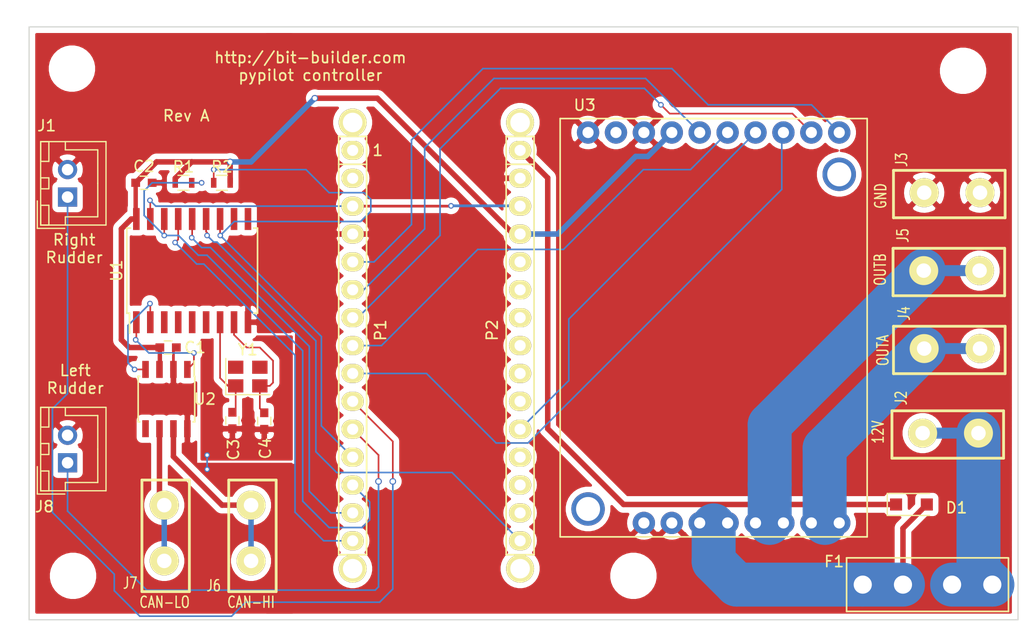
<source format=kicad_pcb>
(kicad_pcb (version 20171130) (host pcbnew 5.1.6-c6e7f7d~87~ubuntu20.04.1)

  (general
    (thickness 1.6)
    (drawings 24)
    (tracks 249)
    (zones 0)
    (modules 30)
    (nets 28)
  )

  (page A4)
  (title_block
    (date "jeu. 02 avril 2015")
  )

  (layers
    (0 F.Cu signal)
    (31 B.Cu signal)
    (32 B.Adhes user)
    (33 F.Adhes user)
    (34 B.Paste user)
    (35 F.Paste user)
    (36 B.SilkS user)
    (37 F.SilkS user)
    (38 B.Mask user)
    (39 F.Mask user)
    (40 Dwgs.User user)
    (41 Cmts.User user)
    (42 Eco1.User user)
    (43 Eco2.User user)
    (44 Edge.Cuts user)
    (45 Margin user)
    (46 B.CrtYd user)
    (47 F.CrtYd user)
    (48 B.Fab user)
    (49 F.Fab user)
  )

  (setup
    (last_trace_width 0.15)
    (user_trace_width 0.25)
    (user_trace_width 0.5)
    (user_trace_width 1)
    (user_trace_width 4)
    (trace_clearance 0.2)
    (zone_clearance 0.508)
    (zone_45_only no)
    (trace_min 0.15)
    (via_size 0.508)
    (via_drill 0.3)
    (via_min_size 0.508)
    (via_min_drill 0.3)
    (user_via 0.6 0.4)
    (user_via 2 1)
    (uvia_size 0.508)
    (uvia_drill 0.3)
    (uvias_allowed no)
    (uvia_min_size 0.254)
    (uvia_min_drill 0.1)
    (edge_width 0.1)
    (segment_width 0.15)
    (pcb_text_width 0.3)
    (pcb_text_size 1.5 1.5)
    (mod_edge_width 0.15)
    (mod_text_size 1 1)
    (mod_text_width 0.15)
    (pad_size 1.5 1.5)
    (pad_drill 0.6)
    (pad_to_mask_clearance 0.0508)
    (aux_axis_origin 138.176 110.617)
    (visible_elements FFFFFF7F)
    (pcbplotparams
      (layerselection 0x00030_80000001)
      (usegerberextensions false)
      (usegerberattributes true)
      (usegerberadvancedattributes true)
      (creategerberjobfile true)
      (excludeedgelayer true)
      (linewidth 0.100000)
      (plotframeref false)
      (viasonmask false)
      (mode 1)
      (useauxorigin false)
      (hpglpennumber 1)
      (hpglpenspeed 20)
      (hpglpendiameter 15.000000)
      (psnegative false)
      (psa4output false)
      (plotreference true)
      (plotvalue true)
      (plotinvisibletext false)
      (padsonsilk false)
      (subtractmaskfromsilk false)
      (outputformat 1)
      (mirror false)
      (drillshape 1)
      (scaleselection 1)
      (outputdirectory ""))
  )

  (net 0 "")
  (net 1 GND)
  (net 2 +5V)
  (net 3 "Net-(C3-Pad1)")
  (net 4 "Net-(C4-Pad1)")
  (net 5 Reset)
  (net 6 D2)
  (net 7 D3)
  (net 8 D4)
  (net 9 D5)
  (net 10 D6)
  (net 11 INT)
  (net 12 CS)
  (net 13 SI)
  (net 14 SO)
  (net 15 A1)
  (net 16 SCK)
  (net 17 "Net-(U1-Pad1)")
  (net 18 "Net-(U1-Pad2)")
  (net 19 +12V)
  (net 20 OUTA)
  (net 21 OUTB)
  (net 22 CANH)
  (net 23 CANL)
  (net 24 /Vin)
  (net 25 "Net-(F1-Pad1)")
  (net 26 D7)
  (net 27 D8)

  (net_class Default "This is the default net class."
    (clearance 0.2)
    (trace_width 0.15)
    (via_dia 0.508)
    (via_drill 0.3)
    (uvia_dia 0.508)
    (uvia_drill 0.3)
    (diff_pair_width 0.2)
    (diff_pair_gap 0.4)
    (add_net +12V)
    (add_net +5V)
    (add_net /Vin)
    (add_net A1)
    (add_net CANH)
    (add_net CANL)
    (add_net CS)
    (add_net D2)
    (add_net D3)
    (add_net D4)
    (add_net D5)
    (add_net D6)
    (add_net D7)
    (add_net D8)
    (add_net GND)
    (add_net INT)
    (add_net "Net-(C3-Pad1)")
    (add_net "Net-(C4-Pad1)")
    (add_net "Net-(F1-Pad1)")
    (add_net "Net-(U1-Pad1)")
    (add_net "Net-(U1-Pad2)")
    (add_net OUTA)
    (add_net OUTB)
    (add_net Reset)
    (add_net SCK)
    (add_net SI)
    (add_net SO)
  )

  (module Connectors_JST:JST_XH_B02B-XH-A_02x2.50mm_Straight (layer F.Cu) (tedit 58EAE7F0) (tstamp 6073C914)
    (at 113.5 99.7 90)
    (descr "JST XH series connector, B02B-XH-A, top entry type, through hole")
    (tags "connector jst xh tht top vertical 2.50mm")
    (path /6087706D)
    (fp_text reference J8 (at -4 -2.1 180) (layer F.SilkS)
      (effects (font (size 1 1) (thickness 0.15)))
    )
    (fp_text value "Left Rudder Stop" (at 1.5 -5.1 90) (layer F.Fab)
      (effects (font (size 1 1) (thickness 0.15)))
    )
    (fp_line (start -2.85 -2.75) (end -2.85 -0.25) (layer F.Fab) (width 0.1))
    (fp_line (start -0.35 -2.75) (end -2.85 -2.75) (layer F.Fab) (width 0.1))
    (fp_line (start -2.85 -2.75) (end -2.85 -0.25) (layer F.SilkS) (width 0.12))
    (fp_line (start -0.35 -2.75) (end -2.85 -2.75) (layer F.SilkS) (width 0.12))
    (fp_line (start 4.3 2.75) (end 1.25 2.75) (layer F.SilkS) (width 0.12))
    (fp_line (start 4.3 -0.2) (end 4.3 2.75) (layer F.SilkS) (width 0.12))
    (fp_line (start 5.05 -0.2) (end 4.3 -0.2) (layer F.SilkS) (width 0.12))
    (fp_line (start -1.8 2.75) (end 1.25 2.75) (layer F.SilkS) (width 0.12))
    (fp_line (start -1.8 -0.2) (end -1.8 2.75) (layer F.SilkS) (width 0.12))
    (fp_line (start -2.55 -0.2) (end -1.8 -0.2) (layer F.SilkS) (width 0.12))
    (fp_line (start 5.05 -2.45) (end 3.25 -2.45) (layer F.SilkS) (width 0.12))
    (fp_line (start 5.05 -1.7) (end 5.05 -2.45) (layer F.SilkS) (width 0.12))
    (fp_line (start 3.25 -1.7) (end 5.05 -1.7) (layer F.SilkS) (width 0.12))
    (fp_line (start 3.25 -2.45) (end 3.25 -1.7) (layer F.SilkS) (width 0.12))
    (fp_line (start -0.75 -2.45) (end -2.55 -2.45) (layer F.SilkS) (width 0.12))
    (fp_line (start -0.75 -1.7) (end -0.75 -2.45) (layer F.SilkS) (width 0.12))
    (fp_line (start -2.55 -1.7) (end -0.75 -1.7) (layer F.SilkS) (width 0.12))
    (fp_line (start -2.55 -2.45) (end -2.55 -1.7) (layer F.SilkS) (width 0.12))
    (fp_line (start 1.75 -2.45) (end 0.75 -2.45) (layer F.SilkS) (width 0.12))
    (fp_line (start 1.75 -1.7) (end 1.75 -2.45) (layer F.SilkS) (width 0.12))
    (fp_line (start 0.75 -1.7) (end 1.75 -1.7) (layer F.SilkS) (width 0.12))
    (fp_line (start 0.75 -2.45) (end 0.75 -1.7) (layer F.SilkS) (width 0.12))
    (fp_line (start 5.05 -2.45) (end -2.55 -2.45) (layer F.SilkS) (width 0.12))
    (fp_line (start 5.05 3.5) (end 5.05 -2.45) (layer F.SilkS) (width 0.12))
    (fp_line (start -2.55 3.5) (end 5.05 3.5) (layer F.SilkS) (width 0.12))
    (fp_line (start -2.55 -2.45) (end -2.55 3.5) (layer F.SilkS) (width 0.12))
    (fp_line (start 5.45 -2.85) (end -2.95 -2.85) (layer F.CrtYd) (width 0.05))
    (fp_line (start 5.45 3.9) (end 5.45 -2.85) (layer F.CrtYd) (width 0.05))
    (fp_line (start -2.95 3.9) (end 5.45 3.9) (layer F.CrtYd) (width 0.05))
    (fp_line (start -2.95 -2.85) (end -2.95 3.9) (layer F.CrtYd) (width 0.05))
    (fp_line (start 4.95 -2.35) (end -2.45 -2.35) (layer F.Fab) (width 0.1))
    (fp_line (start 4.95 3.4) (end 4.95 -2.35) (layer F.Fab) (width 0.1))
    (fp_line (start -2.45 3.4) (end 4.95 3.4) (layer F.Fab) (width 0.1))
    (fp_line (start -2.45 -2.35) (end -2.45 3.4) (layer F.Fab) (width 0.1))
    (fp_text user %R (at 1.25 2.5 90) (layer F.Fab)
      (effects (font (size 1 1) (thickness 0.15)))
    )
    (pad 1 thru_hole rect (at 0 0 90) (size 1.75 1.75) (drill 1.05) (layers *.Cu *.Mask)
      (net 27 D8))
    (pad 2 thru_hole circle (at 2.5 0 90) (size 1.75 1.75) (drill 1.05) (layers *.Cu *.Mask)
      (net 1 GND))
    (model Connectors_JST.3dshapes/JST_XH_B02B-XH-A_02x2.50mm_Straight.wrl
      (at (xyz 0 0 0))
      (scale (xyz 1 1 1))
      (rotate (xyz 0 0 0))
    )
  )

  (module Connectors_JST:JST_XH_B02B-XH-A_02x2.50mm_Straight (layer F.Cu) (tedit 58EAE7F0) (tstamp 6073CC35)
    (at 113.5 75.5 90)
    (descr "JST XH series connector, B02B-XH-A, top entry type, through hole")
    (tags "connector jst xh tht top vertical 2.50mm")
    (path /60871480)
    (fp_text reference J1 (at 6.5 -1.9) (layer F.SilkS)
      (effects (font (size 1 1) (thickness 0.15)))
    )
    (fp_text value "Right Rudder Stop" (at 0.7 -5.3 90) (layer F.Fab)
      (effects (font (size 1 1) (thickness 0.15)))
    )
    (fp_line (start -2.85 -2.75) (end -2.85 -0.25) (layer F.Fab) (width 0.1))
    (fp_line (start -0.35 -2.75) (end -2.85 -2.75) (layer F.Fab) (width 0.1))
    (fp_line (start -2.85 -2.75) (end -2.85 -0.25) (layer F.SilkS) (width 0.12))
    (fp_line (start -0.35 -2.75) (end -2.85 -2.75) (layer F.SilkS) (width 0.12))
    (fp_line (start 4.3 2.75) (end 1.25 2.75) (layer F.SilkS) (width 0.12))
    (fp_line (start 4.3 -0.2) (end 4.3 2.75) (layer F.SilkS) (width 0.12))
    (fp_line (start 5.05 -0.2) (end 4.3 -0.2) (layer F.SilkS) (width 0.12))
    (fp_line (start -1.8 2.75) (end 1.25 2.75) (layer F.SilkS) (width 0.12))
    (fp_line (start -1.8 -0.2) (end -1.8 2.75) (layer F.SilkS) (width 0.12))
    (fp_line (start -2.55 -0.2) (end -1.8 -0.2) (layer F.SilkS) (width 0.12))
    (fp_line (start 5.05 -2.45) (end 3.25 -2.45) (layer F.SilkS) (width 0.12))
    (fp_line (start 5.05 -1.7) (end 5.05 -2.45) (layer F.SilkS) (width 0.12))
    (fp_line (start 3.25 -1.7) (end 5.05 -1.7) (layer F.SilkS) (width 0.12))
    (fp_line (start 3.25 -2.45) (end 3.25 -1.7) (layer F.SilkS) (width 0.12))
    (fp_line (start -0.75 -2.45) (end -2.55 -2.45) (layer F.SilkS) (width 0.12))
    (fp_line (start -0.75 -1.7) (end -0.75 -2.45) (layer F.SilkS) (width 0.12))
    (fp_line (start -2.55 -1.7) (end -0.75 -1.7) (layer F.SilkS) (width 0.12))
    (fp_line (start -2.55 -2.45) (end -2.55 -1.7) (layer F.SilkS) (width 0.12))
    (fp_line (start 1.75 -2.45) (end 0.75 -2.45) (layer F.SilkS) (width 0.12))
    (fp_line (start 1.75 -1.7) (end 1.75 -2.45) (layer F.SilkS) (width 0.12))
    (fp_line (start 0.75 -1.7) (end 1.75 -1.7) (layer F.SilkS) (width 0.12))
    (fp_line (start 0.75 -2.45) (end 0.75 -1.7) (layer F.SilkS) (width 0.12))
    (fp_line (start 5.05 -2.45) (end -2.55 -2.45) (layer F.SilkS) (width 0.12))
    (fp_line (start 5.05 3.5) (end 5.05 -2.45) (layer F.SilkS) (width 0.12))
    (fp_line (start -2.55 3.5) (end 5.05 3.5) (layer F.SilkS) (width 0.12))
    (fp_line (start -2.55 -2.45) (end -2.55 3.5) (layer F.SilkS) (width 0.12))
    (fp_line (start 5.45 -2.85) (end -2.95 -2.85) (layer F.CrtYd) (width 0.05))
    (fp_line (start 5.45 3.9) (end 5.45 -2.85) (layer F.CrtYd) (width 0.05))
    (fp_line (start -2.95 3.9) (end 5.45 3.9) (layer F.CrtYd) (width 0.05))
    (fp_line (start -2.95 -2.85) (end -2.95 3.9) (layer F.CrtYd) (width 0.05))
    (fp_line (start 4.95 -2.35) (end -2.45 -2.35) (layer F.Fab) (width 0.1))
    (fp_line (start 4.95 3.4) (end 4.95 -2.35) (layer F.Fab) (width 0.1))
    (fp_line (start -2.45 3.4) (end 4.95 3.4) (layer F.Fab) (width 0.1))
    (fp_line (start -2.45 -2.35) (end -2.45 3.4) (layer F.Fab) (width 0.1))
    (fp_text user %R (at 1.25 2.5 90) (layer F.Fab)
      (effects (font (size 1 1) (thickness 0.15)))
    )
    (pad 1 thru_hole rect (at 0 0 90) (size 1.75 1.75) (drill 1.05) (layers *.Cu *.Mask)
      (net 26 D7))
    (pad 2 thru_hole circle (at 2.5 0 90) (size 1.75 1.75) (drill 1.05) (layers *.Cu *.Mask)
      (net 1 GND))
    (model Connectors_JST.3dshapes/JST_XH_B02B-XH-A_02x2.50mm_Straight.wrl
      (at (xyz 0 0 0))
      (scale (xyz 1 1 1))
      (rotate (xyz 0 0 0))
    )
  )

  (module Diodes_SMD:D_SOD-123F (layer F.Cu) (tedit 587F7769) (tstamp 6073B6EA)
    (at 190.3 103.5)
    (descr D_SOD-123F)
    (tags D_SOD-123F)
    (path /6079E0C1)
    (attr smd)
    (fp_text reference D1 (at 4.1 0.3) (layer F.SilkS)
      (effects (font (size 1 1) (thickness 0.15)))
    )
    (fp_text value PMEG3020EH (at 0 2.1) (layer F.Fab)
      (effects (font (size 1 1) (thickness 0.15)))
    )
    (fp_line (start -2.2 -1) (end 1.65 -1) (layer F.SilkS) (width 0.12))
    (fp_line (start -2.2 1) (end 1.65 1) (layer F.SilkS) (width 0.12))
    (fp_line (start -2.2 -1.15) (end -2.2 1.15) (layer F.CrtYd) (width 0.05))
    (fp_line (start 2.2 1.15) (end -2.2 1.15) (layer F.CrtYd) (width 0.05))
    (fp_line (start 2.2 -1.15) (end 2.2 1.15) (layer F.CrtYd) (width 0.05))
    (fp_line (start -2.2 -1.15) (end 2.2 -1.15) (layer F.CrtYd) (width 0.05))
    (fp_line (start -1.4 -0.9) (end 1.4 -0.9) (layer F.Fab) (width 0.1))
    (fp_line (start 1.4 -0.9) (end 1.4 0.9) (layer F.Fab) (width 0.1))
    (fp_line (start 1.4 0.9) (end -1.4 0.9) (layer F.Fab) (width 0.1))
    (fp_line (start -1.4 0.9) (end -1.4 -0.9) (layer F.Fab) (width 0.1))
    (fp_line (start -0.75 0) (end -0.35 0) (layer F.Fab) (width 0.1))
    (fp_line (start -0.35 0) (end -0.35 -0.55) (layer F.Fab) (width 0.1))
    (fp_line (start -0.35 0) (end -0.35 0.55) (layer F.Fab) (width 0.1))
    (fp_line (start -0.35 0) (end 0.25 -0.4) (layer F.Fab) (width 0.1))
    (fp_line (start 0.25 -0.4) (end 0.25 0.4) (layer F.Fab) (width 0.1))
    (fp_line (start 0.25 0.4) (end -0.35 0) (layer F.Fab) (width 0.1))
    (fp_line (start 0.25 0) (end 0.75 0) (layer F.Fab) (width 0.1))
    (fp_line (start -2.2 -1) (end -2.2 1) (layer F.SilkS) (width 0.12))
    (fp_text user %R (at -0.127 -1.905) (layer F.Fab)
      (effects (font (size 1 1) (thickness 0.15)))
    )
    (pad 1 smd rect (at -1.4 0) (size 1.1 1.1) (layers F.Cu F.Paste F.Mask)
      (net 24 /Vin))
    (pad 2 smd rect (at 1.4 0) (size 1.1 1.1) (layers F.Cu F.Paste F.Mask)
      (net 19 +12V))
    (model ${KISYS3DMOD}/Diodes_SMD.3dshapes/D_SOD-123F.wrl
      (at (xyz 0 0 0))
      (scale (xyz 1 1 1))
      (rotate (xyz 0 0 0))
    )
  )

  (module CustomComponents:atm_fuse_holder-mpd-bk-6013 (layer F.Cu) (tedit 6073A0A8) (tstamp 6073B012)
    (at 191.765 110.8 180)
    (path /6080C892)
    (fp_text reference F1 (at 8.5 2.1) (layer F.SilkS)
      (effects (font (size 1 1) (thickness 0.15)))
    )
    (fp_text value 15A (at -0.1524 3.6068) (layer F.Fab)
      (effects (font (size 1 1) (thickness 0.15)))
    )
    (fp_line (start -7.366 -2.4384) (end 7.366 -2.4384) (layer F.SilkS) (width 0.15))
    (fp_line (start 7.366 -2.4384) (end 7.366 2.4384) (layer F.SilkS) (width 0.15))
    (fp_line (start 7.366 2.4384) (end -7.366 2.4384) (layer F.SilkS) (width 0.15))
    (fp_line (start -7.366 2.3876) (end -7.366 -2.4384) (layer F.SilkS) (width 0.15))
    (pad 2 thru_hole circle (at 5.895 0 180) (size 2.55 2.55) (drill 1.65) (layers *.Cu *.Mask)
      (net 19 +12V))
    (pad 2 thru_hole circle (at 2.235 0 180) (size 2.55 2.55) (drill 1.65) (layers *.Cu *.Mask)
      (net 19 +12V))
    (pad 1 thru_hole circle (at -2.235 0 180) (size 2.55 2.55) (drill 1.65) (layers *.Cu *.Mask)
      (net 25 "Net-(F1-Pad1)"))
    (pad 1 thru_hole circle (at -5.895 0 180) (size 2.55 2.55) (drill 1.65) (layers *.Cu *.Mask)
      (net 25 "Net-(F1-Pad1)"))
  )

  (module CustomComponents:FASTON-187-vert-90deg-terminal (layer F.Cu) (tedit 0) (tstamp 6073608C)
    (at 122.3 106.1)
    (path /6076B19A)
    (fp_text reference J7 (at -3.1 4.56) (layer F.SilkS)
      (effects (font (size 1.016 0.762) (thickness 0.127)))
    )
    (fp_text value CAN-LO (at 0.03 6.3) (layer F.SilkS)
      (effects (font (size 1.016 0.762) (thickness 0.127)))
    )
    (fp_line (start -2.032 -4.826) (end 2.286 -4.826) (layer F.SilkS) (width 0.254))
    (fp_line (start 2.286 -4.826) (end 2.286 5.334) (layer F.SilkS) (width 0.254))
    (fp_line (start 2.286 5.334) (end -2.032 5.334) (layer F.SilkS) (width 0.254))
    (fp_line (start -2.032 5.334) (end -2.032 -4.826) (layer F.SilkS) (width 0.254))
    (pad 1 thru_hole circle (at 0 2.54) (size 2.6416 2.6416) (drill 1.3208) (layers *.Cu *.Mask F.SilkS)
      (net 23 CANL) (solder_mask_margin 0.0762) (clearance 0.254))
    (pad 1 thru_hole circle (at 0 -2.54) (size 2.6416 2.6416) (drill 1.3208) (layers *.Cu *.Mask F.SilkS)
      (net 23 CANL) (solder_mask_margin 0.0762) (clearance 0.254))
  )

  (module CustomComponents:VNH5019_Motor_Driver locked (layer F.Cu) (tedit 607255FB) (tstamp 60726C8C)
    (at 172.3 87.4)
    (descr "Pololu Motor Driver carrier board")
    (path /6074D439)
    (fp_text reference U3 (at -11.7348 -20.2692) (layer F.SilkS)
      (effects (font (size 1 1) (thickness 0.15)))
    )
    (fp_text value VNH5019Carrier (at 0.762 -20.4724) (layer F.Fab)
      (effects (font (size 1 1) (thickness 0.15)))
    )
    (fp_circle (center 11.43 17.78) (end 10.668 18.542) (layer B.CrtYd) (width 0.12))
    (fp_circle (center 8.89 17.78) (end 8.2804 18.6436) (layer B.CrtYd) (width 0.12))
    (fp_circle (center 6.35 17.78) (end 5.6388 18.5928) (layer B.CrtYd) (width 0.12))
    (fp_circle (center 3.81 17.78) (end 2.9972 18.4912) (layer B.CrtYd) (width 0.12))
    (fp_circle (center 1.27 17.78) (end 0.4572 18.4404) (layer B.CrtYd) (width 0.12))
    (fp_circle (center -1.27 17.78) (end -2.032 18.542) (layer B.CrtYd) (width 0.12))
    (fp_circle (center -3.81 17.78) (end -4.5212 18.5928) (layer B.CrtYd) (width 0.12))
    (fp_circle (center -6.35 17.78) (end -7.0612 18.5928) (layer B.CrtYd) (width 0.12))
    (fp_circle (center -11.43 16.51) (end -12.0396 17.9832) (layer B.CrtYd) (width 0.12))
    (fp_circle (center 11.43 -13.97) (end 9.8552 -14.1732) (layer B.CrtYd) (width 0.12))
    (fp_circle (center 11.43 -17.78) (end 10.414 -17.3736) (layer B.CrtYd) (width 0.12))
    (fp_circle (center 8.89 -17.78) (end 8.0772 -17.0688) (layer B.CrtYd) (width 0.12))
    (fp_circle (center 6.35 -17.78) (end 5.842 -16.8148) (layer B.CrtYd) (width 0.12))
    (fp_circle (center 3.81 -17.78) (end 3.2512 -16.8656) (layer B.CrtYd) (width 0.12))
    (fp_circle (center 1.27 -17.78) (end 1.5748 -16.764) (layer B.CrtYd) (width 0.12))
    (fp_circle (center -1.27 -17.78) (end -1.0668 -16.7132) (layer B.CrtYd) (width 0.12))
    (fp_circle (center -3.81 -17.78) (end -3.81 -16.7132) (layer B.CrtYd) (width 0.12))
    (fp_circle (center -6.35 -17.78) (end -5.8928 -16.8148) (layer B.CrtYd) (width 0.12))
    (fp_circle (center -8.89 -17.78) (end -8.5852 -16.764) (layer B.CrtYd) (width 0.12))
    (fp_circle (center -11.43 -17.78) (end -11.3284 -16.7132) (layer B.CrtYd) (width 0.12))
    (fp_circle (center 11.43 17.78) (end 10.5664 18.3896) (layer F.CrtYd) (width 0.12))
    (fp_circle (center 8.89 17.78) (end 8.0772 18.4404) (layer F.CrtYd) (width 0.12))
    (fp_circle (center 6.35 17.78) (end 5.4864 18.3896) (layer F.CrtYd) (width 0.12))
    (fp_circle (center 3.81 17.78) (end 3.0988 18.542) (layer F.CrtYd) (width 0.12))
    (fp_circle (center 1.27 17.78) (end 0.4572 18.4404) (layer F.CrtYd) (width 0.12))
    (fp_circle (center -1.27 17.78) (end -2.1844 18.288) (layer F.CrtYd) (width 0.12))
    (fp_circle (center -3.81 17.78) (end -4.7244 18.3388) (layer F.CrtYd) (width 0.12))
    (fp_circle (center -6.35 17.78) (end -7.366 18.034) (layer F.CrtYd) (width 0.12))
    (fp_circle (center -11.43 16.51) (end -11.7856 18.034) (layer F.CrtYd) (width 0.12))
    (fp_circle (center 11.43 -13.97) (end 12.2428 -12.6492) (layer F.CrtYd) (width 0.12))
    (fp_circle (center 11.43 -17.78) (end 11.43 -16.7132) (layer F.CrtYd) (width 0.12))
    (fp_circle (center 8.89 -17.78) (end 9.3472 -16.8148) (layer F.CrtYd) (width 0.12))
    (fp_circle (center 6.35 -17.78) (end 6.6548 -16.764) (layer F.CrtYd) (width 0.12))
    (fp_circle (center 3.81 -17.78) (end 3.9116 -16.7132) (layer F.CrtYd) (width 0.12))
    (fp_circle (center 1.27 -17.78) (end 1.4732 -16.764) (layer F.CrtYd) (width 0.12))
    (fp_circle (center -1.27 -17.78) (end -1.1684 -16.7132) (layer F.CrtYd) (width 0.12))
    (fp_circle (center -3.81 -17.78) (end -3.6576 -16.7132) (layer F.CrtYd) (width 0.12))
    (fp_circle (center -6.35 -17.78) (end -5.7912 -16.8656) (layer F.CrtYd) (width 0.12))
    (fp_circle (center -8.89 -17.78) (end -8.89 -16.7132) (layer F.CrtYd) (width 0.12))
    (fp_circle (center -11.43 -17.78) (end -11.3284 -16.7132) (layer F.CrtYd) (width 0.12))
    (fp_line (start -13.97 19.05) (end -13.97 -19.05) (layer F.SilkS) (width 0.15))
    (fp_line (start 13.97 19.05) (end -13.97 19.05) (layer F.SilkS) (width 0.15))
    (fp_line (start 13.97 -19.05) (end 13.97 19.05) (layer F.SilkS) (width 0.15))
    (fp_line (start -13.97 -19.05) (end 13.97 -19.05) (layer F.SilkS) (width 0.15))
    (pad 14 thru_hole circle (at -6.35 17.78) (size 2.032 2.032) (drill 1.016) (layers *.Cu *.Mask)
      (net 1 GND))
    (pad 14 thru_hole circle (at -3.81 17.78) (size 2.032 2.032) (drill 1.016) (layers *.Cu *.Mask)
      (net 1 GND))
    (pad 13 thru_hole circle (at -1.27 17.78) (size 2.032 2.032) (drill 1.016) (layers *.Cu *.Mask)
      (net 19 +12V))
    (pad 13 thru_hole circle (at 1.27 17.78) (size 2.032 2.032) (drill 1.016) (layers *.Cu *.Mask)
      (net 19 +12V))
    (pad 12 thru_hole circle (at 3.81 17.78) (size 2.032 2.032) (drill 1.016) (layers *.Cu *.Mask)
      (net 21 OUTB))
    (pad 12 thru_hole circle (at 6.35 17.78) (size 2.032 2.032) (drill 1.016) (layers *.Cu *.Mask)
      (net 21 OUTB))
    (pad 11 thru_hole circle (at 8.89 17.78) (size 2.032 2.032) (drill 1.016) (layers *.Cu *.Mask)
      (net 20 OUTA))
    (pad 11 thru_hole circle (at 11.43 17.78) (size 2.032 2.032) (drill 1.016) (layers *.Cu *.Mask)
      (net 20 OUTA))
    (pad 1 thru_hole circle (at 11.43 -17.78) (size 2.032 2.032) (drill 1.016) (layers *.Cu *.Mask)
      (net 6 D2))
    (pad 2 thru_hole circle (at 8.89 -17.78) (size 2.032 2.032) (drill 1.016) (layers *.Cu *.Mask)
      (net 8 D4))
    (pad 3 thru_hole circle (at 6.35 -17.78) (size 2.032 2.032) (drill 1.016) (layers *.Cu *.Mask)
      (net 10 D6))
    (pad 4 thru_hole circle (at 3.81 -17.78) (size 2.032 2.032) (drill 1.016) (layers *.Cu *.Mask)
      (net 15 A1))
    (pad 5 thru_hole circle (at 1.27 -17.78) (size 2.032 2.032) (drill 1.016) (layers *.Cu *.Mask)
      (net 9 D5))
    (pad 6 thru_hole circle (at -1.27 -17.78) (size 2.032 2.032) (drill 1.016) (layers *.Cu *.Mask)
      (net 7 D3))
    (pad 7 thru_hole circle (at -3.81 -17.78) (size 2.032 2.032) (drill 1.016) (layers *.Cu *.Mask)
      (net 2 +5V))
    (pad 8 thru_hole circle (at -6.35 -17.78) (size 2.032 2.032) (drill 1.016) (layers *.Cu *.Mask)
      (net 1 GND))
    (pad 9 thru_hole circle (at -8.89 -17.78) (size 2.032 2.032) (drill 1.016) (layers *.Cu *.Mask))
    (pad 10 thru_hole circle (at -11.43 -17.78) (size 2.032 2.032) (drill 1.016) (layers *.Cu *.Mask)
      (net 1 GND))
    (pad H2 thru_hole circle (at 11.43 -13.97) (size 3.048 3.048) (drill 2.1844) (layers *.Cu *.Mask))
    (pad H1 thru_hole circle (at -11.43 16.51) (size 3.048 3.048) (drill 2.1844) (layers *.Cu *.Mask))
  )

  (module Mounting_Holes:MountingHole_3.2mm_M3 (layer F.Cu) (tedit 56D1B4CB) (tstamp 60738382)
    (at 165 110)
    (descr "Mounting Hole 3.2mm, no annular, M3")
    (tags "mounting hole 3.2mm no annular m3")
    (path /6076E12C)
    (attr virtual)
    (fp_text reference H9 (at 0 -4.2) (layer F.SilkS) hide
      (effects (font (size 1 1) (thickness 0.15)))
    )
    (fp_text value MountingHole (at 0 4.2) (layer F.Fab)
      (effects (font (size 1 1) (thickness 0.15)))
    )
    (fp_circle (center 0 0) (end 3.45 0) (layer F.CrtYd) (width 0.05))
    (fp_circle (center 0 0) (end 3.2 0) (layer Cmts.User) (width 0.15))
    (fp_text user %R (at 3.3 -0.4) (layer F.Fab) hide
      (effects (font (size 1 1) (thickness 0.15)))
    )
    (pad 1 np_thru_hole circle (at 0 0) (size 3.2 3.2) (drill 3.2) (layers *.Cu *.Mask))
  )

  (module Mounting_Holes:MountingHole_3.2mm_M3 (layer F.Cu) (tedit 56D1B4CB) (tstamp 6073807D)
    (at 195 64)
    (descr "Mounting Hole 3.2mm, no annular, M3")
    (tags "mounting hole 3.2mm no annular m3")
    (path /6076DD76)
    (attr virtual)
    (fp_text reference H8 (at 0 -4.2) (layer F.SilkS) hide
      (effects (font (size 1 1) (thickness 0.15)))
    )
    (fp_text value MountingHole (at 0.4 -5) (layer F.Fab)
      (effects (font (size 1 1) (thickness 0.15)))
    )
    (fp_circle (center 0 0) (end 3.45 0) (layer F.CrtYd) (width 0.05))
    (fp_circle (center 0 0) (end 3.2 0) (layer Cmts.User) (width 0.15))
    (fp_text user %R (at 3.9 -2.9) (layer F.Fab)
      (effects (font (size 1 1) (thickness 0.15)))
    )
    (pad 1 np_thru_hole circle (at 0 0) (size 3.2 3.2) (drill 3.2) (layers *.Cu *.Mask))
  )

  (module Mounting_Holes:MountingHole_3.2mm_M3 locked (layer F.Cu) (tedit 56D1B4CB) (tstamp 6073807A)
    (at 114 110)
    (descr "Mounting Hole 3.2mm, no annular, M3")
    (tags "mounting hole 3.2mm no annular m3")
    (path /6076DA94)
    (attr virtual)
    (fp_text reference H7 (at 0 -4.2) (layer F.SilkS) hide
      (effects (font (size 1 1) (thickness 0.15)))
    )
    (fp_text value MountingHole (at 0 4.2) (layer F.Fab)
      (effects (font (size 1 1) (thickness 0.15)))
    )
    (fp_circle (center 0 0) (end 3.45 0) (layer F.CrtYd) (width 0.05))
    (fp_circle (center 0 0) (end 3.2 0) (layer Cmts.User) (width 0.15))
    (fp_text user %R (at 0.3 0) (layer F.Fab)
      (effects (font (size 1 1) (thickness 0.15)))
    )
    (pad 1 np_thru_hole circle (at 0 0) (size 3.2 3.2) (drill 3.2) (layers *.Cu *.Mask))
  )

  (module Mounting_Holes:MountingHole_3.2mm_M3 locked (layer F.Cu) (tedit 56D1B4CB) (tstamp 60738340)
    (at 113.9 63.8)
    (descr "Mounting Hole 3.2mm, no annular, M3")
    (tags "mounting hole 3.2mm no annular m3")
    (path /6076CA7C)
    (attr virtual)
    (fp_text reference H6 (at 0 -4.2) (layer F.SilkS) hide
      (effects (font (size 1 1) (thickness 0.15)))
    )
    (fp_text value MountingHole (at 0 -5.4) (layer F.Fab)
      (effects (font (size 1 1) (thickness 0.15)))
    )
    (fp_circle (center 0 0) (end 3.45 0) (layer F.CrtYd) (width 0.05))
    (fp_circle (center 0 0) (end 3.2 0) (layer Cmts.User) (width 0.15))
    (fp_text user %R (at 0.1 0.2) (layer F.Fab)
      (effects (font (size 1 1) (thickness 0.15)))
    )
    (pad 1 np_thru_hole circle (at 0 0) (size 3.2 3.2) (drill 3.2) (layers *.Cu *.Mask))
  )

  (module CustomComponents:FASTON-187-vert-90deg-terminal (layer F.Cu) (tedit 0) (tstamp 60736082)
    (at 130.2 106.1)
    (path /6076AD75)
    (fp_text reference J6 (at -3.4 4.8) (layer F.SilkS)
      (effects (font (size 1.016 0.762) (thickness 0.127)))
    )
    (fp_text value CAN-HI (at 0 6.3) (layer F.SilkS)
      (effects (font (size 1.016 0.762) (thickness 0.127)))
    )
    (fp_line (start -2.032 -4.826) (end 2.286 -4.826) (layer F.SilkS) (width 0.254))
    (fp_line (start 2.286 -4.826) (end 2.286 5.334) (layer F.SilkS) (width 0.254))
    (fp_line (start 2.286 5.334) (end -2.032 5.334) (layer F.SilkS) (width 0.254))
    (fp_line (start -2.032 5.334) (end -2.032 -4.826) (layer F.SilkS) (width 0.254))
    (pad 1 thru_hole circle (at 0 2.54) (size 2.6416 2.6416) (drill 1.3208) (layers *.Cu *.Mask F.SilkS)
      (net 22 CANH) (solder_mask_margin 0.0762) (clearance 0.254))
    (pad 1 thru_hole circle (at 0 -2.54) (size 2.6416 2.6416) (drill 1.3208) (layers *.Cu *.Mask F.SilkS)
      (net 22 CANH) (solder_mask_margin 0.0762) (clearance 0.254))
  )

  (module CustomComponents:FASTON-187-vert-90deg-terminal (layer F.Cu) (tedit 0) (tstamp 60734DB2)
    (at 194 89.3 270)
    (path /6075D228)
    (fp_text reference J4 (at -3.2 4.36 90) (layer F.SilkS)
      (effects (font (size 1.016 0.762) (thickness 0.127)))
    )
    (fp_text value OUTA (at 0.16 6.3 90) (layer F.SilkS)
      (effects (font (size 1.016 0.762) (thickness 0.127)))
    )
    (fp_line (start -2.032 -4.826) (end 2.286 -4.826) (layer F.SilkS) (width 0.254))
    (fp_line (start 2.286 -4.826) (end 2.286 5.334) (layer F.SilkS) (width 0.254))
    (fp_line (start 2.286 5.334) (end -2.032 5.334) (layer F.SilkS) (width 0.254))
    (fp_line (start -2.032 5.334) (end -2.032 -4.826) (layer F.SilkS) (width 0.254))
    (pad 1 thru_hole circle (at 0 2.54 270) (size 2.6416 2.6416) (drill 1.3208) (layers *.Cu *.Mask F.SilkS)
      (net 20 OUTA) (solder_mask_margin 0.0762) (clearance 0.254))
    (pad 1 thru_hole circle (at 0 -2.54 270) (size 2.6416 2.6416) (drill 1.3208) (layers *.Cu *.Mask F.SilkS)
      (net 20 OUTA) (solder_mask_margin 0.0762) (clearance 0.254))
  )

  (module CustomComponents:FASTON-187-vert-90deg-terminal (layer F.Cu) (tedit 0) (tstamp 60734DBC)
    (at 193.96 82.2 270)
    (path /6075D679)
    (fp_text reference J5 (at -3.2 4.44 90) (layer F.SilkS)
      (effects (font (size 1.016 0.762) (thickness 0.127)))
    )
    (fp_text value OUTB (at -0.1 6.5 90) (layer F.SilkS)
      (effects (font (size 1.016 0.762) (thickness 0.127)))
    )
    (fp_line (start -2.032 -4.826) (end 2.286 -4.826) (layer F.SilkS) (width 0.254))
    (fp_line (start 2.286 -4.826) (end 2.286 5.334) (layer F.SilkS) (width 0.254))
    (fp_line (start 2.286 5.334) (end -2.032 5.334) (layer F.SilkS) (width 0.254))
    (fp_line (start -2.032 5.334) (end -2.032 -4.826) (layer F.SilkS) (width 0.254))
    (pad 1 thru_hole circle (at 0 2.54 270) (size 2.6416 2.6416) (drill 1.3208) (layers *.Cu *.Mask F.SilkS)
      (net 21 OUTB) (solder_mask_margin 0.0762) (clearance 0.254))
    (pad 1 thru_hole circle (at 0 -2.54 270) (size 2.6416 2.6416) (drill 1.3208) (layers *.Cu *.Mask F.SilkS)
      (net 21 OUTB) (solder_mask_margin 0.0762) (clearance 0.254))
  )

  (module CustomComponents:FASTON-187-vert-90deg-terminal (layer F.Cu) (tedit 0) (tstamp 60734DA8)
    (at 194 75.1 270)
    (path /6075CF55)
    (fp_text reference J3 (at -3 4.6 90) (layer F.SilkS)
      (effects (font (size 1.016 0.762) (thickness 0.127)))
    )
    (fp_text value GND (at 0.3 6.5 90) (layer F.SilkS)
      (effects (font (size 1.016 0.762) (thickness 0.127)))
    )
    (fp_line (start -2.032 -4.826) (end 2.286 -4.826) (layer F.SilkS) (width 0.254))
    (fp_line (start 2.286 -4.826) (end 2.286 5.334) (layer F.SilkS) (width 0.254))
    (fp_line (start 2.286 5.334) (end -2.032 5.334) (layer F.SilkS) (width 0.254))
    (fp_line (start -2.032 5.334) (end -2.032 -4.826) (layer F.SilkS) (width 0.254))
    (pad 1 thru_hole circle (at 0 2.54 270) (size 2.6416 2.6416) (drill 1.3208) (layers *.Cu *.Mask F.SilkS)
      (net 1 GND) (solder_mask_margin 0.0762) (clearance 0.254))
    (pad 1 thru_hole circle (at 0 -2.54 270) (size 2.6416 2.6416) (drill 1.3208) (layers *.Cu *.Mask F.SilkS)
      (net 1 GND) (solder_mask_margin 0.0762) (clearance 0.254))
  )

  (module CustomComponents:FASTON-187-vert-90deg-terminal (layer F.Cu) (tedit 0) (tstamp 60734D9E)
    (at 193.86 97 270)
    (path /6075AFF2)
    (fp_text reference J2 (at -3.2 4.5 90) (layer F.SilkS)
      (effects (font (size 1.016 0.762) (thickness 0.127)))
    )
    (fp_text value 12V (at -0.1 6.6 90) (layer F.SilkS)
      (effects (font (size 1.016 0.762) (thickness 0.127)))
    )
    (fp_line (start -2.032 -4.826) (end 2.286 -4.826) (layer F.SilkS) (width 0.254))
    (fp_line (start 2.286 -4.826) (end 2.286 5.334) (layer F.SilkS) (width 0.254))
    (fp_line (start 2.286 5.334) (end -2.032 5.334) (layer F.SilkS) (width 0.254))
    (fp_line (start -2.032 5.334) (end -2.032 -4.826) (layer F.SilkS) (width 0.254))
    (pad 1 thru_hole circle (at 0 2.54 270) (size 2.6416 2.6416) (drill 1.3208) (layers *.Cu *.Mask F.SilkS)
      (net 25 "Net-(F1-Pad1)") (solder_mask_margin 0.0762) (clearance 0.254))
    (pad 1 thru_hole circle (at 0 -2.54 270) (size 2.6416 2.6416) (drill 1.3208) (layers *.Cu *.Mask F.SilkS)
      (net 25 "Net-(F1-Pad1)") (solder_mask_margin 0.0762) (clearance 0.254))
  )

  (module Crystals:Crystal_SMD_TXC_7M-4pin_3.2x2.5mm (layer F.Cu) (tedit 58CD2E9D) (tstamp 60726C8F)
    (at 129.9 91.85)
    (descr "SMD Crystal TXC 7M http://www.txccrystal.com/images/pdf/7m-accuracy.pdf, 3.2x2.5mm^2 package")
    (tags "SMD SMT crystal")
    (path /60730883)
    (attr smd)
    (fp_text reference Y1 (at 0 -2.45) (layer F.SilkS)
      (effects (font (size 1 1) (thickness 0.15)))
    )
    (fp_text value 16MHz (at 0 2.45) (layer F.Fab)
      (effects (font (size 1 1) (thickness 0.15)))
    )
    (fp_line (start -1.6 -1.25) (end -1.6 1.25) (layer F.Fab) (width 0.1))
    (fp_line (start -1.6 1.25) (end 1.6 1.25) (layer F.Fab) (width 0.1))
    (fp_line (start 1.6 1.25) (end 1.6 -1.25) (layer F.Fab) (width 0.1))
    (fp_line (start 1.6 -1.25) (end -1.6 -1.25) (layer F.Fab) (width 0.1))
    (fp_line (start -1.6 0.25) (end -0.6 1.25) (layer F.Fab) (width 0.1))
    (fp_line (start -2 -1.65) (end -2 1.65) (layer F.SilkS) (width 0.12))
    (fp_line (start -2 1.65) (end 2 1.65) (layer F.SilkS) (width 0.12))
    (fp_line (start -2.1 -1.7) (end -2.1 1.7) (layer F.CrtYd) (width 0.05))
    (fp_line (start -2.1 1.7) (end 2.1 1.7) (layer F.CrtYd) (width 0.05))
    (fp_line (start 2.1 1.7) (end 2.1 -1.7) (layer F.CrtYd) (width 0.05))
    (fp_line (start 2.1 -1.7) (end -2.1 -1.7) (layer F.CrtYd) (width 0.05))
    (fp_text user %R (at 0 0) (layer F.Fab)
      (effects (font (size 0.7 0.7) (thickness 0.105)))
    )
    (pad 1 smd rect (at -1.1 0.85) (size 1.4 1.2) (layers F.Cu F.Paste F.Mask)
      (net 3 "Net-(C3-Pad1)"))
    (pad 2 smd rect (at 1.1 0.85) (size 1.4 1.2) (layers F.Cu F.Paste F.Mask)
      (net 4 "Net-(C4-Pad1)"))
    (pad 3 smd rect (at 1.1 -0.85) (size 1.4 1.2) (layers F.Cu F.Paste F.Mask))
    (pad 4 smd rect (at -1.1 -0.85) (size 1.4 1.2) (layers F.Cu F.Paste F.Mask))
    (model ${KISYS3DMOD}/Crystals.3dshapes/Crystal_SMD_TXC_7M-4pin_3.2x2.5mm.wrl
      (at (xyz 0 0 0))
      (scale (xyz 1 1 1))
      (rotate (xyz 0 0 0))
    )
  )

  (module Resistors_SMD:R_0603 (layer F.Cu) (tedit 58E0A804) (tstamp 60726BC4)
    (at 127.55 74.2)
    (descr "Resistor SMD 0603, reflow soldering, Vishay (see dcrcw.pdf)")
    (tags "resistor 0603")
    (path /6078E2D0)
    (attr smd)
    (fp_text reference R2 (at 0 -1.45) (layer F.SilkS)
      (effects (font (size 1 1) (thickness 0.15)))
    )
    (fp_text value 10K (at 0 1.5) (layer F.Fab)
      (effects (font (size 1 1) (thickness 0.15)))
    )
    (fp_line (start -0.8 0.4) (end -0.8 -0.4) (layer F.Fab) (width 0.1))
    (fp_line (start 0.8 0.4) (end -0.8 0.4) (layer F.Fab) (width 0.1))
    (fp_line (start 0.8 -0.4) (end 0.8 0.4) (layer F.Fab) (width 0.1))
    (fp_line (start -0.8 -0.4) (end 0.8 -0.4) (layer F.Fab) (width 0.1))
    (fp_line (start 0.5 0.68) (end -0.5 0.68) (layer F.SilkS) (width 0.12))
    (fp_line (start -0.5 -0.68) (end 0.5 -0.68) (layer F.SilkS) (width 0.12))
    (fp_line (start -1.25 -0.7) (end 1.25 -0.7) (layer F.CrtYd) (width 0.05))
    (fp_line (start -1.25 -0.7) (end -1.25 0.7) (layer F.CrtYd) (width 0.05))
    (fp_line (start 1.25 0.7) (end 1.25 -0.7) (layer F.CrtYd) (width 0.05))
    (fp_line (start 1.25 0.7) (end -1.25 0.7) (layer F.CrtYd) (width 0.05))
    (fp_text user %R (at 0 0) (layer F.Fab)
      (effects (font (size 0.4 0.4) (thickness 0.075)))
    )
    (pad 1 smd rect (at -0.75 0) (size 0.5 0.9) (layers F.Cu F.Paste F.Mask)
      (net 11 INT))
    (pad 2 smd rect (at 0.75 0) (size 0.5 0.9) (layers F.Cu F.Paste F.Mask)
      (net 2 +5V))
    (model ${KISYS3DMOD}/Resistors_SMD.3dshapes/R_0603.wrl
      (at (xyz 0 0 0))
      (scale (xyz 1 1 1))
      (rotate (xyz 0 0 0))
    )
  )

  (module Resistors_SMD:R_0603 (layer F.Cu) (tedit 58E0A804) (tstamp 60726BC1)
    (at 124.05 74.2)
    (descr "Resistor SMD 0603, reflow soldering, Vishay (see dcrcw.pdf)")
    (tags "resistor 0603")
    (path /6078D33B)
    (attr smd)
    (fp_text reference R1 (at 0 -1.45) (layer F.SilkS)
      (effects (font (size 1 1) (thickness 0.15)))
    )
    (fp_text value 10K (at 0 1.5) (layer F.Fab)
      (effects (font (size 1 1) (thickness 0.15)))
    )
    (fp_line (start -0.8 0.4) (end -0.8 -0.4) (layer F.Fab) (width 0.1))
    (fp_line (start 0.8 0.4) (end -0.8 0.4) (layer F.Fab) (width 0.1))
    (fp_line (start 0.8 -0.4) (end 0.8 0.4) (layer F.Fab) (width 0.1))
    (fp_line (start -0.8 -0.4) (end 0.8 -0.4) (layer F.Fab) (width 0.1))
    (fp_line (start 0.5 0.68) (end -0.5 0.68) (layer F.SilkS) (width 0.12))
    (fp_line (start -0.5 -0.68) (end 0.5 -0.68) (layer F.SilkS) (width 0.12))
    (fp_line (start -1.25 -0.7) (end 1.25 -0.7) (layer F.CrtYd) (width 0.05))
    (fp_line (start -1.25 -0.7) (end -1.25 0.7) (layer F.CrtYd) (width 0.05))
    (fp_line (start 1.25 0.7) (end 1.25 -0.7) (layer F.CrtYd) (width 0.05))
    (fp_line (start 1.25 0.7) (end -1.25 0.7) (layer F.CrtYd) (width 0.05))
    (fp_text user %R (at 0 0) (layer F.Fab)
      (effects (font (size 0.4 0.4) (thickness 0.075)))
    )
    (pad 1 smd rect (at -0.75 0) (size 0.5 0.9) (layers F.Cu F.Paste F.Mask)
      (net 2 +5V))
    (pad 2 smd rect (at 0.75 0) (size 0.5 0.9) (layers F.Cu F.Paste F.Mask)
      (net 12 CS))
    (model ${KISYS3DMOD}/Resistors_SMD.3dshapes/R_0603.wrl
      (at (xyz 0 0 0))
      (scale (xyz 1 1 1))
      (rotate (xyz 0 0 0))
    )
  )

  (module Capacitors_SMD:C_0603 (layer F.Cu) (tedit 59958EE7) (tstamp 60726B27)
    (at 131.4 95.9 270)
    (descr "Capacitor SMD 0603, reflow soldering, AVX (see smccp.pdf)")
    (tags "capacitor 0603")
    (path /60758754)
    (attr smd)
    (fp_text reference C4 (at 2.5 -0.1 90) (layer F.SilkS)
      (effects (font (size 1 1) (thickness 0.15)))
    )
    (fp_text value 18pF (at 0 1.5 90) (layer F.Fab)
      (effects (font (size 1 1) (thickness 0.15)))
    )
    (fp_line (start 1.4 0.65) (end -1.4 0.65) (layer F.CrtYd) (width 0.05))
    (fp_line (start 1.4 0.65) (end 1.4 -0.65) (layer F.CrtYd) (width 0.05))
    (fp_line (start -1.4 -0.65) (end -1.4 0.65) (layer F.CrtYd) (width 0.05))
    (fp_line (start -1.4 -0.65) (end 1.4 -0.65) (layer F.CrtYd) (width 0.05))
    (fp_line (start 0.35 0.6) (end -0.35 0.6) (layer F.SilkS) (width 0.12))
    (fp_line (start -0.35 -0.6) (end 0.35 -0.6) (layer F.SilkS) (width 0.12))
    (fp_line (start -0.8 -0.4) (end 0.8 -0.4) (layer F.Fab) (width 0.1))
    (fp_line (start 0.8 -0.4) (end 0.8 0.4) (layer F.Fab) (width 0.1))
    (fp_line (start 0.8 0.4) (end -0.8 0.4) (layer F.Fab) (width 0.1))
    (fp_line (start -0.8 0.4) (end -0.8 -0.4) (layer F.Fab) (width 0.1))
    (fp_text user %R (at 0 0 90) (layer F.Fab)
      (effects (font (size 0.3 0.3) (thickness 0.075)))
    )
    (pad 2 smd rect (at 0.75 0 270) (size 0.8 0.75) (layers F.Cu F.Paste F.Mask)
      (net 1 GND))
    (pad 1 smd rect (at -0.75 0 270) (size 0.8 0.75) (layers F.Cu F.Paste F.Mask)
      (net 4 "Net-(C4-Pad1)"))
    (model Capacitors_SMD.3dshapes/C_0603.wrl
      (at (xyz 0 0 0))
      (scale (xyz 1 1 1))
      (rotate (xyz 0 0 0))
    )
  )

  (module Capacitors_SMD:C_0603 (layer F.Cu) (tedit 59958EE7) (tstamp 607340CE)
    (at 128.5 95.85 270)
    (descr "Capacitor SMD 0603, reflow soldering, AVX (see smccp.pdf)")
    (tags "capacitor 0603")
    (path /607582DE)
    (attr smd)
    (fp_text reference C3 (at 2.65 -0.1 90) (layer F.SilkS)
      (effects (font (size 1 1) (thickness 0.15)))
    )
    (fp_text value 18pF (at 0 1.5 90) (layer F.Fab)
      (effects (font (size 1 1) (thickness 0.15)))
    )
    (fp_line (start 1.4 0.65) (end -1.4 0.65) (layer F.CrtYd) (width 0.05))
    (fp_line (start 1.4 0.65) (end 1.4 -0.65) (layer F.CrtYd) (width 0.05))
    (fp_line (start -1.4 -0.65) (end -1.4 0.65) (layer F.CrtYd) (width 0.05))
    (fp_line (start -1.4 -0.65) (end 1.4 -0.65) (layer F.CrtYd) (width 0.05))
    (fp_line (start 0.35 0.6) (end -0.35 0.6) (layer F.SilkS) (width 0.12))
    (fp_line (start -0.35 -0.6) (end 0.35 -0.6) (layer F.SilkS) (width 0.12))
    (fp_line (start -0.8 -0.4) (end 0.8 -0.4) (layer F.Fab) (width 0.1))
    (fp_line (start 0.8 -0.4) (end 0.8 0.4) (layer F.Fab) (width 0.1))
    (fp_line (start 0.8 0.4) (end -0.8 0.4) (layer F.Fab) (width 0.1))
    (fp_line (start -0.8 0.4) (end -0.8 -0.4) (layer F.Fab) (width 0.1))
    (fp_text user %R (at 0.5 -0.4 90) (layer F.Fab)
      (effects (font (size 0.3 0.3) (thickness 0.075)))
    )
    (pad 2 smd rect (at 0.75 0 270) (size 0.8 0.75) (layers F.Cu F.Paste F.Mask)
      (net 1 GND))
    (pad 1 smd rect (at -0.75 0 270) (size 0.8 0.75) (layers F.Cu F.Paste F.Mask)
      (net 3 "Net-(C3-Pad1)"))
    (model Capacitors_SMD.3dshapes/C_0603.wrl
      (at (xyz 0 0 0))
      (scale (xyz 1 1 1))
      (rotate (xyz 0 0 0))
    )
  )

  (module Capacitors_SMD:C_0603 (layer F.Cu) (tedit 59958EE7) (tstamp 60726B21)
    (at 120.45 74.2)
    (descr "Capacitor SMD 0603, reflow soldering, AVX (see smccp.pdf)")
    (tags "capacitor 0603")
    (path /60752B3E)
    (attr smd)
    (fp_text reference C2 (at 0 -1.5) (layer F.SilkS)
      (effects (font (size 1 1) (thickness 0.15)))
    )
    (fp_text value 0.1uF (at 0 1.5) (layer F.Fab)
      (effects (font (size 1 1) (thickness 0.15)))
    )
    (fp_line (start 1.4 0.65) (end -1.4 0.65) (layer F.CrtYd) (width 0.05))
    (fp_line (start 1.4 0.65) (end 1.4 -0.65) (layer F.CrtYd) (width 0.05))
    (fp_line (start -1.4 -0.65) (end -1.4 0.65) (layer F.CrtYd) (width 0.05))
    (fp_line (start -1.4 -0.65) (end 1.4 -0.65) (layer F.CrtYd) (width 0.05))
    (fp_line (start 0.35 0.6) (end -0.35 0.6) (layer F.SilkS) (width 0.12))
    (fp_line (start -0.35 -0.6) (end 0.35 -0.6) (layer F.SilkS) (width 0.12))
    (fp_line (start -0.8 -0.4) (end 0.8 -0.4) (layer F.Fab) (width 0.1))
    (fp_line (start 0.8 -0.4) (end 0.8 0.4) (layer F.Fab) (width 0.1))
    (fp_line (start 0.8 0.4) (end -0.8 0.4) (layer F.Fab) (width 0.1))
    (fp_line (start -0.8 0.4) (end -0.8 -0.4) (layer F.Fab) (width 0.1))
    (fp_text user %R (at 0 0) (layer F.Fab)
      (effects (font (size 0.3 0.3) (thickness 0.075)))
    )
    (pad 2 smd rect (at 0.75 0) (size 0.8 0.75) (layers F.Cu F.Paste F.Mask)
      (net 1 GND))
    (pad 1 smd rect (at -0.75 0) (size 0.8 0.75) (layers F.Cu F.Paste F.Mask)
      (net 2 +5V))
    (model Capacitors_SMD.3dshapes/C_0603.wrl
      (at (xyz 0 0 0))
      (scale (xyz 1 1 1))
      (rotate (xyz 0 0 0))
    )
  )

  (module Capacitors_SMD:C_0603 (layer F.Cu) (tedit 59958EE7) (tstamp 60726B1E)
    (at 122.65 89.2)
    (descr "Capacitor SMD 0603, reflow soldering, AVX (see smccp.pdf)")
    (tags "capacitor 0603")
    (path /6075199A)
    (attr smd)
    (fp_text reference C1 (at 2.45 0) (layer F.SilkS)
      (effects (font (size 1 1) (thickness 0.15)))
    )
    (fp_text value 0.1uF (at 0 1.5) (layer F.Fab)
      (effects (font (size 1 1) (thickness 0.15)))
    )
    (fp_line (start 1.4 0.65) (end -1.4 0.65) (layer F.CrtYd) (width 0.05))
    (fp_line (start 1.4 0.65) (end 1.4 -0.65) (layer F.CrtYd) (width 0.05))
    (fp_line (start -1.4 -0.65) (end -1.4 0.65) (layer F.CrtYd) (width 0.05))
    (fp_line (start -1.4 -0.65) (end 1.4 -0.65) (layer F.CrtYd) (width 0.05))
    (fp_line (start 0.35 0.6) (end -0.35 0.6) (layer F.SilkS) (width 0.12))
    (fp_line (start -0.35 -0.6) (end 0.35 -0.6) (layer F.SilkS) (width 0.12))
    (fp_line (start -0.8 -0.4) (end 0.8 -0.4) (layer F.Fab) (width 0.1))
    (fp_line (start 0.8 -0.4) (end 0.8 0.4) (layer F.Fab) (width 0.1))
    (fp_line (start 0.8 0.4) (end -0.8 0.4) (layer F.Fab) (width 0.1))
    (fp_line (start -0.8 0.4) (end -0.8 -0.4) (layer F.Fab) (width 0.1))
    (fp_text user %R (at 0 0) (layer F.Fab)
      (effects (font (size 0.3 0.3) (thickness 0.075)))
    )
    (pad 2 smd rect (at 0.75 0) (size 0.8 0.75) (layers F.Cu F.Paste F.Mask)
      (net 1 GND))
    (pad 1 smd rect (at -0.75 0) (size 0.8 0.75) (layers F.Cu F.Paste F.Mask)
      (net 2 +5V))
    (model Capacitors_SMD.3dshapes/C_0603.wrl
      (at (xyz 0 0 0))
      (scale (xyz 1 1 1))
      (rotate (xyz 0 0 0))
    )
  )

  (module Housings_SOIC:SOIC-8_3.9x4.9mm_Pitch1.27mm locked (layer F.Cu) (tedit 58CD0CDA) (tstamp 607212F9)
    (at 122.5 93.9 270)
    (descr "8-Lead Plastic Small Outline (SN) - Narrow, 3.90 mm Body [SOIC] (see Microchip Packaging Specification 00000049BS.pdf)")
    (tags "SOIC 1.27")
    (path /6072BB9E)
    (attr smd)
    (fp_text reference U2 (at 0 -3.5) (layer F.SilkS)
      (effects (font (size 1 1) (thickness 0.15)))
    )
    (fp_text value MCP2551-I-SN (at 0 3.5 90) (layer F.Fab)
      (effects (font (size 1 1) (thickness 0.15)))
    )
    (fp_line (start -2.075 -2.525) (end -3.475 -2.525) (layer F.SilkS) (width 0.15))
    (fp_line (start -2.075 2.575) (end 2.075 2.575) (layer F.SilkS) (width 0.15))
    (fp_line (start -2.075 -2.575) (end 2.075 -2.575) (layer F.SilkS) (width 0.15))
    (fp_line (start -2.075 2.575) (end -2.075 2.43) (layer F.SilkS) (width 0.15))
    (fp_line (start 2.075 2.575) (end 2.075 2.43) (layer F.SilkS) (width 0.15))
    (fp_line (start 2.075 -2.575) (end 2.075 -2.43) (layer F.SilkS) (width 0.15))
    (fp_line (start -2.075 -2.575) (end -2.075 -2.525) (layer F.SilkS) (width 0.15))
    (fp_line (start -3.73 2.7) (end 3.73 2.7) (layer F.CrtYd) (width 0.05))
    (fp_line (start -3.73 -2.7) (end 3.73 -2.7) (layer F.CrtYd) (width 0.05))
    (fp_line (start 3.73 -2.7) (end 3.73 2.7) (layer F.CrtYd) (width 0.05))
    (fp_line (start -3.73 -2.7) (end -3.73 2.7) (layer F.CrtYd) (width 0.05))
    (fp_line (start -1.95 -1.45) (end -0.95 -2.45) (layer F.Fab) (width 0.1))
    (fp_line (start -1.95 2.45) (end -1.95 -1.45) (layer F.Fab) (width 0.1))
    (fp_line (start 1.95 2.45) (end -1.95 2.45) (layer F.Fab) (width 0.1))
    (fp_line (start 1.95 -2.45) (end 1.95 2.45) (layer F.Fab) (width 0.1))
    (fp_line (start -0.95 -2.45) (end 1.95 -2.45) (layer F.Fab) (width 0.1))
    (fp_text user %R (at 0 0 90) (layer F.Fab)
      (effects (font (size 1 1) (thickness 0.15)))
    )
    (pad 1 smd rect (at -2.7 -1.905 270) (size 1.55 0.6) (layers F.Cu F.Paste F.Mask)
      (net 17 "Net-(U1-Pad1)"))
    (pad 2 smd rect (at -2.7 -0.635 270) (size 1.55 0.6) (layers F.Cu F.Paste F.Mask)
      (net 1 GND))
    (pad 3 smd rect (at -2.7 0.635 270) (size 1.55 0.6) (layers F.Cu F.Paste F.Mask)
      (net 2 +5V))
    (pad 4 smd rect (at -2.7 1.905 270) (size 1.55 0.6) (layers F.Cu F.Paste F.Mask)
      (net 18 "Net-(U1-Pad2)"))
    (pad 5 smd rect (at 2.7 1.905 270) (size 1.55 0.6) (layers F.Cu F.Paste F.Mask))
    (pad 6 smd rect (at 2.7 0.635 270) (size 1.55 0.6) (layers F.Cu F.Paste F.Mask)
      (net 23 CANL))
    (pad 7 smd rect (at 2.7 -0.635 270) (size 1.55 0.6) (layers F.Cu F.Paste F.Mask)
      (net 22 CANH))
    (pad 8 smd rect (at 2.7 -1.905 270) (size 1.55 0.6) (layers F.Cu F.Paste F.Mask)
      (net 1 GND))
    (model ${KISYS3DMOD}/Housings_SOIC.3dshapes/SOIC-8_3.9x4.9mm_Pitch1.27mm.wrl
      (at (xyz 0 0 0))
      (scale (xyz 1 1 1))
      (rotate (xyz 0 0 0))
    )
  )

  (module Housings_SOIC:SOIC-18W_7.5x11.6mm_Pitch1.27mm locked (layer F.Cu) (tedit 58CC8F64) (tstamp 607212F6)
    (at 124.84 82.2 90)
    (descr "18-Lead Plastic Small Outline (SO) - Wide, 7.50 mm Body [SOIC] (see Microchip Packaging Specification 00000049BS.pdf)")
    (tags "SOIC 1.27")
    (path /6072B15F)
    (attr smd)
    (fp_text reference U1 (at 0 -6.875 90) (layer F.SilkS)
      (effects (font (size 1 1) (thickness 0.15)))
    )
    (fp_text value MCP2515-xSO (at 0 6.875 90) (layer F.Fab)
      (effects (font (size 1 1) (thickness 0.15)))
    )
    (fp_line (start -3.875 -5.7) (end -5.7 -5.7) (layer F.SilkS) (width 0.15))
    (fp_line (start -3.875 5.95) (end 3.875 5.95) (layer F.SilkS) (width 0.15))
    (fp_line (start -3.875 -5.95) (end 3.875 -5.95) (layer F.SilkS) (width 0.15))
    (fp_line (start -3.875 5.95) (end -3.875 5.605) (layer F.SilkS) (width 0.15))
    (fp_line (start 3.875 5.95) (end 3.875 5.605) (layer F.SilkS) (width 0.15))
    (fp_line (start 3.875 -5.95) (end 3.875 -5.605) (layer F.SilkS) (width 0.15))
    (fp_line (start -3.875 -5.95) (end -3.875 -5.7) (layer F.SilkS) (width 0.15))
    (fp_line (start -5.95 6.15) (end 5.95 6.15) (layer F.CrtYd) (width 0.05))
    (fp_line (start -5.95 -6.15) (end 5.95 -6.15) (layer F.CrtYd) (width 0.05))
    (fp_line (start 5.95 -6.15) (end 5.95 6.15) (layer F.CrtYd) (width 0.05))
    (fp_line (start -5.95 -6.15) (end -5.95 6.15) (layer F.CrtYd) (width 0.05))
    (fp_line (start -3.75 -4.8) (end -2.75 -5.8) (layer F.Fab) (width 0.15))
    (fp_line (start -3.75 5.8) (end -3.75 -4.8) (layer F.Fab) (width 0.15))
    (fp_line (start 3.75 5.8) (end -3.75 5.8) (layer F.Fab) (width 0.15))
    (fp_line (start 3.75 -5.8) (end 3.75 5.8) (layer F.Fab) (width 0.15))
    (fp_line (start -2.75 -5.8) (end 3.75 -5.8) (layer F.Fab) (width 0.15))
    (fp_text user %R (at 0 0 90) (layer F.Fab)
      (effects (font (size 1 1) (thickness 0.15)))
    )
    (pad 1 smd rect (at -4.7 -5.08 90) (size 2 0.6) (layers F.Cu F.Paste F.Mask)
      (net 17 "Net-(U1-Pad1)"))
    (pad 2 smd rect (at -4.7 -3.81 90) (size 2 0.6) (layers F.Cu F.Paste F.Mask)
      (net 18 "Net-(U1-Pad2)"))
    (pad 3 smd rect (at -4.7 -2.54 90) (size 2 0.6) (layers F.Cu F.Paste F.Mask))
    (pad 4 smd rect (at -4.7 -1.27 90) (size 2 0.6) (layers F.Cu F.Paste F.Mask))
    (pad 5 smd rect (at -4.7 0 90) (size 2 0.6) (layers F.Cu F.Paste F.Mask))
    (pad 6 smd rect (at -4.7 1.27 90) (size 2 0.6) (layers F.Cu F.Paste F.Mask))
    (pad 7 smd rect (at -4.7 2.54 90) (size 2 0.6) (layers F.Cu F.Paste F.Mask)
      (net 3 "Net-(C3-Pad1)"))
    (pad 8 smd rect (at -4.7 3.81 90) (size 2 0.6) (layers F.Cu F.Paste F.Mask)
      (net 4 "Net-(C4-Pad1)"))
    (pad 9 smd rect (at -4.7 5.08 90) (size 2 0.6) (layers F.Cu F.Paste F.Mask)
      (net 1 GND))
    (pad 10 smd rect (at 4.7 5.08 90) (size 2 0.6) (layers F.Cu F.Paste F.Mask))
    (pad 11 smd rect (at 4.7 3.81 90) (size 2 0.6) (layers F.Cu F.Paste F.Mask))
    (pad 12 smd rect (at 4.7 2.54 90) (size 2 0.6) (layers F.Cu F.Paste F.Mask)
      (net 11 INT))
    (pad 13 smd rect (at 4.7 1.27 90) (size 2 0.6) (layers F.Cu F.Paste F.Mask)
      (net 16 SCK))
    (pad 14 smd rect (at 4.7 0 90) (size 2 0.6) (layers F.Cu F.Paste F.Mask)
      (net 13 SI))
    (pad 15 smd rect (at 4.7 -1.27 90) (size 2 0.6) (layers F.Cu F.Paste F.Mask)
      (net 14 SO))
    (pad 16 smd rect (at 4.7 -2.54 90) (size 2 0.6) (layers F.Cu F.Paste F.Mask)
      (net 12 CS))
    (pad 17 smd rect (at 4.7 -3.81 90) (size 2 0.6) (layers F.Cu F.Paste F.Mask)
      (net 5 Reset))
    (pad 18 smd rect (at 4.7 -5.08 90) (size 2 0.6) (layers F.Cu F.Paste F.Mask)
      (net 2 +5V))
    (model ${KISYS3DMOD}/Housings_SOIC.3dshapes/SOIC-18W_7.5x11.6mm_Pitch1.27mm.wrl
      (at (xyz 0 0 0))
      (scale (xyz 1 1 1))
      (rotate (xyz 0 0 0))
    )
  )

  (module Socket_Arduino_Nano:Socket_Strip_Arduino_1x15 locked (layer F.Cu) (tedit 552169C6) (tstamp 551FC9D0)
    (at 139.446 71.247 270)
    (descr "Through hole socket strip")
    (tags "socket strip")
    (path /56D73FAC)
    (fp_text reference P1 (at 16.383 -2.54 270) (layer F.SilkS)
      (effects (font (size 1 1) (thickness 0.15)))
    )
    (fp_text value Digital (at 20.193 -2.54 270) (layer F.Fab)
      (effects (font (size 1 1) (thickness 0.15)))
    )
    (fp_line (start 1.27 1.27) (end 1.27 -1.27) (layer F.SilkS) (width 0.15))
    (fp_line (start 36.83 1.27) (end 1.27 1.27) (layer F.SilkS) (width 0.15))
    (fp_line (start 36.83 -1.27) (end 36.83 1.27) (layer F.SilkS) (width 0.15))
    (fp_line (start 1.27 -1.27) (end 36.83 -1.27) (layer F.SilkS) (width 0.15))
    (fp_line (start -1.75 1.75) (end 37.35 1.75) (layer F.CrtYd) (width 0.05))
    (fp_line (start -1.75 -1.75) (end 37.35 -1.75) (layer F.CrtYd) (width 0.05))
    (fp_line (start 37.35 -1.75) (end 37.35 1.75) (layer F.CrtYd) (width 0.05))
    (fp_line (start -1.75 -1.75) (end -1.75 1.75) (layer F.CrtYd) (width 0.05))
    (fp_line (start -1.27 1.27) (end 1.27 1.27) (layer F.SilkS) (width 0.15))
    (fp_line (start -1.27 -1.27) (end -1.27 1.27) (layer F.SilkS) (width 0.15))
    (fp_line (start 1.27 -1.27) (end -1.27 -1.27) (layer F.SilkS) (width 0.15))
    (pad 1 thru_hole oval (at 0 0 270) (size 1.7272 2.032) (drill 1.016) (layers *.Cu *.Mask F.SilkS))
    (pad 2 thru_hole oval (at 2.54 0 270) (size 1.7272 2.032) (drill 1.016) (layers *.Cu *.Mask F.SilkS))
    (pad 3 thru_hole oval (at 5.08 0 270) (size 1.7272 2.032) (drill 1.016) (layers *.Cu *.Mask F.SilkS)
      (net 5 Reset))
    (pad 4 thru_hole oval (at 7.62 0 270) (size 1.7272 2.032) (drill 1.016) (layers *.Cu *.Mask F.SilkS)
      (net 1 GND))
    (pad 5 thru_hole oval (at 10.16 0 270) (size 1.7272 2.032) (drill 1.016) (layers *.Cu *.Mask F.SilkS)
      (net 6 D2))
    (pad 6 thru_hole oval (at 12.7 0 270) (size 1.7272 2.032) (drill 1.016) (layers *.Cu *.Mask F.SilkS)
      (net 7 D3))
    (pad 7 thru_hole oval (at 15.24 0 270) (size 1.7272 2.032) (drill 1.016) (layers *.Cu *.Mask F.SilkS)
      (net 8 D4))
    (pad 8 thru_hole oval (at 17.78 0 270) (size 1.7272 2.032) (drill 1.016) (layers *.Cu *.Mask F.SilkS)
      (net 9 D5))
    (pad 9 thru_hole oval (at 20.32 0 270) (size 1.7272 2.032) (drill 1.016) (layers *.Cu *.Mask F.SilkS)
      (net 10 D6))
    (pad 10 thru_hole oval (at 22.86 0 270) (size 1.7272 2.032) (drill 1.016) (layers *.Cu *.Mask F.SilkS)
      (net 26 D7))
    (pad 11 thru_hole oval (at 25.4 0 270) (size 1.7272 2.032) (drill 1.016) (layers *.Cu *.Mask F.SilkS)
      (net 27 D8))
    (pad 12 thru_hole oval (at 27.94 0 270) (size 1.7272 2.032) (drill 1.016) (layers *.Cu *.Mask F.SilkS)
      (net 11 INT))
    (pad 13 thru_hole oval (at 30.48 0 270) (size 1.7272 2.032) (drill 1.016) (layers *.Cu *.Mask F.SilkS)
      (net 12 CS))
    (pad 14 thru_hole oval (at 33.02 0 270) (size 1.7272 2.032) (drill 1.016) (layers *.Cu *.Mask F.SilkS)
      (net 13 SI))
    (pad 15 thru_hole oval (at 35.56 0 270) (size 1.7272 2.032) (drill 1.016) (layers *.Cu *.Mask F.SilkS)
      (net 14 SO))
    (model ${KIPRJMOD}/Socket_Arduino_Nano.3dshapes/Socket_header_Arduino_1x15.wrl
      (offset (xyz 17.77999973297119 0 0))
      (scale (xyz 1 1 1))
      (rotate (xyz 0 0 180))
    )
  )

  (module Socket_Arduino_Nano:Socket_Strip_Arduino_1x15 locked (layer F.Cu) (tedit 552169D3) (tstamp 551FC9EE)
    (at 154.686 71.247 270)
    (descr "Through hole socket strip")
    (tags "socket strip")
    (path /56D740C7)
    (fp_text reference P2 (at 16.383 2.54 270) (layer F.SilkS)
      (effects (font (size 1 1) (thickness 0.15)))
    )
    (fp_text value Analog (at 20.193 2.54 270) (layer F.Fab)
      (effects (font (size 1 1) (thickness 0.15)))
    )
    (fp_line (start 1.27 1.27) (end 1.27 -1.27) (layer F.SilkS) (width 0.15))
    (fp_line (start 36.83 1.27) (end 1.27 1.27) (layer F.SilkS) (width 0.15))
    (fp_line (start 36.83 -1.27) (end 36.83 1.27) (layer F.SilkS) (width 0.15))
    (fp_line (start 1.27 -1.27) (end 36.83 -1.27) (layer F.SilkS) (width 0.15))
    (fp_line (start -1.75 1.75) (end 37.35 1.75) (layer F.CrtYd) (width 0.05))
    (fp_line (start -1.75 -1.75) (end 37.35 -1.75) (layer F.CrtYd) (width 0.05))
    (fp_line (start 37.35 -1.75) (end 37.35 1.75) (layer F.CrtYd) (width 0.05))
    (fp_line (start -1.75 -1.75) (end -1.75 1.75) (layer F.CrtYd) (width 0.05))
    (fp_line (start -1.27 1.27) (end 1.27 1.27) (layer F.SilkS) (width 0.15))
    (fp_line (start -1.27 -1.27) (end -1.27 1.27) (layer F.SilkS) (width 0.15))
    (fp_line (start 1.27 -1.27) (end -1.27 -1.27) (layer F.SilkS) (width 0.15))
    (pad 1 thru_hole oval (at 0 0 270) (size 1.7272 2.032) (drill 1.016) (layers *.Cu *.Mask F.SilkS)
      (net 24 /Vin))
    (pad 2 thru_hole oval (at 2.54 0 270) (size 1.7272 2.032) (drill 1.016) (layers *.Cu *.Mask F.SilkS)
      (net 1 GND))
    (pad 3 thru_hole oval (at 5.08 0 270) (size 1.7272 2.032) (drill 1.016) (layers *.Cu *.Mask F.SilkS)
      (net 5 Reset))
    (pad 4 thru_hole oval (at 7.62 0 270) (size 1.7272 2.032) (drill 1.016) (layers *.Cu *.Mask F.SilkS)
      (net 2 +5V))
    (pad 5 thru_hole oval (at 10.16 0 270) (size 1.7272 2.032) (drill 1.016) (layers *.Cu *.Mask F.SilkS))
    (pad 6 thru_hole oval (at 12.7 0 270) (size 1.7272 2.032) (drill 1.016) (layers *.Cu *.Mask F.SilkS))
    (pad 7 thru_hole oval (at 15.24 0 270) (size 1.7272 2.032) (drill 1.016) (layers *.Cu *.Mask F.SilkS))
    (pad 8 thru_hole oval (at 17.78 0 270) (size 1.7272 2.032) (drill 1.016) (layers *.Cu *.Mask F.SilkS))
    (pad 9 thru_hole oval (at 20.32 0 270) (size 1.7272 2.032) (drill 1.016) (layers *.Cu *.Mask F.SilkS))
    (pad 10 thru_hole oval (at 22.86 0 270) (size 1.7272 2.032) (drill 1.016) (layers *.Cu *.Mask F.SilkS))
    (pad 11 thru_hole oval (at 25.4 0 270) (size 1.7272 2.032) (drill 1.016) (layers *.Cu *.Mask F.SilkS)
      (net 15 A1))
    (pad 12 thru_hole oval (at 27.94 0 270) (size 1.7272 2.032) (drill 1.016) (layers *.Cu *.Mask F.SilkS))
    (pad 13 thru_hole oval (at 30.48 0 270) (size 1.7272 2.032) (drill 1.016) (layers *.Cu *.Mask F.SilkS))
    (pad 14 thru_hole oval (at 33.02 0 270) (size 1.7272 2.032) (drill 1.016) (layers *.Cu *.Mask F.SilkS))
    (pad 15 thru_hole oval (at 35.56 0 270) (size 1.7272 2.032) (drill 1.016) (layers *.Cu *.Mask F.SilkS)
      (net 16 SCK))
    (model ${KIPRJMOD}/Socket_Arduino_Nano.3dshapes/Socket_header_Arduino_1x15.wrl
      (offset (xyz 17.77999973297119 0 0))
      (scale (xyz 1 1 1))
      (rotate (xyz 0 0 180))
    )
  )

  (module Socket_Arduino_Nano:1pin_Nano locked (layer F.Cu) (tedit 5521156E) (tstamp 55211553)
    (at 139.446 68.707)
    (descr "module 1 pin (ou trou mecanique de percage)")
    (tags DEV)
    (path /56D73ADD)
    (fp_text reference P3 (at 0 -2.032) (layer F.SilkS) hide
      (effects (font (size 1 1) (thickness 0.15)))
    )
    (fp_text value CONN_01X01 (at 0 2.032) (layer F.Fab) hide
      (effects (font (size 1 1) (thickness 0.15)))
    )
    (pad 1 thru_hole circle (at 0 0) (size 2.54 2.54) (drill 1.778) (layers *.Cu *.Mask F.SilkS))
  )

  (module Socket_Arduino_Nano:1pin_Nano locked (layer F.Cu) (tedit 55211594) (tstamp 55211558)
    (at 139.446 109.347)
    (descr "module 1 pin (ou trou mecanique de percage)")
    (tags DEV)
    (path /56D73D86)
    (fp_text reference P4 (at 0 -2.032) (layer F.SilkS) hide
      (effects (font (size 1 1) (thickness 0.15)))
    )
    (fp_text value CONN_01X01 (at 0 2.032) (layer F.Fab) hide
      (effects (font (size 1 1) (thickness 0.15)))
    )
    (pad 1 thru_hole circle (at 0 0) (size 2.54 2.54) (drill 1.778) (layers *.Cu *.Mask F.SilkS))
  )

  (module Socket_Arduino_Nano:1pin_Nano locked (layer F.Cu) (tedit 552115A5) (tstamp 5521155D)
    (at 154.686 109.347)
    (descr "module 1 pin (ou trou mecanique de percage)")
    (tags DEV)
    (path /56D73DAE)
    (fp_text reference P5 (at 0 -2.032) (layer F.SilkS) hide
      (effects (font (size 1 1) (thickness 0.15)))
    )
    (fp_text value CONN_01X01 (at 0 2.032) (layer F.Fab) hide
      (effects (font (size 1 1) (thickness 0.15)))
    )
    (pad 1 thru_hole circle (at 0 0) (size 2.54 2.54) (drill 1.778) (layers *.Cu *.Mask F.SilkS))
  )

  (module Socket_Arduino_Nano:1pin_Nano locked (layer F.Cu) (tedit 552115BD) (tstamp 55211562)
    (at 154.686 68.707)
    (descr "module 1 pin (ou trou mecanique de percage)")
    (tags DEV)
    (path /56D73DD9)
    (fp_text reference P6 (at 0 -2.032) (layer F.SilkS) hide
      (effects (font (size 1 1) (thickness 0.15)))
    )
    (fp_text value CONN_01X01 (at 0 2.032) (layer F.Fab) hide
      (effects (font (size 1 1) (thickness 0.15)))
    )
    (pad 1 thru_hole circle (at 0 0) (size 2.54 2.54) (drill 1.778) (layers *.Cu *.Mask F.SilkS))
  )

  (gr_text "Left\nRudder" (at 114.2 92.1) (layer F.SilkS)
    (effects (font (size 1 1) (thickness 0.15)))
  )
  (gr_text "Right\nRudder" (at 114.1 80.2) (layer F.SilkS)
    (effects (font (size 1 1) (thickness 0.15)))
  )
  (gr_text "Rev A" (at 124.3 68.1) (layer F.SilkS)
    (effects (font (size 1 1) (thickness 0.15)))
  )
  (gr_text "http://bit-builder.com\npypilot controller" (at 135.6 63.6) (layer F.SilkS)
    (effects (font (size 1 1) (thickness 0.15)))
  )
  (gr_line (start 200 114) (end 110 114) (layer Edge.Cuts) (width 0.1) (tstamp 60733FB4))
  (gr_line (start 200 60) (end 200 114) (layer Edge.Cuts) (width 0.1))
  (gr_line (start 110 60) (end 200 60) (layer Edge.Cuts) (width 0.1))
  (gr_line (start 110 114) (end 110 60) (layer Edge.Cuts) (width 0.1))
  (gr_text 1 (at 141.732 71.247) (layer F.SilkS)
    (effects (font (size 1 1) (thickness 0.15)))
  )
  (gr_line (start 150.622 112.522) (end 150.622 110.617) (angle 90) (layer Dwgs.User) (width 0.15))
  (gr_line (start 150.622 102.997) (end 150.622 110.617) (angle 90) (layer Dwgs.User) (width 0.15))
  (gr_line (start 143.51 102.997) (end 150.622 102.997) (angle 90) (layer Dwgs.User) (width 0.15))
  (gr_line (start 143.51 110.617) (end 143.51 102.997) (angle 90) (layer Dwgs.User) (width 0.15))
  (gr_line (start 143.51 112.522) (end 150.622 112.522) (angle 90) (layer Dwgs.User) (width 0.15))
  (gr_line (start 143.51 110.617) (end 143.51 112.522) (angle 90) (layer Dwgs.User) (width 0.15))
  (gr_line (start 145.542 87.757) (end 145.542 85.217) (angle 90) (layer Dwgs.User) (width 0.15))
  (gr_line (start 149.479 87.757) (end 145.542 87.757) (angle 90) (layer Dwgs.User) (width 0.15))
  (gr_line (start 149.479 85.217) (end 149.479 87.757) (angle 90) (layer Dwgs.User) (width 0.15))
  (gr_line (start 145.542 85.217) (end 149.479 85.217) (angle 90) (layer Dwgs.User) (width 0.15))
  (gr_circle (center 147.574 86.487) (end 146.812 86.487) (layer Dwgs.User) (width 0.15))
  (gr_line (start 150.876 67.437) (end 143.256 67.437) (angle 90) (layer Dwgs.User) (width 0.15))
  (gr_line (start 150.876 72.517) (end 150.876 67.437) (angle 90) (layer Dwgs.User) (width 0.15))
  (gr_line (start 143.256 72.517) (end 150.876 72.517) (angle 90) (layer Dwgs.User) (width 0.15))
  (gr_line (start 143.256 67.437) (end 143.256 72.517) (angle 90) (layer Dwgs.User) (width 0.15))

  (segment (start 126.2 99) (end 126.2 100.3) (width 0.15) (layer B.Cu) (net 1) (tstamp 60735A50))
  (via (at 126.2 99) (size 0.508) (drill 0.3) (layers F.Cu B.Cu) (net 1))
  (via (at 126.2 100.3) (size 0.508) (drill 0.3) (layers F.Cu B.Cu) (net 1))
  (segment (start 123.135 89.465) (end 123.4 89.2) (width 0.25) (layer F.Cu) (net 1) (status 30))
  (segment (start 123.135 91.2) (end 123.135 89.465) (width 0.25) (layer F.Cu) (net 1) (status 30))
  (segment (start 119.7 77.44) (end 119.76 77.5) (width 0.4) (layer F.Cu) (net 2) (status 30))
  (segment (start 119.7 74.2) (end 119.7 77.44) (width 0.4) (layer F.Cu) (net 2) (status 30))
  (segment (start 121.9 91.165) (end 121.865 91.2) (width 0.4) (layer F.Cu) (net 2) (status 30))
  (segment (start 121.9 89.2) (end 121.9 91.165) (width 0.4) (layer F.Cu) (net 2) (status 30))
  (segment (start 154.686 78.867) (end 154.067 78.867) (width 0.5) (layer F.Cu) (net 2) (status 30))
  (segment (start 154.067 78.867) (end 141.7 66.5) (width 0.5) (layer F.Cu) (net 2) (status 10))
  (segment (start 141.7 66.5) (end 136 66.5) (width 0.5) (layer F.Cu) (net 2))
  (via (at 136 66.5) (size 0.6) (drill 0.4) (layers F.Cu B.Cu) (net 2))
  (via (at 128.3 72.3) (size 0.6) (drill 0.4) (layers F.Cu B.Cu) (net 2))
  (segment (start 130.2 72.3) (end 128.3 72.3) (width 0.5) (layer B.Cu) (net 2))
  (segment (start 136 66.5) (end 130.2 72.3) (width 0.5) (layer B.Cu) (net 2))
  (segment (start 121.604001 72.295999) (end 119.7 74.2) (width 0.5) (layer F.Cu) (net 2) (status 20))
  (segment (start 128.3 72.3) (end 128.295999 72.295999) (width 0.5) (layer F.Cu) (net 2))
  (segment (start 123.3 73.791998) (end 124.795999 72.295999) (width 0.5) (layer F.Cu) (net 2) (status 10))
  (segment (start 123.3 74.2) (end 123.3 73.791998) (width 0.5) (layer F.Cu) (net 2) (status 30))
  (segment (start 124.795999 72.295999) (end 121.604001 72.295999) (width 0.5) (layer F.Cu) (net 2))
  (segment (start 128.295999 72.295999) (end 124.795999 72.295999) (width 0.5) (layer F.Cu) (net 2))
  (segment (start 128.3 74.2) (end 128.3 72.3) (width 0.5) (layer F.Cu) (net 2) (status 10))
  (segment (start 119.76 77.5) (end 119.3 77.5) (width 0.5) (layer F.Cu) (net 2) (status 10))
  (segment (start 119.3 77.5) (end 118.4 78.4) (width 0.5) (layer F.Cu) (net 2))
  (segment (start 118.4 78.4) (end 118.4 88.5) (width 0.5) (layer F.Cu) (net 2))
  (segment (start 121.895999 89.204001) (end 121.9 89.2) (width 0.5) (layer F.Cu) (net 2) (status 30))
  (segment (start 119.104001 89.204001) (end 121.895999 89.204001) (width 0.5) (layer F.Cu) (net 2) (status 20))
  (segment (start 118.4 88.5) (end 119.104001 89.204001) (width 0.5) (layer F.Cu) (net 2))
  (segment (start 154.686 78.867) (end 158.133 78.867) (width 0.5) (layer B.Cu) (net 2) (status 10))
  (segment (start 158.133 78.867) (end 165.2 71.8) (width 0.5) (layer B.Cu) (net 2))
  (segment (start 166.31 71.8) (end 168.49 69.62) (width 0.5) (layer B.Cu) (net 2) (status 20))
  (segment (start 165.2 71.8) (end 166.31 71.8) (width 0.5) (layer B.Cu) (net 2))
  (segment (start 128.8 94.8) (end 128.5 95.1) (width 0.15) (layer F.Cu) (net 3) (status 30))
  (segment (start 128.8 92.7) (end 128.8 94.8) (width 0.15) (layer F.Cu) (net 3) (status 30))
  (segment (start 128.8 92.7) (end 128.1 92.7) (width 0.15) (layer F.Cu) (net 3) (status 30))
  (segment (start 127.38 91.98) (end 127.38 86.9) (width 0.15) (layer F.Cu) (net 3) (status 20))
  (segment (start 128.1 92.7) (end 127.38 91.98) (width 0.15) (layer F.Cu) (net 3) (status 10))
  (segment (start 131 94.75) (end 131.4 95.15) (width 0.15) (layer F.Cu) (net 4) (status 20))
  (segment (start 131 92.7) (end 131 94.75) (width 0.15) (layer F.Cu) (net 4) (status 10))
  (segment (start 131 92.7) (end 131.9 92.7) (width 0.15) (layer F.Cu) (net 4) (status 10))
  (segment (start 131.9 92.7) (end 132.2 92.4) (width 0.15) (layer F.Cu) (net 4))
  (segment (start 132.2 90.404998) (end 130.995002 89.2) (width 0.15) (layer F.Cu) (net 4))
  (segment (start 132.2 92.4) (end 132.2 90.404998) (width 0.15) (layer F.Cu) (net 4))
  (segment (start 128.65 88.05) (end 128.65 86.9) (width 0.15) (layer F.Cu) (net 4) (status 20))
  (segment (start 129.8 89.2) (end 128.65 88.05) (width 0.15) (layer F.Cu) (net 4))
  (segment (start 130.995002 89.2) (end 129.8 89.2) (width 0.15) (layer F.Cu) (net 4))
  (via (at 121 75.8) (size 0.508) (drill 0.3) (layers F.Cu B.Cu) (net 5))
  (segment (start 121.03 75.83) (end 121 75.8) (width 0.15) (layer F.Cu) (net 5))
  (segment (start 121.03 77.5) (end 121.03 75.83) (width 0.15) (layer F.Cu) (net 5) (status 10))
  (segment (start 121.527 76.327) (end 139.446 76.327) (width 0.15) (layer B.Cu) (net 5) (status 20))
  (segment (start 121 75.8) (end 121.527 76.327) (width 0.15) (layer B.Cu) (net 5))
  (via (at 148.4 76.3) (size 0.508) (drill 0.3) (layers F.Cu B.Cu) (net 5))
  (segment (start 148.373 76.327) (end 148.4 76.3) (width 0.25) (layer F.Cu) (net 5))
  (segment (start 139.446 76.327) (end 148.373 76.327) (width 0.25) (layer F.Cu) (net 5) (status 10))
  (segment (start 154.659 76.3) (end 154.686 76.327) (width 0.25) (layer B.Cu) (net 5) (status 30))
  (segment (start 148.4 76.3) (end 154.659 76.3) (width 0.25) (layer B.Cu) (net 5) (status 20))
  (segment (start 168.5 63.8) (end 171.8 67.1) (width 0.15) (layer B.Cu) (net 6))
  (segment (start 151.3 63.8) (end 168.5 63.8) (width 0.15) (layer B.Cu) (net 6))
  (segment (start 144.8 70.3) (end 151.3 63.8) (width 0.15) (layer B.Cu) (net 6))
  (segment (start 144.8 78) (end 144.8 70.3) (width 0.15) (layer B.Cu) (net 6))
  (segment (start 181.21 67.1) (end 183.73 69.62) (width 0.15) (layer B.Cu) (net 6) (status 20))
  (segment (start 171.8 67.1) (end 181.21 67.1) (width 0.15) (layer B.Cu) (net 6))
  (segment (start 141.393 81.407) (end 144.8 78) (width 0.15) (layer B.Cu) (net 6))
  (segment (start 139.446 81.407) (end 141.393 81.407) (width 0.15) (layer B.Cu) (net 6) (status 10))
  (segment (start 139.446 83.947) (end 140.453 83.947) (width 0.15) (layer B.Cu) (net 7) (status 30))
  (segment (start 140.453 83.947) (end 146 78.4) (width 0.15) (layer B.Cu) (net 7) (status 10))
  (segment (start 146 78.4) (end 146 71) (width 0.15) (layer B.Cu) (net 7))
  (segment (start 146 71) (end 152.3 64.7) (width 0.15) (layer B.Cu) (net 7))
  (segment (start 166.11 64.7) (end 171.03 69.62) (width 0.15) (layer B.Cu) (net 7) (status 20))
  (segment (start 152.3 64.7) (end 166.11 64.7) (width 0.15) (layer B.Cu) (net 7))
  (segment (start 139.446 86.487) (end 139.913 86.487) (width 0.15) (layer B.Cu) (net 8) (status 30))
  (segment (start 139.913 86.487) (end 147.4 79) (width 0.15) (layer B.Cu) (net 8) (status 10))
  (segment (start 147.4 79) (end 147.4 71.1) (width 0.15) (layer B.Cu) (net 8))
  (segment (start 147.4 71.1) (end 152.9 65.6) (width 0.15) (layer B.Cu) (net 8))
  (via (at 167.5 67.1) (size 0.508) (drill 0.3) (layers F.Cu B.Cu) (net 8))
  (segment (start 166 65.6) (end 167.5 67.1) (width 0.15) (layer B.Cu) (net 8))
  (segment (start 152.9 65.6) (end 166 65.6) (width 0.15) (layer B.Cu) (net 8))
  (segment (start 179.47 67.9) (end 181.19 69.62) (width 0.15) (layer F.Cu) (net 8) (status 20))
  (segment (start 168.3 67.9) (end 179.47 67.9) (width 0.15) (layer F.Cu) (net 8))
  (segment (start 167.5 67.1) (end 168.3 67.9) (width 0.15) (layer F.Cu) (net 8))
  (segment (start 139.446 89.027) (end 142.073 89.027) (width 0.15) (layer B.Cu) (net 9) (status 10))
  (segment (start 150.83161 80.26839) (end 158.63161 80.26839) (width 0.15) (layer B.Cu) (net 9))
  (segment (start 142.073 89.027) (end 150.83161 80.26839) (width 0.15) (layer B.Cu) (net 9))
  (segment (start 158.63161 80.26839) (end 165.9 73) (width 0.15) (layer B.Cu) (net 9))
  (segment (start 170.19 73) (end 173.57 69.62) (width 0.15) (layer B.Cu) (net 9) (status 20))
  (segment (start 165.9 73) (end 170.19 73) (width 0.15) (layer B.Cu) (net 9))
  (segment (start 178.5 69.77) (end 178.65 69.62) (width 0.15) (layer B.Cu) (net 10) (status 30))
  (segment (start 178.5 74.8) (end 178.5 69.77) (width 0.15) (layer B.Cu) (net 10) (status 20))
  (segment (start 152.5 97.9) (end 155.4 97.9) (width 0.15) (layer B.Cu) (net 10))
  (segment (start 155.4 97.9) (end 178.5 74.8) (width 0.15) (layer B.Cu) (net 10))
  (segment (start 146.167 91.567) (end 152.5 97.9) (width 0.15) (layer B.Cu) (net 10))
  (segment (start 139.446 91.567) (end 146.167 91.567) (width 0.15) (layer B.Cu) (net 10) (status 10))
  (via (at 127.4 79) (size 0.508) (drill 0.3) (layers F.Cu B.Cu) (net 11))
  (segment (start 127.38 78.98) (end 127.4 79) (width 0.15) (layer F.Cu) (net 11))
  (segment (start 127.38 77.5) (end 127.38 78.98) (width 0.15) (layer F.Cu) (net 11) (status 10))
  (segment (start 127.4 79) (end 136.6 88.2) (width 0.15) (layer B.Cu) (net 11))
  (segment (start 136.6 96.341) (end 139.446 99.187) (width 0.15) (layer B.Cu) (net 11) (status 20))
  (segment (start 136.6 88.2) (end 136.6 96.341) (width 0.15) (layer B.Cu) (net 11))
  (via (at 126.8 73) (size 0.508) (drill 0.3) (layers F.Cu B.Cu) (net 11))
  (segment (start 126.8 74.2) (end 126.8 73) (width 0.15) (layer F.Cu) (net 11) (status 10))
  (segment (start 126.8 73) (end 135.2 73) (width 0.15) (layer B.Cu) (net 11))
  (segment (start 135.2 73) (end 137.3 75.1) (width 0.15) (layer B.Cu) (net 11))
  (segment (start 137.3 75.1) (end 140.5 75.1) (width 0.15) (layer B.Cu) (net 11))
  (segment (start 140.5 75.1) (end 141.1 75.7) (width 0.15) (layer B.Cu) (net 11))
  (segment (start 141.1 75.7) (end 141.1 76.8) (width 0.15) (layer B.Cu) (net 11))
  (segment (start 128.67161 77.72839) (end 127.4 79) (width 0.15) (layer B.Cu) (net 11))
  (segment (start 140.17161 77.72839) (end 128.67161 77.72839) (width 0.15) (layer B.Cu) (net 11))
  (segment (start 141.1 76.8) (end 140.17161 77.72839) (width 0.15) (layer B.Cu) (net 11))
  (via (at 122.3 79) (size 0.508) (drill 0.3) (layers F.Cu B.Cu) (net 12))
  (segment (start 122.3 77.5) (end 122.3 79) (width 0.15) (layer F.Cu) (net 12) (status 10))
  (via (at 125.7 74.2) (size 0.508) (drill 0.3) (layers F.Cu B.Cu) (net 12))
  (segment (start 124.8 74.2) (end 125.7 74.2) (width 0.15) (layer F.Cu) (net 12) (status 10))
  (segment (start 125.7 74.2) (end 121.2 74.2) (width 0.15) (layer B.Cu) (net 12))
  (segment (start 120.470999 77.170999) (end 122.3 79) (width 0.15) (layer B.Cu) (net 12))
  (segment (start 120.470999 74.929001) (end 120.470999 77.170999) (width 0.15) (layer B.Cu) (net 12))
  (segment (start 121.2 74.2) (end 120.470999 74.929001) (width 0.15) (layer B.Cu) (net 12))
  (segment (start 134.9 103.2) (end 137.3 105.6) (width 0.15) (layer B.Cu) (net 12))
  (segment (start 141 103.281) (end 139.446 101.727) (width 0.15) (layer B.Cu) (net 12) (status 20))
  (segment (start 126.2 80.8) (end 134.9 89.5) (width 0.15) (layer B.Cu) (net 12))
  (segment (start 140.3 105.6) (end 141 104.9) (width 0.15) (layer B.Cu) (net 12))
  (segment (start 125.4 80.8) (end 126.2 80.8) (width 0.15) (layer B.Cu) (net 12))
  (segment (start 141 104.9) (end 141 103.281) (width 0.15) (layer B.Cu) (net 12))
  (segment (start 123.6 79) (end 125.4 80.8) (width 0.15) (layer B.Cu) (net 12))
  (segment (start 137.3 105.6) (end 140.3 105.6) (width 0.15) (layer B.Cu) (net 12))
  (segment (start 134.9 89.5) (end 134.9 103.2) (width 0.15) (layer B.Cu) (net 12))
  (segment (start 122.3 79) (end 123.6 79) (width 0.15) (layer B.Cu) (net 12))
  (via (at 124.8 79.2) (size 0.508) (drill 0.3) (layers F.Cu B.Cu) (net 13))
  (segment (start 124.84 79.16) (end 124.8 79.2) (width 0.15) (layer F.Cu) (net 13))
  (segment (start 124.84 77.5) (end 124.84 79.16) (width 0.15) (layer F.Cu) (net 13) (status 10))
  (segment (start 137.467 104.267) (end 139.446 104.267) (width 0.15) (layer B.Cu) (net 13) (status 20))
  (segment (start 135.5 102.3) (end 137.467 104.267) (width 0.15) (layer B.Cu) (net 13))
  (segment (start 126.5 80.1) (end 135.5 89.1) (width 0.15) (layer B.Cu) (net 13))
  (segment (start 125.7 80.1) (end 126.5 80.1) (width 0.15) (layer B.Cu) (net 13))
  (segment (start 135.5 89.1) (end 135.5 102.3) (width 0.15) (layer B.Cu) (net 13))
  (segment (start 124.8 79.2) (end 125.7 80.1) (width 0.15) (layer B.Cu) (net 13))
  (via (at 123.29044 79.63856) (size 0.508) (drill 0.3) (layers F.Cu B.Cu) (net 14))
  (segment (start 123.57 79.359) (end 123.29044 79.63856) (width 0.15) (layer F.Cu) (net 14))
  (segment (start 123.57 77.5) (end 123.57 79.359) (width 0.15) (layer F.Cu) (net 14) (status 10))
  (segment (start 134.2 104.2) (end 136.807 106.807) (width 0.15) (layer B.Cu) (net 14))
  (segment (start 134.2 89.9) (end 134.2 104.2) (width 0.15) (layer B.Cu) (net 14))
  (segment (start 125.9 81.6) (end 134.2 89.9) (width 0.15) (layer B.Cu) (net 14))
  (segment (start 125.25188 81.6) (end 125.9 81.6) (width 0.15) (layer B.Cu) (net 14))
  (segment (start 136.807 106.807) (end 139.446 106.807) (width 0.15) (layer B.Cu) (net 14) (status 20))
  (segment (start 123.29044 79.63856) (end 125.25188 81.6) (width 0.15) (layer B.Cu) (net 14))
  (segment (start 159.1165 92.2165) (end 154.686 96.647) (width 0.15) (layer B.Cu) (net 15) (status 20))
  (segment (start 159.1165 86.6135) (end 159.1165 92.2165) (width 0.15) (layer B.Cu) (net 15))
  (segment (start 176.11 69.62) (end 159.1165 86.6135) (width 0.15) (layer B.Cu) (net 15) (status 10))
  (via (at 126.2 79) (size 0.508) (drill 0.3) (layers F.Cu B.Cu) (net 16))
  (segment (start 126.2 78.74) (end 126.2 79) (width 0.15) (layer F.Cu) (net 16))
  (segment (start 126.11 78.65) (end 126.2 78.74) (width 0.15) (layer F.Cu) (net 16))
  (segment (start 126.11 77.5) (end 126.11 78.65) (width 0.15) (layer F.Cu) (net 16) (status 10))
  (segment (start 151.9 104.021) (end 154.686 106.807) (width 0.15) (layer B.Cu) (net 16) (status 20))
  (segment (start 151.9 104) (end 151.9 104.021) (width 0.15) (layer B.Cu) (net 16))
  (segment (start 137.98839 100.58839) (end 148.48839 100.58839) (width 0.15) (layer B.Cu) (net 16))
  (segment (start 136.1 98.7) (end 137.98839 100.58839) (width 0.15) (layer B.Cu) (net 16))
  (segment (start 136.1 88.6) (end 136.1 98.7) (width 0.15) (layer B.Cu) (net 16))
  (segment (start 127.1 79.6) (end 136.1 88.6) (width 0.15) (layer B.Cu) (net 16))
  (segment (start 126.8 79.6) (end 127.1 79.6) (width 0.15) (layer B.Cu) (net 16))
  (segment (start 148.48839 100.58839) (end 151.9 104) (width 0.15) (layer B.Cu) (net 16))
  (segment (start 126.2 79) (end 126.8 79.6) (width 0.15) (layer B.Cu) (net 16))
  (via (at 119.7 88.5) (size 0.508) (drill 0.3) (layers F.Cu B.Cu) (net 17))
  (segment (start 119.76 88.44) (end 119.7 88.5) (width 0.15) (layer F.Cu) (net 17))
  (segment (start 119.76 86.9) (end 119.76 88.44) (width 0.15) (layer F.Cu) (net 17) (status 10))
  (via (at 125 89.7) (size 0.508) (drill 0.3) (layers F.Cu B.Cu) (net 17))
  (segment (start 120.9 89.7) (end 125 89.7) (width 0.15) (layer B.Cu) (net 17))
  (segment (start 119.7 88.5) (end 120.9 89.7) (width 0.15) (layer B.Cu) (net 17))
  (segment (start 125 90.605) (end 124.405 91.2) (width 0.15) (layer F.Cu) (net 17) (status 20))
  (segment (start 125 89.7) (end 125 90.605) (width 0.15) (layer F.Cu) (net 17))
  (via (at 121 85.2) (size 0.508) (drill 0.3) (layers F.Cu B.Cu) (net 18))
  (segment (start 121.03 85.23) (end 121 85.2) (width 0.15) (layer F.Cu) (net 18))
  (segment (start 121.03 86.9) (end 121.03 85.23) (width 0.15) (layer F.Cu) (net 18) (status 10))
  (segment (start 121 85.2) (end 119 87.2) (width 0.15) (layer B.Cu) (net 18))
  (via (at 119.6 91.2) (size 0.508) (drill 0.3) (layers F.Cu B.Cu) (net 18))
  (segment (start 119 90.6) (end 119.6 91.2) (width 0.15) (layer B.Cu) (net 18))
  (segment (start 119 87.2) (end 119 90.6) (width 0.15) (layer B.Cu) (net 18))
  (segment (start 119.6 91.2) (end 120.595 91.2) (width 0.15) (layer F.Cu) (net 18) (status 20))
  (segment (start 196.4 109.54) (end 197.66 110.8) (width 4) (layer B.Cu) (net 25) (status 20))
  (segment (start 196.4 97) (end 196.4 109.54) (width 4) (layer B.Cu) (net 25) (status 10))
  (segment (start 194 110.8) (end 197.66 110.8) (width 4) (layer B.Cu) (net 25) (status 30))
  (segment (start 191.32 97) (end 196.4 97) (width 1) (layer B.Cu) (net 25) (status 30))
  (segment (start 191.46 89.3) (end 182.4 98.36) (width 4) (layer B.Cu) (net 20) (status 10))
  (segment (start 182.4 98.36) (end 182.4 101.7) (width 4) (layer B.Cu) (net 20))
  (segment (start 191.46 89.3) (end 196.54 89.3) (width 1) (layer B.Cu) (net 20) (status 30))
  (segment (start 176.11 102.99) (end 177.4 101.7) (width 1) (layer B.Cu) (net 21))
  (segment (start 176.11 105.18) (end 176.11 102.99) (width 1) (layer B.Cu) (net 21) (status 10))
  (segment (start 178.65 102.95) (end 177.4 101.7) (width 1) (layer B.Cu) (net 21))
  (segment (start 178.65 105.18) (end 178.65 102.95) (width 1) (layer B.Cu) (net 21) (status 10))
  (segment (start 177.4 96.22) (end 177.4 101.7) (width 4) (layer B.Cu) (net 21))
  (segment (start 191.42 82.2) (end 177.4 96.22) (width 4) (layer B.Cu) (net 21) (status 10))
  (segment (start 191.42 82.2) (end 196.5 82.2) (width 1) (layer B.Cu) (net 21) (status 30))
  (segment (start 123.135 96.6) (end 123.135 99.135) (width 0.5) (layer F.Cu) (net 22) (status 10))
  (segment (start 127.56 103.56) (end 130.2 103.56) (width 0.5) (layer F.Cu) (net 22) (status 20))
  (segment (start 123.135 99.135) (end 127.56 103.56) (width 0.5) (layer F.Cu) (net 22))
  (segment (start 130.2 103.56) (end 130.2 108.64) (width 0.5) (layer B.Cu) (net 22) (status 30))
  (segment (start 121.865 103.125) (end 122.3 103.56) (width 0.5) (layer F.Cu) (net 23) (status 30))
  (segment (start 121.865 96.6) (end 121.865 103.125) (width 0.5) (layer F.Cu) (net 23) (status 30))
  (segment (start 122.3 103.56) (end 122.3 108.64) (width 0.5) (layer B.Cu) (net 23) (status 30))
  (segment (start 185.87 110.8) (end 174.4 110.8) (width 4) (layer B.Cu) (net 19) (status 10))
  (segment (start 174.4 110.8) (end 172.3 108.7) (width 4) (layer B.Cu) (net 19))
  (segment (start 185.87 110.8) (end 189.53 110.8) (width 4) (layer B.Cu) (net 19) (status 30))
  (segment (start 171.03 107.43) (end 172.3 108.7) (width 1) (layer B.Cu) (net 19))
  (segment (start 171.03 105.18) (end 171.03 107.43) (width 1) (layer B.Cu) (net 19) (status 10))
  (segment (start 173.57 107.43) (end 172.3 108.7) (width 1) (layer B.Cu) (net 19))
  (segment (start 173.57 105.18) (end 173.57 107.43) (width 1) (layer B.Cu) (net 19) (status 10))
  (segment (start 172.3 105.4) (end 172.08 105.18) (width 1) (layer B.Cu) (net 19))
  (segment (start 172.08 105.18) (end 173.57 105.18) (width 1) (layer B.Cu) (net 19) (status 20))
  (segment (start 171.03 105.18) (end 172.08 105.18) (width 1) (layer B.Cu) (net 19) (status 10))
  (segment (start 189.53 105.67) (end 191.7 103.5) (width 0.5) (layer F.Cu) (net 19) (status 20))
  (segment (start 189.53 110.8) (end 189.53 105.67) (width 0.5) (layer F.Cu) (net 19) (status 10))
  (segment (start 172.3 108.7) (end 172.3 105.4) (width 4) (layer B.Cu) (net 19))
  (segment (start 181.19 102.91) (end 182.4 101.7) (width 1) (layer B.Cu) (net 20))
  (segment (start 181.19 105.18) (end 181.19 102.91) (width 1) (layer B.Cu) (net 20) (status 10))
  (segment (start 183.73 103.03) (end 182.4 101.7) (width 1) (layer B.Cu) (net 20))
  (segment (start 183.73 105.18) (end 183.73 103.03) (width 1) (layer B.Cu) (net 20) (status 10))
  (segment (start 182.42 105.18) (end 183.73 105.18) (width 1) (layer B.Cu) (net 20) (status 20))
  (segment (start 181.19 105.18) (end 182.42 105.18) (width 1) (layer B.Cu) (net 20) (status 10))
  (segment (start 182.4 105.16) (end 182.42 105.18) (width 4) (layer B.Cu) (net 20))
  (segment (start 182.4 101.7) (end 182.4 105.16) (width 4) (layer B.Cu) (net 20))
  (segment (start 177.38 105.18) (end 178.65 105.18) (width 1) (layer B.Cu) (net 21) (status 20))
  (segment (start 176.11 105.18) (end 177.38 105.18) (width 1) (layer B.Cu) (net 21) (status 10))
  (segment (start 177.4 105.16) (end 177.38 105.18) (width 4) (layer B.Cu) (net 21))
  (segment (start 177.4 101.7) (end 177.4 105.16) (width 4) (layer B.Cu) (net 21))
  (segment (start 188.9 103.5) (end 164.1 103.5) (width 0.5) (layer F.Cu) (net 24) (status 10))
  (segment (start 164.1 103.5) (end 157.2 96.6) (width 0.5) (layer F.Cu) (net 24))
  (segment (start 157.2 73.761) (end 154.686 71.247) (width 0.5) (layer F.Cu) (net 24) (status 20))
  (segment (start 157.2 96.6) (end 157.2 73.761) (width 0.5) (layer F.Cu) (net 24))
  (via (at 143.1 101.4) (size 0.6) (drill 0.4) (layers F.Cu B.Cu) (net 26))
  (segment (start 143.1 97.761) (end 139.446 94.107) (width 0.15) (layer F.Cu) (net 26) (status 20))
  (segment (start 143.1 101.4) (end 143.1 97.761) (width 0.15) (layer F.Cu) (net 26))
  (segment (start 143.1 111.2) (end 143.1 101.4) (width 0.15) (layer B.Cu) (net 26))
  (segment (start 129.7 112.4) (end 141.9 112.4) (width 0.15) (layer B.Cu) (net 26))
  (segment (start 128.42501 113.67499) (end 129.7 112.4) (width 0.15) (layer B.Cu) (net 26))
  (segment (start 141.9 112.4) (end 143.1 111.2) (width 0.15) (layer B.Cu) (net 26))
  (segment (start 120.07499 113.67499) (end 128.42501 113.67499) (width 0.15) (layer B.Cu) (net 26))
  (segment (start 117.74999 111.34999) (end 120.07499 113.67499) (width 0.15) (layer B.Cu) (net 26))
  (segment (start 112.124999 104.224999) (end 117.74999 109.84999) (width 0.15) (layer B.Cu) (net 26))
  (segment (start 112.124999 94.775001) (end 112.124999 104.224999) (width 0.15) (layer B.Cu) (net 26))
  (segment (start 113.5 93.4) (end 112.124999 94.775001) (width 0.15) (layer B.Cu) (net 26))
  (segment (start 117.74999 109.84999) (end 117.74999 111.34999) (width 0.15) (layer B.Cu) (net 26))
  (segment (start 113.5 75.5) (end 113.5 93.4) (width 0.15) (layer B.Cu) (net 26) (status 10))
  (via (at 141.8 101.4) (size 0.6) (drill 0.4) (layers F.Cu B.Cu) (net 27))
  (segment (start 141.8 99.001) (end 139.446 96.647) (width 0.15) (layer F.Cu) (net 27) (status 20))
  (segment (start 141.8 101.4) (end 141.8 99.001) (width 0.15) (layer F.Cu) (net 27))
  (segment (start 141.8 111) (end 141.8 101.4) (width 0.15) (layer B.Cu) (net 27))
  (segment (start 141.5 111.3) (end 141.8 111) (width 0.15) (layer B.Cu) (net 27))
  (segment (start 120.7 111.3) (end 141.5 111.3) (width 0.15) (layer B.Cu) (net 27))
  (segment (start 113.5 104.1) (end 120.7 111.3) (width 0.15) (layer B.Cu) (net 27))
  (segment (start 113.5 99.7) (end 113.5 104.1) (width 0.15) (layer B.Cu) (net 27) (status 10))

  (zone (net 1) (net_name GND) (layer F.Cu) (tstamp 60738C14) (hatch edge 0.508)
    (connect_pads (clearance 0.508))
    (min_thickness 0.254)
    (fill yes (arc_segments 32) (thermal_gap 0.508) (thermal_bridge_width 0.508))
    (polygon
      (pts
        (xy 134 99.5) (xy 125.6 99.5) (xy 125.6 88.1) (xy 134 88.1)
      )
    )
    (filled_polygon
      (pts
        (xy 133.873 99.373) (xy 125.727 99.373) (xy 125.727 97) (xy 127.486928 97) (xy 127.499188 97.124482)
        (xy 127.535498 97.24418) (xy 127.594463 97.354494) (xy 127.673815 97.451185) (xy 127.770506 97.530537) (xy 127.88082 97.589502)
        (xy 128.000518 97.625812) (xy 128.125 97.638072) (xy 128.21425 97.635) (xy 128.373 97.47625) (xy 128.373 96.727)
        (xy 128.627 96.727) (xy 128.627 97.47625) (xy 128.78575 97.635) (xy 128.875 97.638072) (xy 128.999482 97.625812)
        (xy 129.11918 97.589502) (xy 129.229494 97.530537) (xy 129.326185 97.451185) (xy 129.405537 97.354494) (xy 129.464502 97.24418)
        (xy 129.500812 97.124482) (xy 129.508147 97.05) (xy 130.386928 97.05) (xy 130.399188 97.174482) (xy 130.435498 97.29418)
        (xy 130.494463 97.404494) (xy 130.573815 97.501185) (xy 130.670506 97.580537) (xy 130.78082 97.639502) (xy 130.900518 97.675812)
        (xy 131.025 97.688072) (xy 131.11425 97.685) (xy 131.273 97.52625) (xy 131.273 96.777) (xy 131.527 96.777)
        (xy 131.527 97.52625) (xy 131.68575 97.685) (xy 131.775 97.688072) (xy 131.899482 97.675812) (xy 132.01918 97.639502)
        (xy 132.129494 97.580537) (xy 132.226185 97.501185) (xy 132.305537 97.404494) (xy 132.364502 97.29418) (xy 132.400812 97.174482)
        (xy 132.413072 97.05) (xy 132.41 96.93575) (xy 132.25125 96.777) (xy 131.527 96.777) (xy 131.273 96.777)
        (xy 130.54875 96.777) (xy 130.39 96.93575) (xy 130.386928 97.05) (xy 129.508147 97.05) (xy 129.513072 97)
        (xy 129.51 96.88575) (xy 129.35125 96.727) (xy 128.627 96.727) (xy 128.373 96.727) (xy 127.64875 96.727)
        (xy 127.49 96.88575) (xy 127.486928 97) (xy 125.727 97) (xy 125.727 90.212125) (xy 125.787821 90.121099)
        (xy 125.854836 89.959312) (xy 125.889 89.787559) (xy 125.889 89.612441) (xy 125.854836 89.440688) (xy 125.787821 89.278901)
        (xy 125.727 89.187876) (xy 125.727 88.529897) (xy 125.81 88.538072) (xy 126.41 88.538072) (xy 126.534482 88.525812)
        (xy 126.65418 88.489502) (xy 126.670001 88.481046) (xy 126.67 91.945125) (xy 126.666565 91.98) (xy 126.67 92.014875)
        (xy 126.67 92.014876) (xy 126.680273 92.119183) (xy 126.720872 92.253019) (xy 126.7868 92.376362) (xy 126.875525 92.484474)
        (xy 126.902617 92.506708) (xy 127.461928 93.066019) (xy 127.461928 93.3) (xy 127.474188 93.424482) (xy 127.510498 93.54418)
        (xy 127.569463 93.654494) (xy 127.648815 93.751185) (xy 127.745506 93.830537) (xy 127.85582 93.889502) (xy 127.975518 93.925812)
        (xy 128.090001 93.937087) (xy 128.090001 94.065375) (xy 128.000518 94.074188) (xy 127.88082 94.110498) (xy 127.770506 94.169463)
        (xy 127.673815 94.248815) (xy 127.594463 94.345506) (xy 127.535498 94.45582) (xy 127.499188 94.575518) (xy 127.486928 94.7)
        (xy 127.486928 95.5) (xy 127.499188 95.624482) (xy 127.535498 95.74418) (xy 127.592061 95.85) (xy 127.535498 95.95582)
        (xy 127.499188 96.075518) (xy 127.486928 96.2) (xy 127.49 96.31425) (xy 127.64875 96.473) (xy 128.373 96.473)
        (xy 128.373 96.453) (xy 128.627 96.453) (xy 128.627 96.473) (xy 129.35125 96.473) (xy 129.51 96.31425)
        (xy 129.513072 96.2) (xy 129.500812 96.075518) (xy 129.464502 95.95582) (xy 129.407939 95.85) (xy 129.464502 95.74418)
        (xy 129.500812 95.624482) (xy 129.513072 95.5) (xy 129.513072 94.803686) (xy 129.513435 94.800001) (xy 129.513072 94.796316)
        (xy 129.513072 94.7) (xy 129.51 94.668808) (xy 129.51 93.937087) (xy 129.624482 93.925812) (xy 129.74418 93.889502)
        (xy 129.854494 93.830537) (xy 129.9 93.793191) (xy 129.945506 93.830537) (xy 130.05582 93.889502) (xy 130.175518 93.925812)
        (xy 130.290001 93.937087) (xy 130.290001 94.715115) (xy 130.286565 94.75) (xy 130.300274 94.889184) (xy 130.340872 95.023019)
        (xy 130.386928 95.109183) (xy 130.386928 95.55) (xy 130.399188 95.674482) (xy 130.435498 95.79418) (xy 130.492061 95.9)
        (xy 130.435498 96.00582) (xy 130.399188 96.125518) (xy 130.386928 96.25) (xy 130.39 96.36425) (xy 130.54875 96.523)
        (xy 131.273 96.523) (xy 131.273 96.503) (xy 131.527 96.503) (xy 131.527 96.523) (xy 132.25125 96.523)
        (xy 132.41 96.36425) (xy 132.413072 96.25) (xy 132.400812 96.125518) (xy 132.364502 96.00582) (xy 132.307939 95.9)
        (xy 132.364502 95.79418) (xy 132.400812 95.674482) (xy 132.413072 95.55) (xy 132.413072 94.75) (xy 132.400812 94.625518)
        (xy 132.364502 94.50582) (xy 132.305537 94.395506) (xy 132.226185 94.298815) (xy 132.129494 94.219463) (xy 132.01918 94.160498)
        (xy 131.899482 94.124188) (xy 131.775 94.111928) (xy 131.71 94.111928) (xy 131.71 93.937087) (xy 131.824482 93.925812)
        (xy 131.94418 93.889502) (xy 132.054494 93.830537) (xy 132.151185 93.751185) (xy 132.230537 93.654494) (xy 132.289502 93.54418)
        (xy 132.325812 93.424482) (xy 132.338072 93.3) (xy 132.338072 93.25897) (xy 132.404475 93.204475) (xy 132.426712 93.177379)
        (xy 132.677383 92.926708) (xy 132.704474 92.904475) (xy 132.7932 92.796363) (xy 132.859128 92.67302) (xy 132.899727 92.539184)
        (xy 132.91 92.434877) (xy 132.91 92.434876) (xy 132.913435 92.400001) (xy 132.91 92.365126) (xy 132.91 90.439875)
        (xy 132.913435 90.404998) (xy 132.899727 90.265813) (xy 132.859128 90.131978) (xy 132.7932 90.008634) (xy 132.744107 89.948815)
        (xy 132.704475 89.900523) (xy 132.677379 89.878286) (xy 131.521714 88.722621) (xy 131.499477 88.695525) (xy 131.391365 88.6068)
        (xy 131.268022 88.540872) (xy 131.134186 88.500273) (xy 131.029879 88.49) (xy 131.029877 88.49) (xy 130.995002 88.486565)
        (xy 130.960127 88.49) (xy 130.462538 88.49) (xy 130.46418 88.489502) (xy 130.574494 88.430537) (xy 130.671185 88.351185)
        (xy 130.750537 88.254494) (xy 130.765233 88.227) (xy 133.873 88.227)
      )
    )
  )
  (zone (net 1) (net_name GND) (layer F.Cu) (tstamp 60738C11) (hatch edge 0.508)
    (connect_pads (clearance 0.508))
    (min_thickness 0.254)
    (fill yes (arc_segments 32) (thermal_gap 0.508) (thermal_bridge_width 0.508))
    (polygon
      (pts
        (xy 133.9 87.9) (xy 125.3 87.9) (xy 125.3 99.7) (xy 134 99.7) (xy 134.1 114.3)
        (xy 109.8 114.3) (xy 109.8 59.7) (xy 134 59.7)
      )
    )
    (filled_polygon
      (pts
        (xy 133.77345 87.773) (xy 130.857526 87.773) (xy 130.855 87.18575) (xy 130.69625 87.027) (xy 130.047 87.027)
        (xy 130.047 87.047) (xy 129.793 87.047) (xy 129.793 87.027) (xy 129.773 87.027) (xy 129.773 86.773)
        (xy 129.793 86.773) (xy 129.793 85.42375) (xy 130.047 85.42375) (xy 130.047 86.773) (xy 130.69625 86.773)
        (xy 130.855 86.61425) (xy 130.858072 85.9) (xy 130.845812 85.775518) (xy 130.809502 85.65582) (xy 130.750537 85.545506)
        (xy 130.671185 85.448815) (xy 130.574494 85.369463) (xy 130.46418 85.310498) (xy 130.344482 85.274188) (xy 130.22 85.261928)
        (xy 130.20575 85.265) (xy 130.047 85.42375) (xy 129.793 85.42375) (xy 129.63425 85.265) (xy 129.62 85.261928)
        (xy 129.495518 85.274188) (xy 129.37582 85.310498) (xy 129.285 85.359043) (xy 129.19418 85.310498) (xy 129.074482 85.274188)
        (xy 128.95 85.261928) (xy 128.35 85.261928) (xy 128.225518 85.274188) (xy 128.10582 85.310498) (xy 128.015 85.359043)
        (xy 127.92418 85.310498) (xy 127.804482 85.274188) (xy 127.68 85.261928) (xy 127.08 85.261928) (xy 126.955518 85.274188)
        (xy 126.83582 85.310498) (xy 126.745 85.359043) (xy 126.65418 85.310498) (xy 126.534482 85.274188) (xy 126.41 85.261928)
        (xy 125.81 85.261928) (xy 125.685518 85.274188) (xy 125.56582 85.310498) (xy 125.475 85.359043) (xy 125.38418 85.310498)
        (xy 125.264482 85.274188) (xy 125.14 85.261928) (xy 124.54 85.261928) (xy 124.415518 85.274188) (xy 124.29582 85.310498)
        (xy 124.205 85.359043) (xy 124.11418 85.310498) (xy 123.994482 85.274188) (xy 123.87 85.261928) (xy 123.27 85.261928)
        (xy 123.145518 85.274188) (xy 123.02582 85.310498) (xy 122.935 85.359043) (xy 122.84418 85.310498) (xy 122.724482 85.274188)
        (xy 122.6 85.261928) (xy 122 85.261928) (xy 121.889 85.27286) (xy 121.889 85.112441) (xy 121.854836 84.940688)
        (xy 121.787821 84.778901) (xy 121.690531 84.633296) (xy 121.566704 84.509469) (xy 121.421099 84.412179) (xy 121.259312 84.345164)
        (xy 121.087559 84.311) (xy 120.912441 84.311) (xy 120.740688 84.345164) (xy 120.578901 84.412179) (xy 120.433296 84.509469)
        (xy 120.309469 84.633296) (xy 120.212179 84.778901) (xy 120.145164 84.940688) (xy 120.111 85.112441) (xy 120.111 85.266951)
        (xy 120.06 85.261928) (xy 119.46 85.261928) (xy 119.335518 85.274188) (xy 119.285 85.289512) (xy 119.285 79.110488)
        (xy 119.335518 79.125812) (xy 119.46 79.138072) (xy 120.06 79.138072) (xy 120.184482 79.125812) (xy 120.30418 79.089502)
        (xy 120.395 79.040957) (xy 120.48582 79.089502) (xy 120.605518 79.125812) (xy 120.73 79.138072) (xy 121.33 79.138072)
        (xy 121.419298 79.129277) (xy 121.445164 79.259312) (xy 121.512179 79.421099) (xy 121.609469 79.566704) (xy 121.733296 79.690531)
        (xy 121.878901 79.787821) (xy 122.040688 79.854836) (xy 122.212441 79.889) (xy 122.387559 79.889) (xy 122.432078 79.880145)
        (xy 122.435604 79.897872) (xy 122.502619 80.059659) (xy 122.599909 80.205264) (xy 122.723736 80.329091) (xy 122.869341 80.426381)
        (xy 123.031128 80.493396) (xy 123.202881 80.52756) (xy 123.377999 80.52756) (xy 123.549752 80.493396) (xy 123.711539 80.426381)
        (xy 123.857144 80.329091) (xy 123.980971 80.205264) (xy 124.078261 80.059659) (xy 124.145276 79.897872) (xy 124.161097 79.818332)
        (xy 124.233296 79.890531) (xy 124.378901 79.987821) (xy 124.540688 80.054836) (xy 124.712441 80.089) (xy 124.887559 80.089)
        (xy 125.059312 80.054836) (xy 125.221099 79.987821) (xy 125.366704 79.890531) (xy 125.490531 79.766704) (xy 125.578225 79.63546)
        (xy 125.633296 79.690531) (xy 125.778901 79.787821) (xy 125.940688 79.854836) (xy 126.112441 79.889) (xy 126.287559 79.889)
        (xy 126.459312 79.854836) (xy 126.621099 79.787821) (xy 126.766704 79.690531) (xy 126.8 79.657235) (xy 126.833296 79.690531)
        (xy 126.978901 79.787821) (xy 127.140688 79.854836) (xy 127.312441 79.889) (xy 127.487559 79.889) (xy 127.659312 79.854836)
        (xy 127.821099 79.787821) (xy 127.966704 79.690531) (xy 128.090531 79.566704) (xy 128.187821 79.421099) (xy 128.254836 79.259312)
        (xy 128.280317 79.131209) (xy 128.35 79.138072) (xy 128.95 79.138072) (xy 129.074482 79.125812) (xy 129.19418 79.089502)
        (xy 129.285 79.040957) (xy 129.37582 79.089502) (xy 129.495518 79.125812) (xy 129.62 79.138072) (xy 130.22 79.138072)
        (xy 130.344482 79.125812) (xy 130.46418 79.089502) (xy 130.574494 79.030537) (xy 130.671185 78.951185) (xy 130.750537 78.854494)
        (xy 130.809502 78.74418) (xy 130.845812 78.624482) (xy 130.858072 78.5) (xy 130.858072 76.5) (xy 130.845812 76.375518)
        (xy 130.809502 76.25582) (xy 130.750537 76.145506) (xy 130.671185 76.048815) (xy 130.574494 75.969463) (xy 130.46418 75.910498)
        (xy 130.344482 75.874188) (xy 130.22 75.861928) (xy 129.62 75.861928) (xy 129.495518 75.874188) (xy 129.37582 75.910498)
        (xy 129.285 75.959043) (xy 129.19418 75.910498) (xy 129.074482 75.874188) (xy 128.95 75.861928) (xy 128.35 75.861928)
        (xy 128.225518 75.874188) (xy 128.10582 75.910498) (xy 128.015 75.959043) (xy 127.92418 75.910498) (xy 127.804482 75.874188)
        (xy 127.68 75.861928) (xy 127.08 75.861928) (xy 126.955518 75.874188) (xy 126.83582 75.910498) (xy 126.745 75.959043)
        (xy 126.65418 75.910498) (xy 126.534482 75.874188) (xy 126.41 75.861928) (xy 125.81 75.861928) (xy 125.685518 75.874188)
        (xy 125.56582 75.910498) (xy 125.475 75.959043) (xy 125.38418 75.910498) (xy 125.264482 75.874188) (xy 125.14 75.861928)
        (xy 124.54 75.861928) (xy 124.415518 75.874188) (xy 124.29582 75.910498) (xy 124.205 75.959043) (xy 124.11418 75.910498)
        (xy 123.994482 75.874188) (xy 123.87 75.861928) (xy 123.27 75.861928) (xy 123.145518 75.874188) (xy 123.02582 75.910498)
        (xy 122.935 75.959043) (xy 122.84418 75.910498) (xy 122.724482 75.874188) (xy 122.6 75.861928) (xy 122 75.861928)
        (xy 121.889 75.87286) (xy 121.889 75.712441) (xy 121.854836 75.540688) (xy 121.787821 75.378901) (xy 121.690531 75.233296)
        (xy 121.664003 75.206768) (xy 121.724482 75.200812) (xy 121.84418 75.164502) (xy 121.954494 75.105537) (xy 122.051185 75.026185)
        (xy 122.130537 74.929494) (xy 122.189502 74.81918) (xy 122.225812 74.699482) (xy 122.238072 74.575) (xy 122.235 74.48575)
        (xy 122.07625 74.327) (xy 121.327 74.327) (xy 121.327 74.347) (xy 121.073 74.347) (xy 121.073 74.327)
        (xy 121.053 74.327) (xy 121.053 74.098578) (xy 121.098579 74.053) (xy 121.327 74.053) (xy 121.327 74.073)
        (xy 122.07625 74.073) (xy 122.235 73.91425) (xy 122.238072 73.825) (xy 122.225812 73.700518) (xy 122.189502 73.58082)
        (xy 122.130537 73.470506) (xy 122.051185 73.373815) (xy 121.954494 73.294463) (xy 121.891036 73.260543) (xy 121.97058 73.180999)
        (xy 122.656561 73.180999) (xy 122.64347 73.19695) (xy 122.643468 73.196952) (xy 122.641633 73.199188) (xy 122.560589 73.297939)
        (xy 122.478411 73.451685) (xy 122.463946 73.49937) (xy 122.460498 73.50582) (xy 122.424188 73.625518) (xy 122.411928 73.75)
        (xy 122.411928 73.779722) (xy 122.410719 73.791998) (xy 122.411928 73.804274) (xy 122.411928 74.65) (xy 122.424188 74.774482)
        (xy 122.460498 74.89418) (xy 122.519463 75.004494) (xy 122.598815 75.101185) (xy 122.695506 75.180537) (xy 122.80582 75.239502)
        (xy 122.925518 75.275812) (xy 123.05 75.288072) (xy 123.55 75.288072) (xy 123.674482 75.275812) (xy 123.79418 75.239502)
        (xy 123.904494 75.180537) (xy 124.001185 75.101185) (xy 124.05 75.041704) (xy 124.098815 75.101185) (xy 124.195506 75.180537)
        (xy 124.30582 75.239502) (xy 124.425518 75.275812) (xy 124.55 75.288072) (xy 125.05 75.288072) (xy 125.174482 75.275812)
        (xy 125.29418 75.239502) (xy 125.404494 75.180537) (xy 125.501185 75.101185) (xy 125.525395 75.071685) (xy 125.612441 75.089)
        (xy 125.787559 75.089) (xy 125.959312 75.054836) (xy 126.035036 75.02347) (xy 126.098815 75.101185) (xy 126.195506 75.180537)
        (xy 126.30582 75.239502) (xy 126.425518 75.275812) (xy 126.55 75.288072) (xy 127.05 75.288072) (xy 127.174482 75.275812)
        (xy 127.29418 75.239502) (xy 127.404494 75.180537) (xy 127.501185 75.101185) (xy 127.55 75.041704) (xy 127.598815 75.101185)
        (xy 127.695506 75.180537) (xy 127.80582 75.239502) (xy 127.925518 75.275812) (xy 128.05 75.288072) (xy 128.55 75.288072)
        (xy 128.674482 75.275812) (xy 128.79418 75.239502) (xy 128.904494 75.180537) (xy 129.001185 75.101185) (xy 129.080537 75.004494)
        (xy 129.139502 74.89418) (xy 129.175812 74.774482) (xy 129.188072 74.65) (xy 129.188072 73.75) (xy 129.185 73.718808)
        (xy 129.185 72.606692) (xy 129.199068 72.572729) (xy 129.235 72.392089) (xy 129.235 72.207911) (xy 129.199068 72.027271)
        (xy 129.128586 71.857111) (xy 129.026262 71.703972) (xy 128.896028 71.573738) (xy 128.742889 71.471414) (xy 128.572729 71.400932)
        (xy 128.392089 71.365) (xy 128.207911 71.365) (xy 128.027271 71.400932) (xy 128.002967 71.410999) (xy 124.839465 71.410999)
        (xy 124.795998 71.406718) (xy 124.752532 71.410999) (xy 121.647467 71.410999) (xy 121.604 71.406718) (xy 121.560534 71.410999)
        (xy 121.560524 71.410999) (xy 121.430511 71.423804) (xy 121.263688 71.47441) (xy 121.109942 71.556588) (xy 121.10994 71.556589)
        (xy 121.109941 71.556589) (xy 121.008954 71.639467) (xy 121.008952 71.639469) (xy 120.975184 71.667182) (xy 120.947471 71.70095)
        (xy 119.461494 73.186928) (xy 119.3 73.186928) (xy 119.175518 73.199188) (xy 119.05582 73.235498) (xy 118.945506 73.294463)
        (xy 118.848815 73.373815) (xy 118.769463 73.470506) (xy 118.710498 73.58082) (xy 118.674188 73.700518) (xy 118.661928 73.825)
        (xy 118.661928 74.575) (xy 118.674188 74.699482) (xy 118.710498 74.81918) (xy 118.769463 74.929494) (xy 118.848815 75.026185)
        (xy 118.865 75.039468) (xy 118.865001 76.273942) (xy 118.834188 76.375518) (xy 118.821928 76.5) (xy 118.821928 76.752044)
        (xy 118.805941 76.760589) (xy 118.805939 76.76059) (xy 118.80594 76.76059) (xy 118.704953 76.843468) (xy 118.704951 76.84347)
        (xy 118.671183 76.871183) (xy 118.64347 76.904951) (xy 117.804956 77.743466) (xy 117.771183 77.771183) (xy 117.660589 77.905942)
        (xy 117.578411 78.059688) (xy 117.548246 78.159128) (xy 117.531245 78.215172) (xy 117.527805 78.226511) (xy 117.515 78.356524)
        (xy 117.515 78.356531) (xy 117.510719 78.4) (xy 117.515 78.443469) (xy 117.515001 88.456521) (xy 117.510719 88.5)
        (xy 117.527805 88.67349) (xy 117.578412 88.840313) (xy 117.66059 88.994059) (xy 117.743468 89.095046) (xy 117.743471 89.095049)
        (xy 117.771184 89.128817) (xy 117.804951 89.156529) (xy 118.447471 89.79905) (xy 118.475184 89.832818) (xy 118.508952 89.860531)
        (xy 118.508954 89.860533) (xy 118.550298 89.894463) (xy 118.609942 89.943412) (xy 118.763688 90.02559) (xy 118.930511 90.076196)
        (xy 119.060524 90.089001) (xy 119.060532 90.089001) (xy 119.104001 90.093282) (xy 119.14747 90.089001) (xy 119.754577 90.089001)
        (xy 119.705498 90.18082) (xy 119.669188 90.300518) (xy 119.668156 90.311) (xy 119.512441 90.311) (xy 119.340688 90.345164)
        (xy 119.178901 90.412179) (xy 119.033296 90.509469) (xy 118.909469 90.633296) (xy 118.812179 90.778901) (xy 118.745164 90.940688)
        (xy 118.711 91.112441) (xy 118.711 91.287559) (xy 118.745164 91.459312) (xy 118.812179 91.621099) (xy 118.909469 91.766704)
        (xy 119.033296 91.890531) (xy 119.178901 91.987821) (xy 119.340688 92.054836) (xy 119.512441 92.089) (xy 119.668156 92.089)
        (xy 119.669188 92.099482) (xy 119.705498 92.21918) (xy 119.764463 92.329494) (xy 119.843815 92.426185) (xy 119.940506 92.505537)
        (xy 120.05082 92.564502) (xy 120.170518 92.600812) (xy 120.295 92.613072) (xy 120.895 92.613072) (xy 121.019482 92.600812)
        (xy 121.13918 92.564502) (xy 121.23 92.515957) (xy 121.32082 92.564502) (xy 121.440518 92.600812) (xy 121.565 92.613072)
        (xy 122.165 92.613072) (xy 122.289482 92.600812) (xy 122.40918 92.564502) (xy 122.5 92.515957) (xy 122.59082 92.564502)
        (xy 122.710518 92.600812) (xy 122.835 92.613072) (xy 122.84925 92.61) (xy 123.008 92.45125) (xy 123.008 91.327)
        (xy 122.988 91.327) (xy 122.988 91.073) (xy 123.008 91.073) (xy 123.008 91.053) (xy 123.262 91.053)
        (xy 123.262 91.073) (xy 123.282 91.073) (xy 123.282 91.327) (xy 123.262 91.327) (xy 123.262 92.45125)
        (xy 123.42075 92.61) (xy 123.435 92.613072) (xy 123.559482 92.600812) (xy 123.67918 92.564502) (xy 123.77 92.515957)
        (xy 123.86082 92.564502) (xy 123.980518 92.600812) (xy 124.105 92.613072) (xy 124.705 92.613072) (xy 124.829482 92.600812)
        (xy 124.94918 92.564502) (xy 125.059494 92.505537) (xy 125.156185 92.426185) (xy 125.173 92.405696) (xy 125.173 95.394304)
        (xy 125.156185 95.373815) (xy 125.059494 95.294463) (xy 124.94918 95.235498) (xy 124.829482 95.199188) (xy 124.705 95.186928)
        (xy 124.69075 95.19) (xy 124.532 95.34875) (xy 124.532 96.473) (xy 124.552 96.473) (xy 124.552 96.727)
        (xy 124.532 96.727) (xy 124.532 97.85125) (xy 124.69075 98.01) (xy 124.705 98.013072) (xy 124.829482 98.000812)
        (xy 124.94918 97.964502) (xy 125.059494 97.905537) (xy 125.156185 97.826185) (xy 125.173 97.805696) (xy 125.173 99.7)
        (xy 125.17544 99.724776) (xy 125.182667 99.748601) (xy 125.194403 99.770557) (xy 125.210197 99.789803) (xy 125.229443 99.805597)
        (xy 125.251399 99.817333) (xy 125.275224 99.82456) (xy 125.3 99.827) (xy 133.873867 99.827) (xy 133.96625 113.315)
        (xy 110.685 113.315) (xy 110.685 109.779872) (xy 111.765 109.779872) (xy 111.765 110.220128) (xy 111.85089 110.651925)
        (xy 112.019369 111.058669) (xy 112.263962 111.424729) (xy 112.575271 111.736038) (xy 112.941331 111.980631) (xy 113.348075 112.14911)
        (xy 113.779872 112.235) (xy 114.220128 112.235) (xy 114.651925 112.14911) (xy 115.058669 111.980631) (xy 115.424729 111.736038)
        (xy 115.736038 111.424729) (xy 115.980631 111.058669) (xy 116.14911 110.651925) (xy 116.235 110.220128) (xy 116.235 109.779872)
        (xy 116.14911 109.348075) (xy 115.980631 108.941331) (xy 115.736038 108.575271) (xy 115.608138 108.447371) (xy 120.3442 108.447371)
        (xy 120.3442 108.832629) (xy 120.419361 109.210486) (xy 120.566793 109.566419) (xy 120.780831 109.88675) (xy 121.05325 110.159169)
        (xy 121.373581 110.373207) (xy 121.729514 110.520639) (xy 122.107371 110.5958) (xy 122.492629 110.5958) (xy 122.870486 110.520639)
        (xy 123.226419 110.373207) (xy 123.54675 110.159169) (xy 123.819169 109.88675) (xy 124.033207 109.566419) (xy 124.180639 109.210486)
        (xy 124.2558 108.832629) (xy 124.2558 108.447371) (xy 128.2442 108.447371) (xy 128.2442 108.832629) (xy 128.319361 109.210486)
        (xy 128.466793 109.566419) (xy 128.680831 109.88675) (xy 128.95325 110.159169) (xy 129.273581 110.373207) (xy 129.629514 110.520639)
        (xy 130.007371 110.5958) (xy 130.392629 110.5958) (xy 130.770486 110.520639) (xy 131.126419 110.373207) (xy 131.44675 110.159169)
        (xy 131.719169 109.88675) (xy 131.933207 109.566419) (xy 132.080639 109.210486) (xy 132.1558 108.832629) (xy 132.1558 108.447371)
        (xy 132.080639 108.069514) (xy 131.933207 107.713581) (xy 131.719169 107.39325) (xy 131.44675 107.120831) (xy 131.126419 106.906793)
        (xy 130.770486 106.759361) (xy 130.392629 106.6842) (xy 130.007371 106.6842) (xy 129.629514 106.759361) (xy 129.273581 106.906793)
        (xy 128.95325 107.120831) (xy 128.680831 107.39325) (xy 128.466793 107.713581) (xy 128.319361 108.069514) (xy 128.2442 108.447371)
        (xy 124.2558 108.447371) (xy 124.180639 108.069514) (xy 124.033207 107.713581) (xy 123.819169 107.39325) (xy 123.54675 107.120831)
        (xy 123.226419 106.906793) (xy 122.870486 106.759361) (xy 122.492629 106.6842) (xy 122.107371 106.6842) (xy 121.729514 106.759361)
        (xy 121.373581 106.906793) (xy 121.05325 107.120831) (xy 120.780831 107.39325) (xy 120.566793 107.713581) (xy 120.419361 108.069514)
        (xy 120.3442 108.447371) (xy 115.608138 108.447371) (xy 115.424729 108.263962) (xy 115.058669 108.019369) (xy 114.651925 107.85089)
        (xy 114.220128 107.765) (xy 113.779872 107.765) (xy 113.348075 107.85089) (xy 112.941331 108.019369) (xy 112.575271 108.263962)
        (xy 112.263962 108.575271) (xy 112.019369 108.941331) (xy 111.85089 109.348075) (xy 111.765 109.779872) (xy 110.685 109.779872)
        (xy 110.685 97.267543) (xy 111.984196 97.267543) (xy 112.026499 97.561963) (xy 112.125428 97.842474) (xy 112.202132 97.985975)
        (xy 112.453758 98.066634) (xy 112.337733 98.182659) (xy 112.388302 98.233228) (xy 112.38082 98.235498) (xy 112.270506 98.294463)
        (xy 112.173815 98.373815) (xy 112.094463 98.470506) (xy 112.035498 98.58082) (xy 111.999188 98.700518) (xy 111.986928 98.825)
        (xy 111.986928 100.575) (xy 111.999188 100.699482) (xy 112.035498 100.81918) (xy 112.094463 100.929494) (xy 112.173815 101.026185)
        (xy 112.270506 101.105537) (xy 112.38082 101.164502) (xy 112.500518 101.200812) (xy 112.625 101.213072) (xy 114.375 101.213072)
        (xy 114.499482 101.200812) (xy 114.61918 101.164502) (xy 114.729494 101.105537) (xy 114.826185 101.026185) (xy 114.905537 100.929494)
        (xy 114.964502 100.81918) (xy 115.000812 100.699482) (xy 115.013072 100.575) (xy 115.013072 98.825) (xy 115.000812 98.700518)
        (xy 114.964502 98.58082) (xy 114.905537 98.470506) (xy 114.826185 98.373815) (xy 114.729494 98.294463) (xy 114.61918 98.235498)
        (xy 114.611698 98.233228) (xy 114.662267 98.182659) (xy 114.546242 98.066634) (xy 114.797868 97.985975) (xy 114.926267 97.717671)
        (xy 114.999855 97.429474) (xy 115.015804 97.132457) (xy 114.973501 96.838037) (xy 114.874572 96.557526) (xy 114.797868 96.414025)
        (xy 114.54624 96.333365) (xy 113.679605 97.2) (xy 113.693748 97.214143) (xy 113.514143 97.393748) (xy 113.5 97.379605)
        (xy 113.485858 97.393748) (xy 113.306253 97.214143) (xy 113.320395 97.2) (xy 112.45376 96.333365) (xy 112.202132 96.414025)
        (xy 112.073733 96.682329) (xy 112.000145 96.970526) (xy 111.984196 97.267543) (xy 110.685 97.267543) (xy 110.685 96.15376)
        (xy 112.633365 96.15376) (xy 113.5 97.020395) (xy 114.366635 96.15376) (xy 114.285975 95.902132) (xy 114.1248 95.825)
        (xy 119.656928 95.825) (xy 119.656928 97.375) (xy 119.669188 97.499482) (xy 119.705498 97.61918) (xy 119.764463 97.729494)
        (xy 119.843815 97.826185) (xy 119.940506 97.905537) (xy 120.05082 97.964502) (xy 120.170518 98.000812) (xy 120.295 98.013072)
        (xy 120.895 98.013072) (xy 120.98 98.0047) (xy 120.980001 102.11408) (xy 120.780831 102.31325) (xy 120.566793 102.633581)
        (xy 120.419361 102.989514) (xy 120.3442 103.367371) (xy 120.3442 103.752629) (xy 120.419361 104.130486) (xy 120.566793 104.486419)
        (xy 120.780831 104.80675) (xy 121.05325 105.079169) (xy 121.373581 105.293207) (xy 121.729514 105.440639) (xy 122.107371 105.5158)
        (xy 122.492629 105.5158) (xy 122.870486 105.440639) (xy 123.226419 105.293207) (xy 123.54675 105.079169) (xy 123.819169 104.80675)
        (xy 124.033207 104.486419) (xy 124.180639 104.130486) (xy 124.2558 103.752629) (xy 124.2558 103.367371) (xy 124.180639 102.989514)
        (xy 124.033207 102.633581) (xy 123.819169 102.31325) (xy 123.54675 102.040831) (xy 123.226419 101.826793) (xy 122.870486 101.679361)
        (xy 122.75 101.655395) (xy 122.75 100.001578) (xy 126.90347 104.155049) (xy 126.931183 104.188817) (xy 126.964951 104.21653)
        (xy 126.964953 104.216532) (xy 127.036452 104.27521) (xy 127.065941 104.299411) (xy 127.219687 104.381589) (xy 127.38651 104.432195)
        (xy 127.516523 104.445) (xy 127.516533 104.445) (xy 127.559999 104.449281) (xy 127.603466 104.445) (xy 128.449637 104.445)
        (xy 128.466793 104.486419) (xy 128.680831 104.80675) (xy 128.95325 105.079169) (xy 129.273581 105.293207) (xy 129.629514 105.440639)
        (xy 130.007371 105.5158) (xy 130.392629 105.5158) (xy 130.770486 105.440639) (xy 131.126419 105.293207) (xy 131.44675 105.079169)
        (xy 131.719169 104.80675) (xy 131.933207 104.486419) (xy 132.080639 104.130486) (xy 132.1558 103.752629) (xy 132.1558 103.367371)
        (xy 132.080639 102.989514) (xy 131.933207 102.633581) (xy 131.719169 102.31325) (xy 131.44675 102.040831) (xy 131.126419 101.826793)
        (xy 130.770486 101.679361) (xy 130.392629 101.6042) (xy 130.007371 101.6042) (xy 129.629514 101.679361) (xy 129.273581 101.826793)
        (xy 128.95325 102.040831) (xy 128.680831 102.31325) (xy 128.466793 102.633581) (xy 128.449637 102.675) (xy 127.926579 102.675)
        (xy 124.02 98.768422) (xy 124.02 98.004701) (xy 124.105 98.013072) (xy 124.11925 98.01) (xy 124.278 97.85125)
        (xy 124.278 96.727) (xy 124.258 96.727) (xy 124.258 96.473) (xy 124.278 96.473) (xy 124.278 95.34875)
        (xy 124.11925 95.19) (xy 124.105 95.186928) (xy 123.980518 95.199188) (xy 123.86082 95.235498) (xy 123.77 95.284043)
        (xy 123.67918 95.235498) (xy 123.559482 95.199188) (xy 123.435 95.186928) (xy 122.835 95.186928) (xy 122.710518 95.199188)
        (xy 122.59082 95.235498) (xy 122.5 95.284043) (xy 122.40918 95.235498) (xy 122.289482 95.199188) (xy 122.165 95.186928)
        (xy 121.565 95.186928) (xy 121.440518 95.199188) (xy 121.32082 95.235498) (xy 121.23 95.284043) (xy 121.13918 95.235498)
        (xy 121.019482 95.199188) (xy 120.895 95.186928) (xy 120.295 95.186928) (xy 120.170518 95.199188) (xy 120.05082 95.235498)
        (xy 119.940506 95.294463) (xy 119.843815 95.373815) (xy 119.764463 95.470506) (xy 119.705498 95.58082) (xy 119.669188 95.700518)
        (xy 119.656928 95.825) (xy 114.1248 95.825) (xy 114.017671 95.773733) (xy 113.729474 95.700145) (xy 113.432457 95.684196)
        (xy 113.138037 95.726499) (xy 112.857526 95.825428) (xy 112.714025 95.902132) (xy 112.633365 96.15376) (xy 110.685 96.15376)
        (xy 110.685 73.067543) (xy 111.984196 73.067543) (xy 112.026499 73.361963) (xy 112.125428 73.642474) (xy 112.202132 73.785975)
        (xy 112.453758 73.866634) (xy 112.337733 73.982659) (xy 112.388302 74.033228) (xy 112.38082 74.035498) (xy 112.270506 74.094463)
        (xy 112.173815 74.173815) (xy 112.094463 74.270506) (xy 112.035498 74.38082) (xy 111.999188 74.500518) (xy 111.986928 74.625)
        (xy 111.986928 76.375) (xy 111.999188 76.499482) (xy 112.035498 76.61918) (xy 112.094463 76.729494) (xy 112.173815 76.826185)
        (xy 112.270506 76.905537) (xy 112.38082 76.964502) (xy 112.500518 77.000812) (xy 112.625 77.013072) (xy 114.375 77.013072)
        (xy 114.499482 77.000812) (xy 114.61918 76.964502) (xy 114.729494 76.905537) (xy 114.826185 76.826185) (xy 114.905537 76.729494)
        (xy 114.964502 76.61918) (xy 115.000812 76.499482) (xy 115.013072 76.375) (xy 115.013072 74.625) (xy 115.000812 74.500518)
        (xy 114.964502 74.38082) (xy 114.905537 74.270506) (xy 114.826185 74.173815) (xy 114.729494 74.094463) (xy 114.61918 74.035498)
        (xy 114.611698 74.033228) (xy 114.662267 73.982659) (xy 114.546242 73.866634) (xy 114.797868 73.785975) (xy 114.926267 73.517671)
        (xy 114.999855 73.229474) (xy 115.015804 72.932457) (xy 114.973501 72.638037) (xy 114.874572 72.357526) (xy 114.797868 72.214025)
        (xy 114.54624 72.133365) (xy 113.679605 73) (xy 113.693748 73.014143) (xy 113.514143 73.193748) (xy 113.5 73.179605)
        (xy 113.485858 73.193748) (xy 113.306253 73.014143) (xy 113.320395 73) (xy 112.45376 72.133365) (xy 112.202132 72.214025)
        (xy 112.073733 72.482329) (xy 112.000145 72.770526) (xy 111.984196 73.067543) (xy 110.685 73.067543) (xy 110.685 71.95376)
        (xy 112.633365 71.95376) (xy 113.5 72.820395) (xy 114.366635 71.95376) (xy 114.285975 71.702132) (xy 114.017671 71.573733)
        (xy 113.729474 71.500145) (xy 113.432457 71.484196) (xy 113.138037 71.526499) (xy 112.857526 71.625428) (xy 112.714025 71.702132)
        (xy 112.633365 71.95376) (xy 110.685 71.95376) (xy 110.685 63.579872) (xy 111.665 63.579872) (xy 111.665 64.020128)
        (xy 111.75089 64.451925) (xy 111.919369 64.858669) (xy 112.163962 65.224729) (xy 112.475271 65.536038) (xy 112.841331 65.780631)
        (xy 113.248075 65.94911) (xy 113.679872 66.035) (xy 114.120128 66.035) (xy 114.551925 65.94911) (xy 114.958669 65.780631)
        (xy 115.324729 65.536038) (xy 115.636038 65.224729) (xy 115.880631 64.858669) (xy 116.04911 64.451925) (xy 116.135 64.020128)
        (xy 116.135 63.579872) (xy 116.04911 63.148075) (xy 115.880631 62.741331) (xy 115.636038 62.375271) (xy 115.324729 62.063962)
        (xy 114.958669 61.819369) (xy 114.551925 61.65089) (xy 114.120128 61.565) (xy 113.679872 61.565) (xy 113.248075 61.65089)
        (xy 112.841331 61.819369) (xy 112.475271 62.063962) (xy 112.163962 62.375271) (xy 111.919369 62.741331) (xy 111.75089 63.148075)
        (xy 111.665 63.579872) (xy 110.685 63.579872) (xy 110.685 60.685) (xy 133.869506 60.685)
      )
    )
    (filled_polygon
      (pts
        (xy 123.527 89.073) (xy 123.547 89.073) (xy 123.547 89.327) (xy 123.527 89.327) (xy 123.527 89.347)
        (xy 123.273 89.347) (xy 123.273 89.327) (xy 123.253 89.327) (xy 123.253 89.073) (xy 123.273 89.073)
        (xy 123.273 89.053) (xy 123.527 89.053)
      )
    )
  )
  (zone (net 1) (net_name GND) (layer F.Cu) (tstamp 60738C0E) (hatch edge 0.508)
    (connect_pads (clearance 0.508))
    (min_thickness 0.254)
    (fill yes (arc_segments 32) (thermal_gap 0.508) (thermal_bridge_width 0.508))
    (polygon
      (pts
        (xy 200.2 114.3) (xy 131.5 114.3) (xy 131.5 99.8) (xy 134.2 99.8) (xy 134.2 87.8)
        (xy 131.5 87.8) (xy 131.5 59.7) (xy 200.2 59.7)
      )
    )
    (filled_polygon
      (pts
        (xy 199.315001 109.838975) (xy 199.143594 109.582446) (xy 198.877554 109.316406) (xy 198.564724 109.10738) (xy 198.217127 108.9634)
        (xy 197.848119 108.89) (xy 197.471881 108.89) (xy 197.102873 108.9634) (xy 196.755276 109.10738) (xy 196.442446 109.316406)
        (xy 196.176406 109.582446) (xy 195.96738 109.895276) (xy 195.83 110.226939) (xy 195.69262 109.895276) (xy 195.483594 109.582446)
        (xy 195.217554 109.316406) (xy 194.904724 109.10738) (xy 194.557127 108.9634) (xy 194.188119 108.89) (xy 193.811881 108.89)
        (xy 193.442873 108.9634) (xy 193.095276 109.10738) (xy 192.782446 109.316406) (xy 192.516406 109.582446) (xy 192.30738 109.895276)
        (xy 192.1634 110.242873) (xy 192.09 110.611881) (xy 192.09 110.988119) (xy 192.1634 111.357127) (xy 192.30738 111.704724)
        (xy 192.516406 112.017554) (xy 192.782446 112.283594) (xy 193.095276 112.49262) (xy 193.442873 112.6366) (xy 193.811881 112.71)
        (xy 194.188119 112.71) (xy 194.557127 112.6366) (xy 194.904724 112.49262) (xy 195.217554 112.283594) (xy 195.483594 112.017554)
        (xy 195.69262 111.704724) (xy 195.83 111.373061) (xy 195.96738 111.704724) (xy 196.176406 112.017554) (xy 196.442446 112.283594)
        (xy 196.755276 112.49262) (xy 197.102873 112.6366) (xy 197.471881 112.71) (xy 197.848119 112.71) (xy 198.217127 112.6366)
        (xy 198.564724 112.49262) (xy 198.877554 112.283594) (xy 199.143594 112.017554) (xy 199.315001 111.761025) (xy 199.315001 113.315)
        (xy 131.627 113.315) (xy 131.627 109.978919) (xy 131.719169 109.88675) (xy 131.933207 109.566419) (xy 132.080639 109.210486)
        (xy 132.090805 109.159374) (xy 137.541 109.159374) (xy 137.541 109.534626) (xy 137.614209 109.902668) (xy 137.757811 110.249356)
        (xy 137.96629 110.561366) (xy 138.231634 110.82671) (xy 138.543644 111.035189) (xy 138.890332 111.178791) (xy 139.258374 111.252)
        (xy 139.633626 111.252) (xy 140.001668 111.178791) (xy 140.348356 111.035189) (xy 140.660366 110.82671) (xy 140.92571 110.561366)
        (xy 141.134189 110.249356) (xy 141.277791 109.902668) (xy 141.351 109.534626) (xy 141.351 109.159374) (xy 141.277791 108.791332)
        (xy 141.134189 108.444644) (xy 140.92571 108.132634) (xy 140.663952 107.870876) (xy 140.850469 107.643606) (xy 140.989625 107.383264)
        (xy 141.075316 107.100777) (xy 141.104251 106.807) (xy 141.075316 106.513223) (xy 140.989625 106.230736) (xy 140.850469 105.970394)
        (xy 140.663197 105.742203) (xy 140.435006 105.554931) (xy 140.40146 105.537) (xy 140.435006 105.519069) (xy 140.663197 105.331797)
        (xy 140.850469 105.103606) (xy 140.989625 104.843264) (xy 141.075316 104.560777) (xy 141.104251 104.267) (xy 141.075316 103.973223)
        (xy 140.989625 103.690736) (xy 140.850469 103.430394) (xy 140.663197 103.202203) (xy 140.435006 103.014931) (xy 140.40146 102.997)
        (xy 140.435006 102.979069) (xy 140.663197 102.791797) (xy 140.850469 102.563606) (xy 140.989625 102.303264) (xy 141.075316 102.020777)
        (xy 141.077394 101.999684) (xy 141.203972 102.126262) (xy 141.357111 102.228586) (xy 141.527271 102.299068) (xy 141.707911 102.335)
        (xy 141.892089 102.335) (xy 142.072729 102.299068) (xy 142.242889 102.228586) (xy 142.396028 102.126262) (xy 142.45 102.07229)
        (xy 142.503972 102.126262) (xy 142.657111 102.228586) (xy 142.827271 102.299068) (xy 143.007911 102.335) (xy 143.192089 102.335)
        (xy 143.372729 102.299068) (xy 143.542889 102.228586) (xy 143.696028 102.126262) (xy 143.826262 101.996028) (xy 143.928586 101.842889)
        (xy 143.999068 101.672729) (xy 144.035 101.492089) (xy 144.035 101.307911) (xy 143.999068 101.127271) (xy 143.928586 100.957111)
        (xy 143.826262 100.803972) (xy 143.81 100.78771) (xy 143.81 97.795874) (xy 143.813435 97.760999) (xy 143.80842 97.710084)
        (xy 143.799727 97.621816) (xy 143.759128 97.48798) (xy 143.6932 97.364637) (xy 143.693199 97.364635) (xy 143.626707 97.283615)
        (xy 143.604475 97.256525) (xy 143.577384 97.234292) (xy 140.998174 94.655082) (xy 141.075316 94.400777) (xy 141.104251 94.107)
        (xy 141.075316 93.813223) (xy 140.989625 93.530736) (xy 140.850469 93.270394) (xy 140.663197 93.042203) (xy 140.435006 92.854931)
        (xy 140.40146 92.837) (xy 140.435006 92.819069) (xy 140.663197 92.631797) (xy 140.850469 92.403606) (xy 140.989625 92.143264)
        (xy 141.075316 91.860777) (xy 141.104251 91.567) (xy 141.075316 91.273223) (xy 140.989625 90.990736) (xy 140.850469 90.730394)
        (xy 140.663197 90.502203) (xy 140.435006 90.314931) (xy 140.40146 90.297) (xy 140.435006 90.279069) (xy 140.663197 90.091797)
        (xy 140.850469 89.863606) (xy 140.989625 89.603264) (xy 141.075316 89.320777) (xy 141.104251 89.027) (xy 141.075316 88.733223)
        (xy 140.989625 88.450736) (xy 140.850469 88.190394) (xy 140.663197 87.962203) (xy 140.435006 87.774931) (xy 140.40146 87.757)
        (xy 140.435006 87.739069) (xy 140.663197 87.551797) (xy 140.850469 87.323606) (xy 140.989625 87.063264) (xy 141.075316 86.780777)
        (xy 141.104251 86.487) (xy 141.075316 86.193223) (xy 140.989625 85.910736) (xy 140.850469 85.650394) (xy 140.663197 85.422203)
        (xy 140.435006 85.234931) (xy 140.40146 85.217) (xy 140.435006 85.199069) (xy 140.663197 85.011797) (xy 140.850469 84.783606)
        (xy 140.989625 84.523264) (xy 141.075316 84.240777) (xy 141.104251 83.947) (xy 141.075316 83.653223) (xy 140.989625 83.370736)
        (xy 140.850469 83.110394) (xy 140.663197 82.882203) (xy 140.435006 82.694931) (xy 140.40146 82.677) (xy 140.435006 82.659069)
        (xy 140.663197 82.471797) (xy 140.850469 82.243606) (xy 140.989625 81.983264) (xy 141.075316 81.700777) (xy 141.104251 81.407)
        (xy 141.075316 81.113223) (xy 140.989625 80.830736) (xy 140.850469 80.570394) (xy 140.663197 80.342203) (xy 140.435006 80.154931)
        (xy 140.395053 80.133576) (xy 140.597729 79.985486) (xy 140.796733 79.769035) (xy 140.949686 79.517919) (xy 141.050709 79.241789)
        (xy 141.053358 79.226026) (xy 140.932217 78.994) (xy 139.573 78.994) (xy 139.573 79.014) (xy 139.319 79.014)
        (xy 139.319 78.994) (xy 137.959783 78.994) (xy 137.838642 79.226026) (xy 137.841291 79.241789) (xy 137.942314 79.517919)
        (xy 138.095267 79.769035) (xy 138.294271 79.985486) (xy 138.496947 80.133576) (xy 138.456994 80.154931) (xy 138.228803 80.342203)
        (xy 138.041531 80.570394) (xy 137.902375 80.830736) (xy 137.816684 81.113223) (xy 137.787749 81.407) (xy 137.816684 81.700777)
        (xy 137.902375 81.983264) (xy 138.041531 82.243606) (xy 138.228803 82.471797) (xy 138.456994 82.659069) (xy 138.49054 82.677)
        (xy 138.456994 82.694931) (xy 138.228803 82.882203) (xy 138.041531 83.110394) (xy 137.902375 83.370736) (xy 137.816684 83.653223)
        (xy 137.787749 83.947) (xy 137.816684 84.240777) (xy 137.902375 84.523264) (xy 138.041531 84.783606) (xy 138.228803 85.011797)
        (xy 138.456994 85.199069) (xy 138.49054 85.217) (xy 138.456994 85.234931) (xy 138.228803 85.422203) (xy 138.041531 85.650394)
        (xy 137.902375 85.910736) (xy 137.816684 86.193223) (xy 137.787749 86.487) (xy 137.816684 86.780777) (xy 137.902375 87.063264)
        (xy 138.041531 87.323606) (xy 138.228803 87.551797) (xy 138.456994 87.739069) (xy 138.49054 87.757) (xy 138.456994 87.774931)
        (xy 138.228803 87.962203) (xy 138.041531 88.190394) (xy 137.902375 88.450736) (xy 137.816684 88.733223) (xy 137.787749 89.027)
        (xy 137.816684 89.320777) (xy 137.902375 89.603264) (xy 138.041531 89.863606) (xy 138.228803 90.091797) (xy 138.456994 90.279069)
        (xy 138.49054 90.297) (xy 138.456994 90.314931) (xy 138.228803 90.502203) (xy 138.041531 90.730394) (xy 137.902375 90.990736)
        (xy 137.816684 91.273223) (xy 137.787749 91.567) (xy 137.816684 91.860777) (xy 137.902375 92.143264) (xy 138.041531 92.403606)
        (xy 138.228803 92.631797) (xy 138.456994 92.819069) (xy 138.49054 92.837) (xy 138.456994 92.854931) (xy 138.228803 93.042203)
        (xy 138.041531 93.270394) (xy 137.902375 93.530736) (xy 137.816684 93.813223) (xy 137.787749 94.107) (xy 137.816684 94.400777)
        (xy 137.902375 94.683264) (xy 138.041531 94.943606) (xy 138.228803 95.171797) (xy 138.456994 95.359069) (xy 138.49054 95.377)
        (xy 138.456994 95.394931) (xy 138.228803 95.582203) (xy 138.041531 95.810394) (xy 137.902375 96.070736) (xy 137.816684 96.353223)
        (xy 137.787749 96.647) (xy 137.816684 96.940777) (xy 137.902375 97.223264) (xy 138.041531 97.483606) (xy 138.228803 97.711797)
        (xy 138.456994 97.899069) (xy 138.49054 97.917) (xy 138.456994 97.934931) (xy 138.228803 98.122203) (xy 138.041531 98.350394)
        (xy 137.902375 98.610736) (xy 137.816684 98.893223) (xy 137.787749 99.187) (xy 137.816684 99.480777) (xy 137.902375 99.763264)
        (xy 138.041531 100.023606) (xy 138.228803 100.251797) (xy 138.456994 100.439069) (xy 138.49054 100.457) (xy 138.456994 100.474931)
        (xy 138.228803 100.662203) (xy 138.041531 100.890394) (xy 137.902375 101.150736) (xy 137.816684 101.433223) (xy 137.787749 101.727)
        (xy 137.816684 102.020777) (xy 137.902375 102.303264) (xy 138.041531 102.563606) (xy 138.228803 102.791797) (xy 138.456994 102.979069)
        (xy 138.49054 102.997) (xy 138.456994 103.014931) (xy 138.228803 103.202203) (xy 138.041531 103.430394) (xy 137.902375 103.690736)
        (xy 137.816684 103.973223) (xy 137.787749 104.267) (xy 137.816684 104.560777) (xy 137.902375 104.843264) (xy 138.041531 105.103606)
        (xy 138.228803 105.331797) (xy 138.456994 105.519069) (xy 138.49054 105.537) (xy 138.456994 105.554931) (xy 138.228803 105.742203)
        (xy 138.041531 105.970394) (xy 137.902375 106.230736) (xy 137.816684 106.513223) (xy 137.787749 106.807) (xy 137.816684 107.100777)
        (xy 137.902375 107.383264) (xy 138.041531 107.643606) (xy 138.228048 107.870876) (xy 137.96629 108.132634) (xy 137.757811 108.444644)
        (xy 137.614209 108.791332) (xy 137.541 109.159374) (xy 132.090805 109.159374) (xy 132.1558 108.832629) (xy 132.1558 108.447371)
        (xy 132.080639 108.069514) (xy 131.933207 107.713581) (xy 131.719169 107.39325) (xy 131.627 107.301081) (xy 131.627 104.898919)
        (xy 131.719169 104.80675) (xy 131.933207 104.486419) (xy 132.080639 104.130486) (xy 132.1558 103.752629) (xy 132.1558 103.367371)
        (xy 132.080639 102.989514) (xy 131.933207 102.633581) (xy 131.719169 102.31325) (xy 131.627 102.221081) (xy 131.627 99.927)
        (xy 134.2 99.927) (xy 134.224776 99.92456) (xy 134.248601 99.917333) (xy 134.270557 99.905597) (xy 134.289803 99.889803)
        (xy 134.305597 99.870557) (xy 134.317333 99.848601) (xy 134.32456 99.824776) (xy 134.327 99.8) (xy 134.327 87.8)
        (xy 134.32456 87.775224) (xy 134.317333 87.751399) (xy 134.305597 87.729443) (xy 134.289803 87.710197) (xy 134.270557 87.694403)
        (xy 134.248601 87.682667) (xy 134.224776 87.67544) (xy 134.2 87.673) (xy 131.627 87.673) (xy 131.627 66.407911)
        (xy 135.065 66.407911) (xy 135.065 66.592089) (xy 135.100932 66.772729) (xy 135.171414 66.942889) (xy 135.273738 67.096028)
        (xy 135.403972 67.226262) (xy 135.557111 67.328586) (xy 135.727271 67.399068) (xy 135.907911 67.435) (xy 136.092089 67.435)
        (xy 136.272729 67.399068) (xy 136.306692 67.385) (xy 138.073924 67.385) (xy 137.96629 67.492634) (xy 137.757811 67.804644)
        (xy 137.614209 68.151332) (xy 137.541 68.519374) (xy 137.541 68.894626) (xy 137.614209 69.262668) (xy 137.757811 69.609356)
        (xy 137.96629 69.921366) (xy 138.228048 70.183124) (xy 138.041531 70.410394) (xy 137.902375 70.670736) (xy 137.816684 70.953223)
        (xy 137.787749 71.247) (xy 137.816684 71.540777) (xy 137.902375 71.823264) (xy 138.041531 72.083606) (xy 138.228803 72.311797)
        (xy 138.456994 72.499069) (xy 138.49054 72.517) (xy 138.456994 72.534931) (xy 138.228803 72.722203) (xy 138.041531 72.950394)
        (xy 137.902375 73.210736) (xy 137.816684 73.493223) (xy 137.787749 73.787) (xy 137.816684 74.080777) (xy 137.902375 74.363264)
        (xy 138.041531 74.623606) (xy 138.228803 74.851797) (xy 138.456994 75.039069) (xy 138.49054 75.057) (xy 138.456994 75.074931)
        (xy 138.228803 75.262203) (xy 138.041531 75.490394) (xy 137.902375 75.750736) (xy 137.816684 76.033223) (xy 137.787749 76.327)
        (xy 137.816684 76.620777) (xy 137.902375 76.903264) (xy 138.041531 77.163606) (xy 138.228803 77.391797) (xy 138.456994 77.579069)
        (xy 138.496947 77.600424) (xy 138.294271 77.748514) (xy 138.095267 77.964965) (xy 137.942314 78.216081) (xy 137.841291 78.492211)
        (xy 137.838642 78.507974) (xy 137.959783 78.74) (xy 139.319 78.74) (xy 139.319 78.72) (xy 139.573 78.72)
        (xy 139.573 78.74) (xy 140.932217 78.74) (xy 141.053358 78.507974) (xy 141.050709 78.492211) (xy 140.949686 78.216081)
        (xy 140.796733 77.964965) (xy 140.597729 77.748514) (xy 140.395053 77.600424) (xy 140.435006 77.579069) (xy 140.663197 77.391797)
        (xy 140.850469 77.163606) (xy 140.891416 77.087) (xy 147.977672 77.087) (xy 147.978901 77.087821) (xy 148.140688 77.154836)
        (xy 148.312441 77.189) (xy 148.487559 77.189) (xy 148.659312 77.154836) (xy 148.821099 77.087821) (xy 148.966704 76.990531)
        (xy 149.090531 76.866704) (xy 149.187821 76.721099) (xy 149.254836 76.559312) (xy 149.289 76.387559) (xy 149.289 76.212441)
        (xy 149.254836 76.040688) (xy 149.187821 75.878901) (xy 149.090531 75.733296) (xy 148.966704 75.609469) (xy 148.821099 75.512179)
        (xy 148.659312 75.445164) (xy 148.487559 75.411) (xy 148.312441 75.411) (xy 148.140688 75.445164) (xy 147.978901 75.512179)
        (xy 147.896855 75.567) (xy 140.891416 75.567) (xy 140.850469 75.490394) (xy 140.663197 75.262203) (xy 140.435006 75.074931)
        (xy 140.40146 75.057) (xy 140.435006 75.039069) (xy 140.663197 74.851797) (xy 140.850469 74.623606) (xy 140.989625 74.363264)
        (xy 141.075316 74.080777) (xy 141.104251 73.787) (xy 141.075316 73.493223) (xy 140.989625 73.210736) (xy 140.850469 72.950394)
        (xy 140.663197 72.722203) (xy 140.435006 72.534931) (xy 140.40146 72.517) (xy 140.435006 72.499069) (xy 140.663197 72.311797)
        (xy 140.850469 72.083606) (xy 140.989625 71.823264) (xy 141.075316 71.540777) (xy 141.104251 71.247) (xy 141.075316 70.953223)
        (xy 140.989625 70.670736) (xy 140.850469 70.410394) (xy 140.663952 70.183124) (xy 140.92571 69.921366) (xy 141.134189 69.609356)
        (xy 141.277791 69.262668) (xy 141.351 68.894626) (xy 141.351 68.519374) (xy 141.277791 68.151332) (xy 141.134189 67.804644)
        (xy 140.92571 67.492634) (xy 140.818076 67.385) (xy 141.333422 67.385) (xy 153.050947 79.102526) (xy 153.056684 79.160777)
        (xy 153.142375 79.443264) (xy 153.281531 79.703606) (xy 153.468803 79.931797) (xy 153.696994 80.119069) (xy 153.73054 80.137)
        (xy 153.696994 80.154931) (xy 153.468803 80.342203) (xy 153.281531 80.570394) (xy 153.142375 80.830736) (xy 153.056684 81.113223)
        (xy 153.027749 81.407) (xy 153.056684 81.700777) (xy 153.142375 81.983264) (xy 153.281531 82.243606) (xy 153.468803 82.471797)
        (xy 153.696994 82.659069) (xy 153.73054 82.677) (xy 153.696994 82.694931) (xy 153.468803 82.882203) (xy 153.281531 83.110394)
        (xy 153.142375 83.370736) (xy 153.056684 83.653223) (xy 153.027749 83.947) (xy 153.056684 84.240777) (xy 153.142375 84.523264)
        (xy 153.281531 84.783606) (xy 153.468803 85.011797) (xy 153.696994 85.199069) (xy 153.73054 85.217) (xy 153.696994 85.234931)
        (xy 153.468803 85.422203) (xy 153.281531 85.650394) (xy 153.142375 85.910736) (xy 153.056684 86.193223) (xy 153.027749 86.487)
        (xy 153.056684 86.780777) (xy 153.142375 87.063264) (xy 153.281531 87.323606) (xy 153.468803 87.551797) (xy 153.696994 87.739069)
        (xy 153.73054 87.757) (xy 153.696994 87.774931) (xy 153.468803 87.962203) (xy 153.281531 88.190394) (xy 153.142375 88.450736)
        (xy 153.056684 88.733223) (xy 153.027749 89.027) (xy 153.056684 89.320777) (xy 153.142375 89.603264) (xy 153.281531 89.863606)
        (xy 153.468803 90.091797) (xy 153.696994 90.279069) (xy 153.73054 90.297) (xy 153.696994 90.314931) (xy 153.468803 90.502203)
        (xy 153.281531 90.730394) (xy 153.142375 90.990736) (xy 153.056684 91.273223) (xy 153.027749 91.567) (xy 153.056684 91.860777)
        (xy 153.142375 92.143264) (xy 153.281531 92.403606) (xy 153.468803 92.631797) (xy 153.696994 92.819069) (xy 153.73054 92.837)
        (xy 153.696994 92.854931) (xy 153.468803 93.042203) (xy 153.281531 93.270394) (xy 153.142375 93.530736) (xy 153.056684 93.813223)
        (xy 153.027749 94.107) (xy 153.056684 94.400777) (xy 153.142375 94.683264) (xy 153.281531 94.943606) (xy 153.468803 95.171797)
        (xy 153.696994 95.359069) (xy 153.73054 95.377) (xy 153.696994 95.394931) (xy 153.468803 95.582203) (xy 153.281531 95.810394)
        (xy 153.142375 96.070736) (xy 153.056684 96.353223) (xy 153.027749 96.647) (xy 153.056684 96.940777) (xy 153.142375 97.223264)
        (xy 153.281531 97.483606) (xy 153.468803 97.711797) (xy 153.696994 97.899069) (xy 153.73054 97.917) (xy 153.696994 97.934931)
        (xy 153.468803 98.122203) (xy 153.281531 98.350394) (xy 153.142375 98.610736) (xy 153.056684 98.893223) (xy 153.027749 99.187)
        (xy 153.056684 99.480777) (xy 153.142375 99.763264) (xy 153.281531 100.023606) (xy 153.468803 100.251797) (xy 153.696994 100.439069)
        (xy 153.73054 100.457) (xy 153.696994 100.474931) (xy 153.468803 100.662203) (xy 153.281531 100.890394) (xy 153.142375 101.150736)
        (xy 153.056684 101.433223) (xy 153.027749 101.727) (xy 153.056684 102.020777) (xy 153.142375 102.303264) (xy 153.281531 102.563606)
        (xy 153.468803 102.791797) (xy 153.696994 102.979069) (xy 153.73054 102.997) (xy 153.696994 103.014931) (xy 153.468803 103.202203)
        (xy 153.281531 103.430394) (xy 153.142375 103.690736) (xy 153.056684 103.973223) (xy 153.027749 104.267) (xy 153.056684 104.560777)
        (xy 153.142375 104.843264) (xy 153.281531 105.103606) (xy 153.468803 105.331797) (xy 153.696994 105.519069) (xy 153.73054 105.537)
        (xy 153.696994 105.554931) (xy 153.468803 105.742203) (xy 153.281531 105.970394) (xy 153.142375 106.230736) (xy 153.056684 106.513223)
        (xy 153.027749 106.807) (xy 153.056684 107.100777) (xy 153.142375 107.383264) (xy 153.281531 107.643606) (xy 153.468048 107.870876)
        (xy 153.20629 108.132634) (xy 152.997811 108.444644) (xy 152.854209 108.791332) (xy 152.781 109.159374) (xy 152.781 109.534626)
        (xy 152.854209 109.902668) (xy 152.997811 110.249356) (xy 153.20629 110.561366) (xy 153.471634 110.82671) (xy 153.783644 111.035189)
        (xy 154.130332 111.178791) (xy 154.498374 111.252) (xy 154.873626 111.252) (xy 155.241668 111.178791) (xy 155.588356 111.035189)
        (xy 155.900366 110.82671) (xy 156.16571 110.561366) (xy 156.374189 110.249356) (xy 156.517791 109.902668) (xy 156.542216 109.779872)
        (xy 162.765 109.779872) (xy 162.765 110.220128) (xy 162.85089 110.651925) (xy 163.019369 111.058669) (xy 163.263962 111.424729)
        (xy 163.575271 111.736038) (xy 163.941331 111.980631) (xy 164.348075 112.14911) (xy 164.779872 112.235) (xy 165.220128 112.235)
        (xy 165.651925 112.14911) (xy 166.058669 111.980631) (xy 166.424729 111.736038) (xy 166.736038 111.424729) (xy 166.980631 111.058669)
        (xy 167.14911 110.651925) (xy 167.235 110.220128) (xy 167.235 109.779872) (xy 167.14911 109.348075) (xy 166.980631 108.941331)
        (xy 166.736038 108.575271) (xy 166.424729 108.263962) (xy 166.058669 108.019369) (xy 165.651925 107.85089) (xy 165.220128 107.765)
        (xy 164.779872 107.765) (xy 164.348075 107.85089) (xy 163.941331 108.019369) (xy 163.575271 108.263962) (xy 163.263962 108.575271)
        (xy 163.019369 108.941331) (xy 162.85089 109.348075) (xy 162.765 109.779872) (xy 156.542216 109.779872) (xy 156.591 109.534626)
        (xy 156.591 109.159374) (xy 156.517791 108.791332) (xy 156.374189 108.444644) (xy 156.16571 108.132634) (xy 155.903952 107.870876)
        (xy 156.090469 107.643606) (xy 156.229625 107.383264) (xy 156.315316 107.100777) (xy 156.344251 106.807) (xy 156.315316 106.513223)
        (xy 156.258773 106.326823) (xy 164.982782 106.326823) (xy 165.080478 106.59286) (xy 165.372821 106.735348) (xy 165.687344 106.818064)
        (xy 166.011962 106.837831) (xy 166.334198 106.793888) (xy 166.64167 106.687924) (xy 166.819522 106.59286) (xy 166.917218 106.326823)
        (xy 167.522782 106.326823) (xy 167.620478 106.59286) (xy 167.912821 106.735348) (xy 168.227344 106.818064) (xy 168.551962 106.837831)
        (xy 168.874198 106.793888) (xy 169.18167 106.687924) (xy 169.359522 106.59286) (xy 169.457218 106.326823) (xy 168.49 105.359605)
        (xy 167.522782 106.326823) (xy 166.917218 106.326823) (xy 165.95 105.359605) (xy 164.982782 106.326823) (xy 156.258773 106.326823)
        (xy 156.229625 106.230736) (xy 156.090469 105.970394) (xy 155.903197 105.742203) (xy 155.675006 105.554931) (xy 155.64146 105.537)
        (xy 155.675006 105.519069) (xy 155.903197 105.331797) (xy 156.090469 105.103606) (xy 156.229625 104.843264) (xy 156.315316 104.560777)
        (xy 156.344251 104.267) (xy 156.315316 103.973223) (xy 156.229625 103.690736) (xy 156.090469 103.430394) (xy 155.903197 103.202203)
        (xy 155.675006 103.014931) (xy 155.64146 102.997) (xy 155.675006 102.979069) (xy 155.903197 102.791797) (xy 156.090469 102.563606)
        (xy 156.229625 102.303264) (xy 156.315316 102.020777) (xy 156.344251 101.727) (xy 156.315316 101.433223) (xy 156.229625 101.150736)
        (xy 156.090469 100.890394) (xy 155.903197 100.662203) (xy 155.675006 100.474931) (xy 155.64146 100.457) (xy 155.675006 100.439069)
        (xy 155.903197 100.251797) (xy 156.090469 100.023606) (xy 156.229625 99.763264) (xy 156.315316 99.480777) (xy 156.344251 99.187)
        (xy 156.315316 98.893223) (xy 156.229625 98.610736) (xy 156.090469 98.350394) (xy 155.903197 98.122203) (xy 155.675006 97.934931)
        (xy 155.64146 97.917) (xy 155.675006 97.899069) (xy 155.903197 97.711797) (xy 156.090469 97.483606) (xy 156.229625 97.223264)
        (xy 156.315316 96.940777) (xy 156.330815 96.783413) (xy 156.378411 96.940312) (xy 156.460589 97.094058) (xy 156.571183 97.228817)
        (xy 156.604956 97.256534) (xy 161.103588 101.755166) (xy 161.082643 101.751) (xy 160.657357 101.751) (xy 160.240243 101.83397)
        (xy 159.84733 101.996719) (xy 159.493718 102.232996) (xy 159.192996 102.533718) (xy 158.956719 102.88733) (xy 158.79397 103.280243)
        (xy 158.711 103.697357) (xy 158.711 104.122643) (xy 158.79397 104.539757) (xy 158.956719 104.93267) (xy 159.192996 105.286282)
        (xy 159.493718 105.587004) (xy 159.84733 105.823281) (xy 160.240243 105.98603) (xy 160.657357 106.069) (xy 161.082643 106.069)
        (xy 161.499757 105.98603) (xy 161.89267 105.823281) (xy 162.246282 105.587004) (xy 162.547004 105.286282) (xy 162.783281 104.93267)
        (xy 162.94603 104.539757) (xy 163.029 104.122643) (xy 163.029 103.697357) (xy 163.024834 103.676413) (xy 163.443468 104.095047)
        (xy 163.471183 104.128817) (xy 163.504951 104.15653) (xy 163.504953 104.156532) (xy 163.605941 104.239411) (xy 163.759686 104.321589)
        (xy 163.92651 104.372195) (xy 164.056523 104.385) (xy 164.056531 104.385) (xy 164.1 104.389281) (xy 164.143469 104.385)
        (xy 164.500818 104.385) (xy 164.394652 104.602821) (xy 164.311936 104.917344) (xy 164.292169 105.241962) (xy 164.336112 105.564198)
        (xy 164.442076 105.87167) (xy 164.53714 106.049522) (xy 164.803177 106.147218) (xy 165.770395 105.18) (xy 165.756253 105.165858)
        (xy 165.935858 104.986253) (xy 165.95 105.000395) (xy 165.964143 104.986253) (xy 166.143748 105.165858) (xy 166.129605 105.18)
        (xy 167.096823 106.147218) (xy 167.22 106.101984) (xy 167.343177 106.147218) (xy 168.310395 105.18) (xy 168.296253 105.165858)
        (xy 168.475858 104.986253) (xy 168.49 105.000395) (xy 168.504143 104.986253) (xy 168.683748 105.165858) (xy 168.669605 105.18)
        (xy 169.636823 106.147218) (xy 169.680032 106.131351) (xy 169.747585 106.232451) (xy 169.977549 106.462415) (xy 170.247958 106.643097)
        (xy 170.548421 106.767553) (xy 170.867391 106.831) (xy 171.192609 106.831) (xy 171.511579 106.767553) (xy 171.812042 106.643097)
        (xy 172.082451 106.462415) (xy 172.3 106.244866) (xy 172.517549 106.462415) (xy 172.787958 106.643097) (xy 173.088421 106.767553)
        (xy 173.407391 106.831) (xy 173.732609 106.831) (xy 174.051579 106.767553) (xy 174.352042 106.643097) (xy 174.622451 106.462415)
        (xy 174.84 106.244866) (xy 175.057549 106.462415) (xy 175.327958 106.643097) (xy 175.628421 106.767553) (xy 175.947391 106.831)
        (xy 176.272609 106.831) (xy 176.591579 106.767553) (xy 176.892042 106.643097) (xy 177.162451 106.462415) (xy 177.38 106.244866)
        (xy 177.597549 106.462415) (xy 177.867958 106.643097) (xy 178.168421 106.767553) (xy 178.487391 106.831) (xy 178.812609 106.831)
        (xy 179.131579 106.767553) (xy 179.432042 106.643097) (xy 179.702451 106.462415) (xy 179.92 106.244866) (xy 180.137549 106.462415)
        (xy 180.407958 106.643097) (xy 180.708421 106.767553) (xy 181.027391 106.831) (xy 181.352609 106.831) (xy 181.671579 106.767553)
        (xy 181.972042 106.643097) (xy 182.242451 106.462415) (xy 182.46 106.244866) (xy 182.677549 106.462415) (xy 182.947958 106.643097)
        (xy 183.248421 106.767553) (xy 183.567391 106.831) (xy 183.892609 106.831) (xy 184.211579 106.767553) (xy 184.512042 106.643097)
        (xy 184.782451 106.462415) (xy 185.012415 106.232451) (xy 185.193097 105.962042) (xy 185.317553 105.661579) (xy 185.381 105.342609)
        (xy 185.381 105.017391) (xy 185.317553 104.698421) (xy 185.193097 104.397958) (xy 185.184439 104.385) (xy 187.809043 104.385)
        (xy 187.819463 104.404494) (xy 187.898815 104.501185) (xy 187.995506 104.580537) (xy 188.10582 104.639502) (xy 188.225518 104.675812)
        (xy 188.35 104.688072) (xy 189.26035 104.688072) (xy 188.934951 105.013471) (xy 188.901184 105.041183) (xy 188.873471 105.074951)
        (xy 188.873468 105.074954) (xy 188.79059 105.175941) (xy 188.708412 105.329687) (xy 188.657805 105.49651) (xy 188.640719 105.67)
        (xy 188.645001 105.713479) (xy 188.645 109.09921) (xy 188.625276 109.10738) (xy 188.312446 109.316406) (xy 188.046406 109.582446)
        (xy 187.83738 109.895276) (xy 187.7 110.226939) (xy 187.56262 109.895276) (xy 187.353594 109.582446) (xy 187.087554 109.316406)
        (xy 186.774724 109.10738) (xy 186.427127 108.9634) (xy 186.058119 108.89) (xy 185.681881 108.89) (xy 185.312873 108.9634)
        (xy 184.965276 109.10738) (xy 184.652446 109.316406) (xy 184.386406 109.582446) (xy 184.17738 109.895276) (xy 184.0334 110.242873)
        (xy 183.96 110.611881) (xy 183.96 110.988119) (xy 184.0334 111.357127) (xy 184.17738 111.704724) (xy 184.386406 112.017554)
        (xy 184.652446 112.283594) (xy 184.965276 112.49262) (xy 185.312873 112.6366) (xy 185.681881 112.71) (xy 186.058119 112.71)
        (xy 186.427127 112.6366) (xy 186.774724 112.49262) (xy 187.087554 112.283594) (xy 187.353594 112.017554) (xy 187.56262 111.704724)
        (xy 187.7 111.373061) (xy 187.83738 111.704724) (xy 188.046406 112.017554) (xy 188.312446 112.283594) (xy 188.625276 112.49262)
        (xy 188.972873 112.6366) (xy 189.341881 112.71) (xy 189.718119 112.71) (xy 190.087127 112.6366) (xy 190.434724 112.49262)
        (xy 190.747554 112.283594) (xy 191.013594 112.017554) (xy 191.22262 111.704724) (xy 191.3666 111.357127) (xy 191.44 110.988119)
        (xy 191.44 110.611881) (xy 191.3666 110.242873) (xy 191.22262 109.895276) (xy 191.013594 109.582446) (xy 190.747554 109.316406)
        (xy 190.434724 109.10738) (xy 190.415 109.09921) (xy 190.415 106.036578) (xy 191.763507 104.688072) (xy 192.25 104.688072)
        (xy 192.374482 104.675812) (xy 192.49418 104.639502) (xy 192.604494 104.580537) (xy 192.701185 104.501185) (xy 192.780537 104.404494)
        (xy 192.839502 104.29418) (xy 192.875812 104.174482) (xy 192.888072 104.05) (xy 192.888072 102.95) (xy 192.875812 102.825518)
        (xy 192.839502 102.70582) (xy 192.780537 102.595506) (xy 192.701185 102.498815) (xy 192.604494 102.419463) (xy 192.49418 102.360498)
        (xy 192.374482 102.324188) (xy 192.25 102.311928) (xy 191.15 102.311928) (xy 191.025518 102.324188) (xy 190.90582 102.360498)
        (xy 190.795506 102.419463) (xy 190.698815 102.498815) (xy 190.619463 102.595506) (xy 190.560498 102.70582) (xy 190.524188 102.825518)
        (xy 190.511928 102.95) (xy 190.511928 103.436493) (xy 190.088072 103.860349) (xy 190.088072 102.95) (xy 190.075812 102.825518)
        (xy 190.039502 102.70582) (xy 189.980537 102.595506) (xy 189.901185 102.498815) (xy 189.804494 102.419463) (xy 189.69418 102.360498)
        (xy 189.574482 102.324188) (xy 189.45 102.311928) (xy 188.35 102.311928) (xy 188.225518 102.324188) (xy 188.10582 102.360498)
        (xy 187.995506 102.419463) (xy 187.898815 102.498815) (xy 187.819463 102.595506) (xy 187.809043 102.615) (xy 164.466579 102.615)
        (xy 158.65895 96.807371) (xy 189.3642 96.807371) (xy 189.3642 97.192629) (xy 189.439361 97.570486) (xy 189.586793 97.926419)
        (xy 189.800831 98.24675) (xy 190.07325 98.519169) (xy 190.393581 98.733207) (xy 190.749514 98.880639) (xy 191.127371 98.9558)
        (xy 191.512629 98.9558) (xy 191.890486 98.880639) (xy 192.246419 98.733207) (xy 192.56675 98.519169) (xy 192.839169 98.24675)
        (xy 193.053207 97.926419) (xy 193.200639 97.570486) (xy 193.2758 97.192629) (xy 193.2758 96.807371) (xy 194.4442 96.807371)
        (xy 194.4442 97.192629) (xy 194.519361 97.570486) (xy 194.666793 97.926419) (xy 194.880831 98.24675) (xy 195.15325 98.519169)
        (xy 195.473581 98.733207) (xy 195.829514 98.880639) (xy 196.207371 98.9558) (xy 196.592629 98.9558) (xy 196.970486 98.880639)
        (xy 197.326419 98.733207) (xy 197.64675 98.519169) (xy 197.919169 98.24675) (xy 198.133207 97.926419) (xy 198.280639 97.570486)
        (xy 198.3558 97.192629) (xy 198.3558 96.807371) (xy 198.280639 96.429514) (xy 198.133207 96.073581) (xy 197.919169 95.75325)
        (xy 197.64675 95.480831) (xy 197.326419 95.266793) (xy 196.970486 95.119361) (xy 196.592629 95.0442) (xy 196.207371 95.0442)
        (xy 195.829514 95.119361) (xy 195.473581 95.266793) (xy 195.15325 95.480831) (xy 194.880831 95.75325) (xy 194.666793 96.073581)
        (xy 194.519361 96.429514) (xy 194.4442 96.807371) (xy 193.2758 96.807371) (xy 193.200639 96.429514) (xy 193.053207 96.073581)
        (xy 192.839169 95.75325) (xy 192.56675 95.480831) (xy 192.246419 95.266793) (xy 191.890486 95.119361) (xy 191.512629 95.0442)
        (xy 191.127371 95.0442) (xy 190.749514 95.119361) (xy 190.393581 95.266793) (xy 190.07325 95.480831) (xy 189.800831 95.75325)
        (xy 189.586793 96.073581) (xy 189.439361 96.429514) (xy 189.3642 96.807371) (xy 158.65895 96.807371) (xy 158.085 96.233422)
        (xy 158.085 89.107371) (xy 189.5042 89.107371) (xy 189.5042 89.492629) (xy 189.579361 89.870486) (xy 189.726793 90.226419)
        (xy 189.940831 90.54675) (xy 190.21325 90.819169) (xy 190.533581 91.033207) (xy 190.889514 91.180639) (xy 191.267371 91.2558)
        (xy 191.652629 91.2558) (xy 192.030486 91.180639) (xy 192.386419 91.033207) (xy 192.70675 90.819169) (xy 192.979169 90.54675)
        (xy 193.193207 90.226419) (xy 193.340639 89.870486) (xy 193.4158 89.492629) (xy 193.4158 89.107371) (xy 194.5842 89.107371)
        (xy 194.5842 89.492629) (xy 194.659361 89.870486) (xy 194.806793 90.226419) (xy 195.020831 90.54675) (xy 195.29325 90.819169)
        (xy 195.613581 91.033207) (xy 195.969514 91.180639) (xy 196.347371 91.2558) (xy 196.732629 91.2558) (xy 197.110486 91.180639)
        (xy 197.466419 91.033207) (xy 197.78675 90.819169) (xy 198.059169 90.54675) (xy 198.273207 90.226419) (xy 198.420639 89.870486)
        (xy 198.4958 89.492629) (xy 198.4958 89.107371) (xy 198.420639 88.729514) (xy 198.273207 88.373581) (xy 198.059169 88.05325)
        (xy 197.78675 87.780831) (xy 197.466419 87.566793) (xy 197.110486 87.419361) (xy 196.732629 87.3442) (xy 196.347371 87.3442)
        (xy 195.969514 87.419361) (xy 195.613581 87.566793) (xy 195.29325 87.780831) (xy 195.020831 88.05325) (xy 194.806793 88.373581)
        (xy 194.659361 88.729514) (xy 194.5842 89.107371) (xy 193.4158 89.107371) (xy 193.340639 88.729514) (xy 193.193207 88.373581)
        (xy 192.979169 88.05325) (xy 192.70675 87.780831) (xy 192.386419 87.566793) (xy 192.030486 87.419361) (xy 191.652629 87.3442)
        (xy 191.267371 87.3442) (xy 190.889514 87.419361) (xy 190.533581 87.566793) (xy 190.21325 87.780831) (xy 189.940831 88.05325)
        (xy 189.726793 88.373581) (xy 189.579361 88.729514) (xy 189.5042 89.107371) (xy 158.085 89.107371) (xy 158.085 82.007371)
        (xy 189.4642 82.007371) (xy 189.4642 82.392629) (xy 189.539361 82.770486) (xy 189.686793 83.126419) (xy 189.900831 83.44675)
        (xy 190.17325 83.719169) (xy 190.493581 83.933207) (xy 190.849514 84.080639) (xy 191.227371 84.1558) (xy 191.612629 84.1558)
        (xy 191.990486 84.080639) (xy 192.346419 83.933207) (xy 192.66675 83.719169) (xy 192.939169 83.44675) (xy 193.153207 83.126419)
        (xy 193.300639 82.770486) (xy 193.3758 82.392629) (xy 193.3758 82.007371) (xy 194.5442 82.007371) (xy 194.5442 82.392629)
        (xy 194.619361 82.770486) (xy 194.766793 83.126419) (xy 194.980831 83.44675) (xy 195.25325 83.719169) (xy 195.573581 83.933207)
        (xy 195.929514 84.080639) (xy 196.307371 84.1558) (xy 196.692629 84.1558) (xy 197.070486 84.080639) (xy 197.426419 83.933207)
        (xy 197.74675 83.719169) (xy 198.019169 83.44675) (xy 198.233207 83.126419) (xy 198.380639 82.770486) (xy 198.4558 82.392629)
        (xy 198.4558 82.007371) (xy 198.380639 81.629514) (xy 198.233207 81.273581) (xy 198.019169 80.95325) (xy 197.74675 80.680831)
        (xy 197.426419 80.466793) (xy 197.070486 80.319361) (xy 196.692629 80.2442) (xy 196.307371 80.2442) (xy 195.929514 80.319361)
        (xy 195.573581 80.466793) (xy 195.25325 80.680831) (xy 194.980831 80.95325) (xy 194.766793 81.273581) (xy 194.619361 81.629514)
        (xy 194.5442 82.007371) (xy 193.3758 82.007371) (xy 193.300639 81.629514) (xy 193.153207 81.273581) (xy 192.939169 80.95325)
        (xy 192.66675 80.680831) (xy 192.346419 80.466793) (xy 191.990486 80.319361) (xy 191.612629 80.2442) (xy 191.227371 80.2442)
        (xy 190.849514 80.319361) (xy 190.493581 80.466793) (xy 190.17325 80.680831) (xy 189.900831 80.95325) (xy 189.686793 81.273581)
        (xy 189.539361 81.629514) (xy 189.4642 82.007371) (xy 158.085 82.007371) (xy 158.085 76.464039) (xy 190.275566 76.464039)
        (xy 190.410007 76.761257) (xy 190.754278 76.93418) (xy 191.125669 77.036616) (xy 191.509908 77.064629) (xy 191.89223 77.017143)
        (xy 192.25794 76.895982) (xy 192.509993 76.761257) (xy 192.644434 76.464039) (xy 195.355566 76.464039) (xy 195.490007 76.761257)
        (xy 195.834278 76.93418) (xy 196.205669 77.036616) (xy 196.589908 77.064629) (xy 196.97223 77.017143) (xy 197.33794 76.895982)
        (xy 197.589993 76.761257) (xy 197.724434 76.464039) (xy 196.54 75.279605) (xy 195.355566 76.464039) (xy 192.644434 76.464039)
        (xy 191.46 75.279605) (xy 190.275566 76.464039) (xy 158.085 76.464039) (xy 158.085 73.804469) (xy 158.089281 73.761)
        (xy 158.085 73.717531) (xy 158.085 73.717523) (xy 158.072195 73.58751) (xy 158.021589 73.420687) (xy 157.939411 73.266941)
        (xy 157.898718 73.217357) (xy 157.856532 73.165953) (xy 157.85653 73.165951) (xy 157.828817 73.132183) (xy 157.795049 73.10447)
        (xy 156.295775 71.605196) (xy 156.315316 71.540777) (xy 156.344251 71.247) (xy 156.315316 70.953223) (xy 156.258773 70.766823)
        (xy 159.902782 70.766823) (xy 160.000478 71.03286) (xy 160.292821 71.175348) (xy 160.607344 71.258064) (xy 160.931962 71.277831)
        (xy 161.254198 71.233888) (xy 161.56167 71.127924) (xy 161.739522 71.03286) (xy 161.837218 70.766823) (xy 160.87 69.799605)
        (xy 159.902782 70.766823) (xy 156.258773 70.766823) (xy 156.229625 70.670736) (xy 156.090469 70.410394) (xy 155.903952 70.183124)
        (xy 156.16571 69.921366) (xy 156.325675 69.681962) (xy 159.212169 69.681962) (xy 159.256112 70.004198) (xy 159.362076 70.31167)
        (xy 159.45714 70.489522) (xy 159.723177 70.587218) (xy 160.690395 69.62) (xy 161.049605 69.62) (xy 162.016823 70.587218)
        (xy 162.060032 70.571351) (xy 162.127585 70.672451) (xy 162.357549 70.902415) (xy 162.627958 71.083097) (xy 162.928421 71.207553)
        (xy 163.247391 71.271) (xy 163.572609 71.271) (xy 163.891579 71.207553) (xy 164.192042 71.083097) (xy 164.462451 70.902415)
        (xy 164.598043 70.766823) (xy 164.982782 70.766823) (xy 165.080478 71.03286) (xy 165.372821 71.175348) (xy 165.687344 71.258064)
        (xy 166.011962 71.277831) (xy 166.334198 71.233888) (xy 166.64167 71.127924) (xy 166.819522 71.03286) (xy 166.917218 70.766823)
        (xy 165.95 69.799605) (xy 164.982782 70.766823) (xy 164.598043 70.766823) (xy 164.692415 70.672451) (xy 164.759968 70.571351)
        (xy 164.803177 70.587218) (xy 165.770395 69.62) (xy 166.129605 69.62) (xy 167.096823 70.587218) (xy 167.140032 70.571351)
        (xy 167.207585 70.672451) (xy 167.437549 70.902415) (xy 167.707958 71.083097) (xy 168.008421 71.207553) (xy 168.327391 71.271)
        (xy 168.652609 71.271) (xy 168.971579 71.207553) (xy 169.272042 71.083097) (xy 169.542451 70.902415) (xy 169.76 70.684866)
        (xy 169.977549 70.902415) (xy 170.247958 71.083097) (xy 170.548421 71.207553) (xy 170.867391 71.271) (xy 171.192609 71.271)
        (xy 171.511579 71.207553) (xy 171.812042 71.083097) (xy 172.082451 70.902415) (xy 172.3 70.684866) (xy 172.517549 70.902415)
        (xy 172.787958 71.083097) (xy 173.088421 71.207553) (xy 173.407391 71.271) (xy 173.732609 71.271) (xy 174.051579 71.207553)
        (xy 174.352042 71.083097) (xy 174.622451 70.902415) (xy 174.84 70.684866) (xy 175.057549 70.902415) (xy 175.327958 71.083097)
        (xy 175.628421 71.207553) (xy 175.947391 71.271) (xy 176.272609 71.271) (xy 176.591579 71.207553) (xy 176.892042 71.083097)
        (xy 177.162451 70.902415) (xy 177.38 70.684866) (xy 177.597549 70.902415) (xy 177.867958 71.083097) (xy 178.168421 71.207553)
        (xy 178.487391 71.271) (xy 178.812609 71.271) (xy 179.131579 71.207553) (xy 179.432042 71.083097) (xy 179.702451 70.902415)
        (xy 179.92 70.684866) (xy 180.137549 70.902415) (xy 180.407958 71.083097) (xy 180.708421 71.207553) (xy 181.027391 71.271)
        (xy 181.352609 71.271) (xy 181.671579 71.207553) (xy 181.972042 71.083097) (xy 182.242451 70.902415) (xy 182.46 70.684866)
        (xy 182.677549 70.902415) (xy 182.947958 71.083097) (xy 183.248421 71.207553) (xy 183.567391 71.271) (xy 183.517357 71.271)
        (xy 183.100243 71.35397) (xy 182.70733 71.516719) (xy 182.353718 71.752996) (xy 182.052996 72.053718) (xy 181.816719 72.40733)
        (xy 181.65397 72.800243) (xy 181.571 73.217357) (xy 181.571 73.642643) (xy 181.65397 74.059757) (xy 181.816719 74.45267)
        (xy 182.052996 74.806282) (xy 182.353718 75.107004) (xy 182.70733 75.343281) (xy 183.100243 75.50603) (xy 183.517357 75.589)
        (xy 183.942643 75.589) (xy 184.359757 75.50603) (xy 184.75267 75.343281) (xy 185.042071 75.149908) (xy 189.495371 75.149908)
        (xy 189.542857 75.53223) (xy 189.664018 75.89794) (xy 189.798743 76.149993) (xy 190.095961 76.284434) (xy 191.280395 75.1)
        (xy 191.639605 75.1) (xy 192.824039 76.284434) (xy 193.121257 76.149993) (xy 193.29418 75.805722) (xy 193.396616 75.434331)
        (xy 193.417351 75.149908) (xy 194.575371 75.149908) (xy 194.622857 75.53223) (xy 194.744018 75.89794) (xy 194.878743 76.149993)
        (xy 195.175961 76.284434) (xy 196.360395 75.1) (xy 196.719605 75.1) (xy 197.904039 76.284434) (xy 198.201257 76.149993)
        (xy 198.37418 75.805722) (xy 198.476616 75.434331) (xy 198.504629 75.050092) (xy 198.457143 74.66777) (xy 198.335982 74.30206)
        (xy 198.201257 74.050007) (xy 197.904039 73.915566) (xy 196.719605 75.1) (xy 196.360395 75.1) (xy 195.175961 73.915566)
        (xy 194.878743 74.050007) (xy 194.70582 74.394278) (xy 194.603384 74.765669) (xy 194.575371 75.149908) (xy 193.417351 75.149908)
        (xy 193.424629 75.050092) (xy 193.377143 74.66777) (xy 193.255982 74.30206) (xy 193.121257 74.050007) (xy 192.824039 73.915566)
        (xy 191.639605 75.1) (xy 191.280395 75.1) (xy 190.095961 73.915566) (xy 189.798743 74.050007) (xy 189.62582 74.394278)
        (xy 189.523384 74.765669) (xy 189.495371 75.149908) (xy 185.042071 75.149908) (xy 185.106282 75.107004) (xy 185.407004 74.806282)
        (xy 185.643281 74.45267) (xy 185.80603 74.059757) (xy 185.870437 73.735961) (xy 190.275566 73.735961) (xy 191.46 74.920395)
        (xy 192.644434 73.735961) (xy 195.355566 73.735961) (xy 196.54 74.920395) (xy 197.724434 73.735961) (xy 197.589993 73.438743)
        (xy 197.245722 73.26582) (xy 196.874331 73.163384) (xy 196.490092 73.135371) (xy 196.10777 73.182857) (xy 195.74206 73.304018)
        (xy 195.490007 73.438743) (xy 195.355566 73.735961) (xy 192.644434 73.735961) (xy 192.509993 73.438743) (xy 192.165722 73.26582)
        (xy 191.794331 73.163384) (xy 191.410092 73.135371) (xy 191.02777 73.182857) (xy 190.66206 73.304018) (xy 190.410007 73.438743)
        (xy 190.275566 73.735961) (xy 185.870437 73.735961) (xy 185.889 73.642643) (xy 185.889 73.217357) (xy 185.80603 72.800243)
        (xy 185.643281 72.40733) (xy 185.407004 72.053718) (xy 185.106282 71.752996) (xy 184.75267 71.516719) (xy 184.359757 71.35397)
        (xy 183.942643 71.271) (xy 183.892609 71.271) (xy 184.211579 71.207553) (xy 184.512042 71.083097) (xy 184.782451 70.902415)
        (xy 185.012415 70.672451) (xy 185.193097 70.402042) (xy 185.317553 70.101579) (xy 185.381 69.782609) (xy 185.381 69.457391)
        (xy 185.317553 69.138421) (xy 185.193097 68.837958) (xy 185.012415 68.567549) (xy 184.782451 68.337585) (xy 184.512042 68.156903)
        (xy 184.211579 68.032447) (xy 183.892609 67.969) (xy 183.567391 67.969) (xy 183.248421 68.032447) (xy 182.947958 68.156903)
        (xy 182.677549 68.337585) (xy 182.46 68.555134) (xy 182.242451 68.337585) (xy 181.972042 68.156903) (xy 181.671579 68.032447)
        (xy 181.352609 67.969) (xy 181.027391 67.969) (xy 180.708421 68.032447) (xy 180.636379 68.062288) (xy 179.996712 67.422621)
        (xy 179.974475 67.395525) (xy 179.866363 67.3068) (xy 179.74302 67.240872) (xy 179.609184 67.200273) (xy 179.504877 67.19)
        (xy 179.504875 67.19) (xy 179.47 67.186565) (xy 179.435125 67.19) (xy 168.594091 67.19) (xy 168.382164 66.978073)
        (xy 168.354836 66.840688) (xy 168.287821 66.678901) (xy 168.190531 66.533296) (xy 168.066704 66.409469) (xy 167.921099 66.312179)
        (xy 167.759312 66.245164) (xy 167.587559 66.211) (xy 167.412441 66.211) (xy 167.240688 66.245164) (xy 167.078901 66.312179)
        (xy 166.933296 66.409469) (xy 166.809469 66.533296) (xy 166.712179 66.678901) (xy 166.645164 66.840688) (xy 166.611 67.012441)
        (xy 166.611 67.187559) (xy 166.645164 67.359312) (xy 166.712179 67.521099) (xy 166.809469 67.666704) (xy 166.933296 67.790531)
        (xy 167.078901 67.887821) (xy 167.240688 67.954836) (xy 167.378073 67.982164) (xy 167.614955 68.219046) (xy 167.437549 68.337585)
        (xy 167.207585 68.567549) (xy 167.140032 68.668649) (xy 167.096823 68.652782) (xy 166.129605 69.62) (xy 165.770395 69.62)
        (xy 164.803177 68.652782) (xy 164.759968 68.668649) (xy 164.692415 68.567549) (xy 164.598043 68.473177) (xy 164.982782 68.473177)
        (xy 165.95 69.440395) (xy 166.917218 68.473177) (xy 166.819522 68.20714) (xy 166.527179 68.064652) (xy 166.212656 67.981936)
        (xy 165.888038 67.962169) (xy 165.565802 68.006112) (xy 165.25833 68.112076) (xy 165.080478 68.20714) (xy 164.982782 68.473177)
        (xy 164.598043 68.473177) (xy 164.462451 68.337585) (xy 164.192042 68.156903) (xy 163.891579 68.032447) (xy 163.572609 67.969)
        (xy 163.247391 67.969) (xy 162.928421 68.032447) (xy 162.627958 68.156903) (xy 162.357549 68.337585) (xy 162.127585 68.567549)
        (xy 162.060032 68.668649) (xy 162.016823 68.652782) (xy 161.049605 69.62) (xy 160.690395 69.62) (xy 159.723177 68.652782)
        (xy 159.45714 68.750478) (xy 159.314652 69.042821) (xy 159.231936 69.357344) (xy 159.212169 69.681962) (xy 156.325675 69.681962)
        (xy 156.374189 69.609356) (xy 156.517791 69.262668) (xy 156.591 68.894626) (xy 156.591 68.519374) (xy 156.581811 68.473177)
        (xy 159.902782 68.473177) (xy 160.87 69.440395) (xy 161.837218 68.473177) (xy 161.739522 68.20714) (xy 161.447179 68.064652)
        (xy 161.132656 67.981936) (xy 160.808038 67.962169) (xy 160.485802 68.006112) (xy 160.17833 68.112076) (xy 160.000478 68.20714)
        (xy 159.902782 68.473177) (xy 156.581811 68.473177) (xy 156.517791 68.151332) (xy 156.374189 67.804644) (xy 156.16571 67.492634)
        (xy 155.900366 67.22729) (xy 155.588356 67.018811) (xy 155.241668 66.875209) (xy 154.873626 66.802) (xy 154.498374 66.802)
        (xy 154.130332 66.875209) (xy 153.783644 67.018811) (xy 153.471634 67.22729) (xy 153.20629 67.492634) (xy 152.997811 67.804644)
        (xy 152.854209 68.151332) (xy 152.781 68.519374) (xy 152.781 68.894626) (xy 152.854209 69.262668) (xy 152.997811 69.609356)
        (xy 153.20629 69.921366) (xy 153.468048 70.183124) (xy 153.281531 70.410394) (xy 153.142375 70.670736) (xy 153.056684 70.953223)
        (xy 153.027749 71.247) (xy 153.056684 71.540777) (xy 153.142375 71.823264) (xy 153.281531 72.083606) (xy 153.468803 72.311797)
        (xy 153.696994 72.499069) (xy 153.736947 72.520424) (xy 153.534271 72.668514) (xy 153.335267 72.884965) (xy 153.182314 73.136081)
        (xy 153.081291 73.412211) (xy 153.078642 73.427974) (xy 153.199783 73.66) (xy 154.559 73.66) (xy 154.559 73.64)
        (xy 154.813 73.64) (xy 154.813 73.66) (xy 154.833 73.66) (xy 154.833 73.914) (xy 154.813 73.914)
        (xy 154.813 73.934) (xy 154.559 73.934) (xy 154.559 73.914) (xy 153.199783 73.914) (xy 153.078642 74.146026)
        (xy 153.081291 74.161789) (xy 153.182314 74.437919) (xy 153.335267 74.689035) (xy 153.534271 74.905486) (xy 153.736947 75.053576)
        (xy 153.696994 75.074931) (xy 153.468803 75.262203) (xy 153.281531 75.490394) (xy 153.142375 75.750736) (xy 153.056684 76.033223)
        (xy 153.027749 76.327) (xy 153.054972 76.603393) (xy 142.356534 65.904956) (xy 142.328817 65.871183) (xy 142.194059 65.760589)
        (xy 142.040313 65.678411) (xy 141.87349 65.627805) (xy 141.743477 65.615) (xy 141.743469 65.615) (xy 141.7 65.610719)
        (xy 141.656531 65.615) (xy 136.306692 65.615) (xy 136.272729 65.600932) (xy 136.092089 65.565) (xy 135.907911 65.565)
        (xy 135.727271 65.600932) (xy 135.557111 65.671414) (xy 135.403972 65.773738) (xy 135.273738 65.903972) (xy 135.171414 66.057111)
        (xy 135.100932 66.227271) (xy 135.065 66.407911) (xy 131.627 66.407911) (xy 131.627 63.779872) (xy 192.765 63.779872)
        (xy 192.765 64.220128) (xy 192.85089 64.651925) (xy 193.019369 65.058669) (xy 193.263962 65.424729) (xy 193.575271 65.736038)
        (xy 193.941331 65.980631) (xy 194.348075 66.14911) (xy 194.779872 66.235) (xy 195.220128 66.235) (xy 195.651925 66.14911)
        (xy 196.058669 65.980631) (xy 196.424729 65.736038) (xy 196.736038 65.424729) (xy 196.980631 65.058669) (xy 197.14911 64.651925)
        (xy 197.235 64.220128) (xy 197.235 63.779872) (xy 197.14911 63.348075) (xy 196.980631 62.941331) (xy 196.736038 62.575271)
        (xy 196.424729 62.263962) (xy 196.058669 62.019369) (xy 195.651925 61.85089) (xy 195.220128 61.765) (xy 194.779872 61.765)
        (xy 194.348075 61.85089) (xy 193.941331 62.019369) (xy 193.575271 62.263962) (xy 193.263962 62.575271) (xy 193.019369 62.941331)
        (xy 192.85089 63.348075) (xy 192.765 63.779872) (xy 131.627 63.779872) (xy 131.627 60.685) (xy 199.315 60.685)
      )
    )
  )
)

</source>
